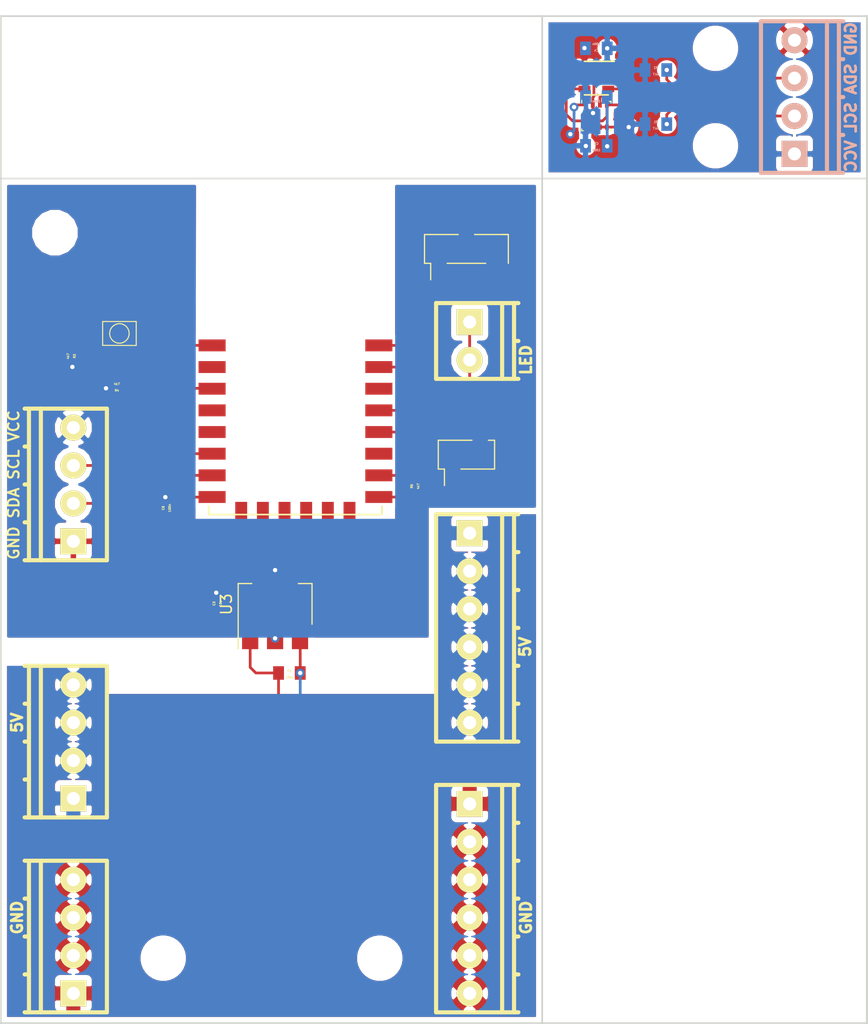
<source format=kicad_pcb>
(kicad_pcb (version 20171130) (host pcbnew "(5.0.0)")

  (general
    (thickness 1.6)
    (drawings 12)
    (tracks 136)
    (zones 0)
    (modules 30)
    (nets 25)
  )

  (page A4)
  (layers
    (0 F.Cu signal)
    (31 B.Cu signal)
    (32 B.Adhes user)
    (33 F.Adhes user)
    (34 B.Paste user)
    (35 F.Paste user)
    (36 B.SilkS user)
    (37 F.SilkS user)
    (38 B.Mask user)
    (39 F.Mask user)
    (40 Dwgs.User user)
    (41 Cmts.User user)
    (42 Eco1.User user)
    (43 Eco2.User user hide)
    (44 Edge.Cuts user)
    (45 Margin user)
    (46 B.CrtYd user)
    (47 F.CrtYd user)
    (48 B.Fab user)
    (49 F.Fab user)
  )

  (setup
    (last_trace_width 0.25)
    (trace_clearance 0.2)
    (zone_clearance 0.5)
    (zone_45_only no)
    (trace_min 0.2)
    (segment_width 0.15)
    (edge_width 0.15)
    (via_size 0.8)
    (via_drill 0.4)
    (via_min_size 0.4)
    (via_min_drill 0.3)
    (uvia_size 0.3)
    (uvia_drill 0.1)
    (uvias_allowed no)
    (uvia_min_size 0.2)
    (uvia_min_drill 0.1)
    (pcb_text_width 0.3)
    (pcb_text_size 1.5 1.5)
    (mod_edge_width 0.15)
    (mod_text_size 1 1)
    (mod_text_width 0.15)
    (pad_size 0.7 1.1)
    (pad_drill 0)
    (pad_to_mask_clearance 0.2)
    (aux_axis_origin 0 0)
    (visible_elements 7FFFFFFF)
    (pcbplotparams
      (layerselection 0x024f0_ffffffff)
      (usegerberextensions false)
      (usegerberattributes false)
      (usegerberadvancedattributes false)
      (creategerberjobfile false)
      (excludeedgelayer true)
      (linewidth 0.100000)
      (plotframeref false)
      (viasonmask false)
      (mode 1)
      (useauxorigin false)
      (hpglpennumber 1)
      (hpglpenspeed 20)
      (hpglpendiameter 15.000000)
      (psnegative false)
      (psa4output false)
      (plotreference true)
      (plotvalue true)
      (plotinvisibletext false)
      (padsonsilk false)
      (subtractmaskfromsilk false)
      (outputformat 1)
      (mirror false)
      (drillshape 0)
      (scaleselection 1)
      (outputdirectory "C:/Users/Proro/Desktop/Nowy folder/"))
  )

  (net 0 "")
  (net 1 GNDD)
  (net 2 +5V)
  (net 3 +3V3)
  (net 4 "Net-(J7-Pad1)")
  (net 5 "Net-(JP1-Pad2)")
  (net 6 "Net-(R3-Pad2)")
  (net 7 "Net-(R4-Pad2)")
  (net 8 "Net-(R5-Pad1)")
  (net 9 "Net-(U4-Pad2)")
  (net 10 "Net-(U4-Pad4)")
  (net 11 "Net-(U4-Pad5)")
  (net 12 "Net-(U4-Pad11)")
  (net 13 "Net-(U4-Pad14)")
  (net 14 "Net-(U4-Pad17)")
  (net 15 "Net-(U4-Pad18)")
  (net 16 "Net-(U4-Pad19)")
  (net 17 "Net-(U4-Pad20)")
  (net 18 "Net-(U4-Pad21)")
  (net 19 "Net-(U4-Pad22)")
  (net 20 "Net-(U2-Pad6)")
  (net 21 /SDA)
  (net 22 /SCL)
  (net 23 "Net-(J8-Pad1)")
  (net 24 "Net-(J8-Pad2)")

  (net_class Default "To jest domyślna klasa połączeń."
    (clearance 0.2)
    (trace_width 0.25)
    (via_dia 0.8)
    (via_drill 0.4)
    (uvia_dia 0.3)
    (uvia_drill 0.1)
    (add_net +3V3)
    (add_net +5V)
    (add_net /SCL)
    (add_net /SDA)
    (add_net GNDD)
    (add_net "Net-(J7-Pad1)")
    (add_net "Net-(J8-Pad1)")
    (add_net "Net-(J8-Pad2)")
    (add_net "Net-(JP1-Pad2)")
    (add_net "Net-(R3-Pad2)")
    (add_net "Net-(R4-Pad2)")
    (add_net "Net-(R5-Pad1)")
    (add_net "Net-(U2-Pad6)")
    (add_net "Net-(U4-Pad11)")
    (add_net "Net-(U4-Pad14)")
    (add_net "Net-(U4-Pad17)")
    (add_net "Net-(U4-Pad18)")
    (add_net "Net-(U4-Pad19)")
    (add_net "Net-(U4-Pad2)")
    (add_net "Net-(U4-Pad20)")
    (add_net "Net-(U4-Pad21)")
    (add_net "Net-(U4-Pad22)")
    (add_net "Net-(U4-Pad4)")
    (add_net "Net-(U4-Pad5)")
  )

  (module kicad-libraries-master:0805 (layer B.Cu) (tedit 53F70A21) (tstamp 5DDE1E82)
    (at 80 36.975)
    (path /5DD12D0C)
    (attr smd)
    (fp_text reference C5 (at 0 -0.2) (layer B.SilkS)
      (effects (font (size 0.2 0.2) (thickness 0.05)) (justify mirror))
    )
    (fp_text value 100n (at 0 0.4) (layer B.SilkS)
      (effects (font (size 0.2 0.2) (thickness 0.05)) (justify mirror))
    )
    (fp_line (start 1.651 0.8001) (end -1.651 0.8001) (layer B.SilkS) (width 0.001))
    (fp_line (start 1.651 -0.8001) (end 1.651 0.8001) (layer B.SilkS) (width 0.001))
    (fp_line (start -1.651 -0.8001) (end 1.651 -0.8001) (layer B.SilkS) (width 0.001))
    (fp_line (start -1.651 0.8001) (end -1.651 -0.8001) (layer B.SilkS) (width 0.001))
    (pad 2 smd rect (at 1.00076 0) (size 1.00076 1.24968) (layers B.Cu B.Paste B.Mask)
      (net 1 GNDD) (clearance 0.14986))
    (pad 1 smd rect (at -1.00076 0) (size 1.00076 1.24968) (layers B.Cu B.Paste B.Mask)
      (net 3 +3V3) (clearance 0.14986))
    (model ${KISYS3DMOD}/Capacitor_SMD.3dshapes/C_0805_2012Metric.wrl
      (at (xyz 0 0 0))
      (scale (xyz 1 1 1))
      (rotate (xyz 0 0 0))
    )
  )

  (module MountingHole:MountingHole_3.2mm_M3 (layer F.Cu) (tedit 5DDC219D) (tstamp 5DDE1E6B)
    (at 91 27.975)
    (descr "Mounting Hole 3.2mm, no annular, M3")
    (tags "mounting hole 3.2mm no annular m3")
    (attr virtual)
    (fp_text reference "" (at 0 -4.2) (layer F.SilkS)
      (effects (font (size 1 1) (thickness 0.15)))
    )
    (fp_text value "" (at 0 4.2) (layer F.Fab)
      (effects (font (size 1 1) (thickness 0.15)))
    )
    (fp_circle (center 0 0) (end 3.45 0) (layer F.CrtYd) (width 0.05))
    (fp_circle (center 0 0) (end 3.2 0) (layer Cmts.User) (width 0.15))
    (fp_text user %R (at 0.3 0) (layer F.Fab)
      (effects (font (size 1 1) (thickness 0.15)))
    )
    (pad 1 np_thru_hole circle (at 0 0) (size 3.2 3.2) (drill 3.2) (layers *.Cu *.Mask))
  )

  (module Package_LGA:Bosch_LGA-8_2.5x2.5mm_P0.65mm_ClockwisePinNumbering (layer F.Cu) (tedit 5DDC3159) (tstamp 5DDE1DED)
    (at 80 34.225)
    (descr LGA-8)
    (tags "lga land grid array")
    (path /5DCC7E9D)
    (attr smd)
    (fp_text reference U1 (at 2.2072 -0.0743 90) (layer F.SilkS) hide
      (effects (font (size 1 1) (thickness 0.15)))
    )
    (fp_text value BME280 (at 0.1625 2.326) (layer F.Fab)
      (effects (font (size 1 1) (thickness 0.15)))
    )
    (fp_text user %R (at -2.5426 -0.0235 270) (layer F.Fab)
      (effects (font (size 0.5 0.5) (thickness 0.075)))
    )
    (fp_line (start -1.35 1.36) (end -1.2 1.36) (layer F.SilkS) (width 0.1))
    (fp_line (start -1.25 -0.5) (end -0.5 -1.25) (layer F.Fab) (width 0.1))
    (fp_line (start -1.35 1.35) (end -1.35 1.2) (layer F.SilkS) (width 0.1))
    (fp_line (start 1.35 1.35) (end 1.35 1.2) (layer F.SilkS) (width 0.1))
    (fp_line (start 1.35 1.35) (end 1.2 1.35) (layer F.SilkS) (width 0.1))
    (fp_line (start 1.2 -1.35) (end 1.35 -1.35) (layer F.SilkS) (width 0.1))
    (fp_line (start 1.35 -1.35) (end 1.35 -1.2) (layer F.SilkS) (width 0.1))
    (fp_line (start -1.35 -1.2) (end -1.35 -1.45) (layer F.SilkS) (width 0.1))
    (fp_line (start -1.25 1.25) (end -1.25 -0.5) (layer F.Fab) (width 0.1))
    (fp_line (start -0.5 -1.25) (end 1.25 -1.25) (layer F.Fab) (width 0.1))
    (fp_line (start 1.25 -1.25) (end 1.25 1.25) (layer F.Fab) (width 0.1))
    (fp_line (start 1.25 1.25) (end -1.25 1.25) (layer F.Fab) (width 0.1))
    (fp_line (start -1.41 1.54) (end -1.41 -1.54) (layer F.CrtYd) (width 0.05))
    (fp_line (start -1.41 -1.54) (end 1.41 -1.54) (layer F.CrtYd) (width 0.05))
    (fp_line (start 1.41 -1.54) (end 1.41 1.54) (layer F.CrtYd) (width 0.05))
    (fp_line (start 1.41 1.54) (end -1.41 1.54) (layer F.CrtYd) (width 0.05))
    (pad 4 smd rect (at 0.975 -1.025 90) (size 0.5 0.35) (layers F.Cu F.Paste F.Mask)
      (net 22 /SCL))
    (pad 3 smd rect (at 0.325 -1.025 90) (size 0.5 0.35) (layers F.Cu F.Paste F.Mask)
      (net 21 /SDA))
    (pad 2 smd rect (at -0.325 -1.025 90) (size 0.5 0.35) (layers F.Cu F.Paste F.Mask)
      (net 3 +3V3))
    (pad 1 smd rect (at -0.975 -1.025 90) (size 0.5 0.35) (layers F.Cu F.Paste F.Mask)
      (net 1 GNDD))
    (pad 8 smd rect (at -0.975 1.025 90) (size 0.5 0.35) (layers F.Cu F.Paste F.Mask)
      (net 3 +3V3))
    (pad 7 smd rect (at -0.325 1.025 90) (size 0.5 0.35) (layers F.Cu F.Paste F.Mask)
      (net 1 GNDD))
    (pad 6 smd rect (at 0.325 1.025 90) (size 0.5 0.35) (layers F.Cu F.Paste F.Mask)
      (net 3 +3V3))
    (pad 5 smd rect (at 0.975 1.025 90) (size 0.5 0.35) (layers F.Cu F.Paste F.Mask)
      (net 3 +3V3))
    (model ${KISYS3DMOD}/Package_LGA.3dshapes/Bosch_LGA-8_2.5x2.5mm_P0.65mm_ClockwisePinNumbering.wrl
      (offset (xyz 0.01500000025472259 -0.03500000059435272 0))
      (scale (xyz 1 1 1))
      (rotate (xyz 0 0 0))
    )
    (model "D:/Programy/Biblioteki KiCad/BME280--3DModel-STEP-56544.STEP"
      (at (xyz 0 0 0))
      (scale (xyz 1 1 1))
      (rotate (xyz -90 0 0))
    )
  )

  (module OptoDevice:Broadcom_APDS-9301 (layer F.Cu) (tedit 5DDC315C) (tstamp 5DDE1DA7)
    (at 80 30.725 270)
    (descr "ambient light sensor, i2c interface, 6-pin chipled package, https://docs.broadcom.com/docs/AV02-2315EN")
    (tags "ambient light sensor chipled")
    (path /5DCC7DC8)
    (attr smd)
    (fp_text reference U2 (at 0 -2.65 270) (layer F.SilkS) hide
      (effects (font (size 1 1) (thickness 0.15)))
    )
    (fp_text value APDS-9301 (at -2.3274 -0.0101) (layer F.Fab)
      (effects (font (size 1 1) (thickness 0.15)))
    )
    (fp_text user %R (at -0.2446 2.2759 270) (layer F.Fab)
      (effects (font (size 0.5 0.5) (thickness 0.08)))
    )
    (fp_line (start 1.1 1.3) (end 1.1 -1.3) (layer F.Fab) (width 0.15))
    (fp_line (start 1.1 -1.3) (end -0.1 -1.3) (layer F.Fab) (width 0.15))
    (fp_line (start -0.1 -1.3) (end -1.1 -0.3) (layer F.Fab) (width 0.15))
    (fp_line (start -1.1 -0.3) (end -1.1 1.3) (layer F.Fab) (width 0.15))
    (fp_line (start -1.1 1.3) (end 1.1 1.3) (layer F.Fab) (width 0.15))
    (fp_line (start 1.55 -1.9) (end 1.55 1.9) (layer F.CrtYd) (width 0.05))
    (fp_line (start 1.55 1.9) (end -1.55 1.9) (layer F.CrtYd) (width 0.05))
    (fp_line (start -1.55 1.9) (end -1.55 -1.9) (layer F.CrtYd) (width 0.05))
    (fp_line (start -1.55 -1.9) (end 1.55 -1.9) (layer F.CrtYd) (width 0.05))
    (fp_line (start -1.55 -1.65) (end -1.55 1.1) (layer F.SilkS) (width 0.15))
    (fp_line (start 1.55 -1.1) (end 1.55 1.1) (layer F.SilkS) (width 0.15))
    (pad 5 smd rect (at 1 -1.1 270) (size 0.6 1.1) (layers F.Cu F.Paste F.Mask)
      (net 21 /SDA))
    (pad 6 smd rect (at 0 -1.1 270) (size 0.7 1.1) (layers F.Cu F.Paste F.Mask)
      (net 20 "Net-(U2-Pad6)"))
    (pad 1 smd rect (at -1 -1.1 270) (size 0.6 1.1) (layers F.Cu F.Paste F.Mask)
      (net 3 +3V3))
    (pad 2 smd rect (at -1 1.1 270) (size 0.6 1.1) (layers F.Cu F.Paste F.Mask)
      (net 1 GNDD))
    (pad 3 smd rect (at 0 1.1 270) (size 0.7 1.1) (layers F.Cu F.Paste F.Mask)
      (net 1 GNDD))
    (pad 4 smd rect (at 1 1.1 270) (size 0.6 1.1) (layers F.Cu F.Paste F.Mask)
      (net 22 /SCL))
    (model "D:/Programy/Biblioteki KiCad/User Library-APDS-9301.wrl"
      (at (xyz 0 0 0))
      (scale (xyz 400 400 400))
      (rotate (xyz 0 0 90))
    )
  )

  (module MountingHole:MountingHole_3.2mm_M3 (layer F.Cu) (tedit 5DDC2195) (tstamp 5DFAB05D)
    (at 91 36.975)
    (descr "Mounting Hole 3.2mm, no annular, M3")
    (tags "mounting hole 3.2mm no annular m3")
    (attr virtual)
    (fp_text reference "" (at 0 -4.2) (layer F.SilkS)
      (effects (font (size 1 1) (thickness 0.15)))
    )
    (fp_text value "" (at 0 4.2) (layer F.Fab)
      (effects (font (size 1 1) (thickness 0.15)))
    )
    (fp_circle (center 0 0) (end 3.45 0) (layer F.CrtYd) (width 0.05))
    (fp_circle (center 0 0) (end 3.2 0) (layer Cmts.User) (width 0.15))
    (fp_text user %R (at 0.3 0) (layer F.Fab)
      (effects (font (size 1 1) (thickness 0.15)))
    )
    (pad 1 np_thru_hole circle (at 0 0) (size 3.2 3.2) (drill 3.2) (layers *.Cu *.Mask))
  )

  (module kicad-libraries-master:0805 (layer B.Cu) (tedit 53F70A21) (tstamp 5DDE1CF9)
    (at 85.5 34.975)
    (path /5DCEF7E9)
    (attr smd)
    (fp_text reference R1 (at 0 -0.2) (layer B.SilkS)
      (effects (font (size 0.2 0.2) (thickness 0.05)) (justify mirror))
    )
    (fp_text value 4k7 (at 0 0.4) (layer B.SilkS)
      (effects (font (size 0.2 0.2) (thickness 0.05)) (justify mirror))
    )
    (fp_line (start -1.651 0.8001) (end -1.651 -0.8001) (layer B.SilkS) (width 0.001))
    (fp_line (start -1.651 -0.8001) (end 1.651 -0.8001) (layer B.SilkS) (width 0.001))
    (fp_line (start 1.651 -0.8001) (end 1.651 0.8001) (layer B.SilkS) (width 0.001))
    (fp_line (start 1.651 0.8001) (end -1.651 0.8001) (layer B.SilkS) (width 0.001))
    (pad 1 smd rect (at -1.00076 0) (size 1.00076 1.24968) (layers B.Cu B.Paste B.Mask)
      (net 3 +3V3) (clearance 0.14986))
    (pad 2 smd rect (at 1.00076 0) (size 1.00076 1.24968) (layers B.Cu B.Paste B.Mask)
      (net 22 /SCL) (clearance 0.14986))
    (model ${KISYS3DMOD}/Resistor_SMD.3dshapes/R_0805_2012Metric.step
      (at (xyz 0 0 0))
      (scale (xyz 1 1 1))
      (rotate (xyz 0 0 0))
    )
  )

  (module kicad-libraries-master:0805 (layer B.Cu) (tedit 53F70A21) (tstamp 5DDE1CDE)
    (at 80 27.975 180)
    (path /5DD12D5E)
    (attr smd)
    (fp_text reference C4 (at 0 -0.2 180) (layer B.SilkS)
      (effects (font (size 0.2 0.2) (thickness 0.05)) (justify mirror))
    )
    (fp_text value 100n (at 0 0.4 180) (layer B.SilkS)
      (effects (font (size 0.2 0.2) (thickness 0.05)) (justify mirror))
    )
    (fp_line (start -1.651 0.8001) (end -1.651 -0.8001) (layer B.SilkS) (width 0.001))
    (fp_line (start -1.651 -0.8001) (end 1.651 -0.8001) (layer B.SilkS) (width 0.001))
    (fp_line (start 1.651 -0.8001) (end 1.651 0.8001) (layer B.SilkS) (width 0.001))
    (fp_line (start 1.651 0.8001) (end -1.651 0.8001) (layer B.SilkS) (width 0.001))
    (pad 1 smd rect (at -1.00076 0 180) (size 1.00076 1.24968) (layers B.Cu B.Paste B.Mask)
      (net 3 +3V3) (clearance 0.14986))
    (pad 2 smd rect (at 1.00076 0 180) (size 1.00076 1.24968) (layers B.Cu B.Paste B.Mask)
      (net 1 GNDD) (clearance 0.14986))
    (model ${KISYS3DMOD}/Capacitor_SMD.3dshapes/C_0805_2012Metric.wrl
      (at (xyz 0 0 0))
      (scale (xyz 1 1 1))
      (rotate (xyz 0 0 0))
    )
  )

  (module kicad-libraries-master:0805 (layer B.Cu) (tedit 53F70A21) (tstamp 5DDE1CC3)
    (at 85.5 29.975)
    (path /5DCEF8B5)
    (attr smd)
    (fp_text reference R2 (at 0 -0.2) (layer B.SilkS)
      (effects (font (size 0.2 0.2) (thickness 0.05)) (justify mirror))
    )
    (fp_text value 4k7 (at 0 0.4) (layer B.SilkS)
      (effects (font (size 0.2 0.2) (thickness 0.05)) (justify mirror))
    )
    (fp_line (start 1.651 0.8001) (end -1.651 0.8001) (layer B.SilkS) (width 0.001))
    (fp_line (start 1.651 -0.8001) (end 1.651 0.8001) (layer B.SilkS) (width 0.001))
    (fp_line (start -1.651 -0.8001) (end 1.651 -0.8001) (layer B.SilkS) (width 0.001))
    (fp_line (start -1.651 0.8001) (end -1.651 -0.8001) (layer B.SilkS) (width 0.001))
    (pad 2 smd rect (at 1.00076 0) (size 1.00076 1.24968) (layers B.Cu B.Paste B.Mask)
      (net 21 /SDA) (clearance 0.14986))
    (pad 1 smd rect (at -1.00076 0) (size 1.00076 1.24968) (layers B.Cu B.Paste B.Mask)
      (net 3 +3V3) (clearance 0.14986))
    (model ${KISYS3DMOD}/Resistor_SMD.3dshapes/R_0805_2012Metric.step
      (at (xyz 0 0 0))
      (scale (xyz 1 1 1))
      (rotate (xyz 0 0 0))
    )
  )

  (module kicad-libraries-master:0805 (layer B.Cu) (tedit 53F70A21) (tstamp 5DDE1CA8)
    (at 80 32.475)
    (path /5DD12AFC)
    (attr smd)
    (fp_text reference C2 (at 0 -0.2) (layer B.SilkS)
      (effects (font (size 0.2 0.2) (thickness 0.05)) (justify mirror))
    )
    (fp_text value 100n (at 0 0.4) (layer B.SilkS)
      (effects (font (size 0.2 0.2) (thickness 0.05)) (justify mirror))
    )
    (fp_line (start -1.651 0.8001) (end -1.651 -0.8001) (layer B.SilkS) (width 0.001))
    (fp_line (start -1.651 -0.8001) (end 1.651 -0.8001) (layer B.SilkS) (width 0.001))
    (fp_line (start 1.651 -0.8001) (end 1.651 0.8001) (layer B.SilkS) (width 0.001))
    (fp_line (start 1.651 0.8001) (end -1.651 0.8001) (layer B.SilkS) (width 0.001))
    (pad 1 smd rect (at -1.00076 0) (size 1.00076 1.24968) (layers B.Cu B.Paste B.Mask)
      (net 3 +3V3) (clearance 0.14986))
    (pad 2 smd rect (at 1.00076 0) (size 1.00076 1.24968) (layers B.Cu B.Paste B.Mask)
      (net 1 GNDD) (clearance 0.14986))
    (model ${KISYS3DMOD}/Capacitor_SMD.3dshapes/C_0805_2012Metric.wrl
      (at (xyz 0 0 0))
      (scale (xyz 1 1 1))
      (rotate (xyz 0 0 0))
    )
  )

  (module w_conn_pt-1,5:pt_1,5-4-3,5-h (layer B.Cu) (tedit 5DDD6254) (tstamp 5DFACFC4)
    (at 99 32.475 270)
    (descr "4-way 3.5mm pitch terminal block, Phoenix PT series")
    (path /5DDB0098)
    (fp_text reference J5 (at -4.826 5.0927 270) (layer B.SilkS) hide
      (effects (font (size 1.5 1.5) (thickness 0.3)) (justify mirror))
    )
    (fp_text value "GND SDA SCL VCC" (at 0 -4.5 90) (layer B.SilkS)
      (effects (font (size 1 1) (thickness 0.25)) (justify mirror))
    )
    (fp_line (start 7 3.8) (end -7 3.8) (layer B.SilkS) (width 0.381))
    (fp_line (start 7 -3.8) (end 7 3.8) (layer B.SilkS) (width 0.381))
    (fp_line (start -7 3.8) (end -7 -3.8) (layer B.SilkS) (width 0.381))
    (fp_line (start -7 -3.4) (end 7 -3.4) (layer B.SilkS) (width 0.381))
    (fp_line (start -7 -2.3) (end 7 -2.3) (layer B.SilkS) (width 0.381))
    (fp_line (start 3.5 -3.4) (end 3.5 -3.8) (layer B.SilkS) (width 0.381))
    (fp_line (start 0 -3.4) (end 0 -3.8) (layer B.SilkS) (width 0.381))
    (fp_line (start -3.5 -3.4) (end -3.5 -3.8) (layer B.SilkS) (width 0.381))
    (pad 4 thru_hole circle (at -5.25 0.7 270) (size 2.4 2.4) (drill 1.2) (layers *.Cu *.Mask B.SilkS)
      (net 1 GNDD))
    (pad 3 thru_hole circle (at -1.75 0.7 270) (size 2.4 2.4) (drill 1.2) (layers *.Cu *.Mask B.SilkS)
      (net 21 /SDA))
    (pad 1 thru_hole rect (at 5.25 0.7 270) (size 2.4 2.4) (drill 1.2) (layers *.Cu *.Mask B.SilkS)
      (net 3 +3V3))
    (pad 2 thru_hole circle (at 1.75 0.7 270) (size 2.4 2.4) (drill 1.2) (layers *.Cu *.Mask B.SilkS)
      (net 22 /SCL))
    (model walter/conn_pt-1_5/pt_1,5-4-3,5-h.wrl
      (at (xyz 0 0 0))
      (scale (xyz 1 1 1))
      (rotate (xyz 0 0 0))
    )
    (model "D:/Programy/Biblioteki KiCad/walter/conn_pt-1_5/pt_1,5-4-3,5-h.wrl"
      (at (xyz 0 0 0))
      (scale (xyz 1 1 1))
      (rotate (xyz 0 0 0))
    )
  )

  (module w_conn_pt-1,5:pt_1,5-4-3,5-h (layer F.Cu) (tedit 5DDC3360) (tstamp 5DFADF1C)
    (at 31 68.2498 270)
    (descr "4-way 3.5mm pitch terminal block, Phoenix PT series")
    (path /5DDD0D00)
    (fp_text reference J6 (at 0 -5.461 270) (layer F.SilkS) hide
      (effects (font (size 1.5 1.5) (thickness 0.3)))
    )
    (fp_text value "GND SDA SCL VCC" (at 0.0508 4.8133 90) (layer F.SilkS)
      (effects (font (size 1 1) (thickness 0.1905)))
    )
    (fp_line (start -3.5 3.4) (end -3.5 3.8) (layer F.SilkS) (width 0.381))
    (fp_line (start 0 3.4) (end 0 3.8) (layer F.SilkS) (width 0.381))
    (fp_line (start 3.5 3.4) (end 3.5 3.8) (layer F.SilkS) (width 0.381))
    (fp_line (start -7 2.3) (end 7 2.3) (layer F.SilkS) (width 0.381))
    (fp_line (start -7 3.4) (end 7 3.4) (layer F.SilkS) (width 0.381))
    (fp_line (start -7 -3.8) (end -7 3.8) (layer F.SilkS) (width 0.381))
    (fp_line (start 7 3.8) (end 7 -3.8) (layer F.SilkS) (width 0.381))
    (fp_line (start 7 -3.8) (end -7 -3.8) (layer F.SilkS) (width 0.381))
    (pad 2 thru_hole circle (at 1.75 -0.7 270) (size 2.4 2.4) (drill 1.2) (layers *.Cu *.Mask F.SilkS)
      (net 21 /SDA))
    (pad 1 thru_hole rect (at 5.25 -0.7 270) (size 2.4 2.4) (drill 1.2) (layers *.Cu *.Mask F.SilkS)
      (net 1 GNDD))
    (pad 3 thru_hole circle (at -1.75 -0.7 270) (size 2.4 2.4) (drill 1.2) (layers *.Cu *.Mask F.SilkS)
      (net 22 /SCL))
    (pad 4 thru_hole circle (at -5.25 -0.7 270) (size 2.4 2.4) (drill 1.2) (layers *.Cu *.Mask F.SilkS)
      (net 3 +3V3))
    (model "D:/Programy/Biblioteki KiCad/walter/conn_pt-1_5/pt_1,5-4-3,5-h.wrl"
      (at (xyz 0 0 0))
      (scale (xyz 1 1 1))
      (rotate (xyz 0 0 0))
    )
  )

  (module kicad-libraries-master:0805 (layer F.Cu) (tedit 53F70A21) (tstamp 5DE4570B)
    (at 51.6509 85.6615 180)
    (path /5DC30B44)
    (attr smd)
    (fp_text reference C1 (at 0 0.2 180) (layer F.SilkS)
      (effects (font (size 0.2 0.2) (thickness 0.05)))
    )
    (fp_text value 100n (at 0 -0.4 180) (layer F.SilkS)
      (effects (font (size 0.2 0.2) (thickness 0.05)))
    )
    (fp_line (start 1.651 -0.8001) (end -1.651 -0.8001) (layer F.SilkS) (width 0.001))
    (fp_line (start 1.651 0.8001) (end 1.651 -0.8001) (layer F.SilkS) (width 0.001))
    (fp_line (start -1.651 0.8001) (end 1.651 0.8001) (layer F.SilkS) (width 0.001))
    (fp_line (start -1.651 -0.8001) (end -1.651 0.8001) (layer F.SilkS) (width 0.001))
    (pad 2 smd rect (at 1.00076 0 180) (size 1.00076 1.24968) (layers F.Cu F.Paste F.Mask)
      (net 1 GNDD) (clearance 0.14986))
    (pad 1 smd rect (at -1.00076 0 180) (size 1.00076 1.24968) (layers F.Cu F.Paste F.Mask)
      (net 2 +5V) (clearance 0.14986))
    (model ${KISYS3DMOD}/Capacitor_SMD.3dshapes/C_0805_2012Metric.step
      (at (xyz 0 0 0))
      (scale (xyz 1 1 1))
      (rotate (xyz 0 0 0))
    )
  )

  (module kicad-libraries-master:0805 (layer F.Cu) (tedit 53F70A21) (tstamp 5DE4571F)
    (at 44.8945 79.25054 270)
    (path /5DC30BB0)
    (attr smd)
    (fp_text reference C3 (at 0 0.2 270) (layer F.SilkS)
      (effects (font (size 0.2 0.2) (thickness 0.05)))
    )
    (fp_text value 10u (at 0 -0.4 270) (layer F.SilkS)
      (effects (font (size 0.2 0.2) (thickness 0.05)))
    )
    (fp_line (start -1.651 -0.8001) (end -1.651 0.8001) (layer F.SilkS) (width 0.001))
    (fp_line (start -1.651 0.8001) (end 1.651 0.8001) (layer F.SilkS) (width 0.001))
    (fp_line (start 1.651 0.8001) (end 1.651 -0.8001) (layer F.SilkS) (width 0.001))
    (fp_line (start 1.651 -0.8001) (end -1.651 -0.8001) (layer F.SilkS) (width 0.001))
    (pad 1 smd rect (at -1.00076 0 270) (size 1.00076 1.24968) (layers F.Cu F.Paste F.Mask)
      (net 3 +3V3) (clearance 0.14986))
    (pad 2 smd rect (at 1.00076 0 270) (size 1.00076 1.24968) (layers F.Cu F.Paste F.Mask)
      (net 1 GNDD) (clearance 0.14986))
    (model ${KISYS3DMOD}/Capacitor_SMD.3dshapes/C_0805_2012Metric.step
      (at (xyz 0 0 0))
      (scale (xyz 1 1 1))
      (rotate (xyz 0 0 0))
    )
  )

  (module kicad-libraries-master:0805 (layer F.Cu) (tedit 53F70A21) (tstamp 5DE4573D)
    (at 40.1955 70.42404 270)
    (path /5DC30E54)
    (attr smd)
    (fp_text reference C6 (at 0 0.2 270) (layer F.SilkS)
      (effects (font (size 0.2 0.2) (thickness 0.05)))
    )
    (fp_text value 100n (at 0 -0.4 270) (layer F.SilkS)
      (effects (font (size 0.2 0.2) (thickness 0.05)))
    )
    (fp_line (start 1.651 -0.8001) (end -1.651 -0.8001) (layer F.SilkS) (width 0.001))
    (fp_line (start 1.651 0.8001) (end 1.651 -0.8001) (layer F.SilkS) (width 0.001))
    (fp_line (start -1.651 0.8001) (end 1.651 0.8001) (layer F.SilkS) (width 0.001))
    (fp_line (start -1.651 -0.8001) (end -1.651 0.8001) (layer F.SilkS) (width 0.001))
    (pad 2 smd rect (at 1.00076 0 270) (size 1.00076 1.24968) (layers F.Cu F.Paste F.Mask)
      (net 1 GNDD) (clearance 0.14986))
    (pad 1 smd rect (at -1.00076 0 270) (size 1.00076 1.24968) (layers F.Cu F.Paste F.Mask)
      (net 3 +3V3) (clearance 0.14986))
    (model ${KISYS3DMOD}/Capacitor_SMD.3dshapes/C_0805_2012Metric.step
      (at (xyz 0 0 0))
      (scale (xyz 1 1 1))
      (rotate (xyz 0 0 0))
    )
  )

  (module w_conn_pt-1,5:pt_1,5-4-3,5-h (layer F.Cu) (tedit 5DDD62AE) (tstamp 5DFACF0E)
    (at 31 92 270)
    (descr "4-way 3.5mm pitch terminal block, Phoenix PT series")
    (path /5DD03B5D)
    (fp_text reference J1 (at -1.8796 -9.3352 270) (layer F.SilkS) hide
      (effects (font (size 1.5 1.5) (thickness 0.3)))
    )
    (fp_text value 5V (at -1.75 4.5 270) (layer F.SilkS)
      (effects (font (size 1 1) (thickness 0.25)))
    )
    (fp_line (start 7 -3.8) (end -7 -3.8) (layer F.SilkS) (width 0.381))
    (fp_line (start 7 3.8) (end 7 -3.8) (layer F.SilkS) (width 0.381))
    (fp_line (start -7 -3.8) (end -7 3.8) (layer F.SilkS) (width 0.381))
    (fp_line (start -7 3.4) (end 7 3.4) (layer F.SilkS) (width 0.381))
    (fp_line (start -7 2.3) (end 7 2.3) (layer F.SilkS) (width 0.381))
    (fp_line (start 3.5 3.4) (end 3.5 3.8) (layer F.SilkS) (width 0.381))
    (fp_line (start 0 3.4) (end 0 3.8) (layer F.SilkS) (width 0.381))
    (fp_line (start -3.5 3.4) (end -3.5 3.8) (layer F.SilkS) (width 0.381))
    (pad 4 thru_hole circle (at -5.25 -0.7 270) (size 2.4 2.4) (drill 1.2) (layers *.Cu *.Mask F.SilkS)
      (net 2 +5V))
    (pad 3 thru_hole circle (at -1.75 -0.7 270) (size 2.4 2.4) (drill 1.2) (layers *.Cu *.Mask F.SilkS)
      (net 2 +5V))
    (pad 1 thru_hole rect (at 5.25 -0.7 270) (size 2.4 2.4) (drill 1.2) (layers *.Cu *.Mask F.SilkS)
      (net 2 +5V))
    (pad 2 thru_hole circle (at 1.75 -0.7 270) (size 2.4 2.4) (drill 1.2) (layers *.Cu *.Mask F.SilkS)
      (net 2 +5V))
    (model walter/conn_pt-1_5/pt_1,5-4-3,5-h.wrl
      (at (xyz 0 0 0))
      (scale (xyz 1 1 1))
      (rotate (xyz 0 0 0))
    )
    (model "D:/Programy/Biblioteki KiCad/walter/conn_pt-1_5/pt_1,5-4-3,5-h.wrl"
      (at (xyz 0 0 0))
      (scale (xyz 1 1 1))
      (rotate (xyz 0 0 0))
    )
  )

  (module w_conn_pt-1,5:pt_1,5-4-3,5-h (layer F.Cu) (tedit 5DDD62A7) (tstamp 5DE4575D)
    (at 31 110 270)
    (descr "4-way 3.5mm pitch terminal block, Phoenix PT series")
    (path /5DD07BEA)
    (fp_text reference J2 (at -3.7491 -10.5798 270) (layer F.SilkS) hide
      (effects (font (size 1.5 1.5) (thickness 0.3)))
    )
    (fp_text value GND (at -1.75 4.5 270) (layer F.SilkS)
      (effects (font (size 1 1) (thickness 0.25)))
    )
    (fp_line (start -3.5 3.4) (end -3.5 3.8) (layer F.SilkS) (width 0.381))
    (fp_line (start 0 3.4) (end 0 3.8) (layer F.SilkS) (width 0.381))
    (fp_line (start 3.5 3.4) (end 3.5 3.8) (layer F.SilkS) (width 0.381))
    (fp_line (start -7 2.3) (end 7 2.3) (layer F.SilkS) (width 0.381))
    (fp_line (start -7 3.4) (end 7 3.4) (layer F.SilkS) (width 0.381))
    (fp_line (start -7 -3.8) (end -7 3.8) (layer F.SilkS) (width 0.381))
    (fp_line (start 7 3.8) (end 7 -3.8) (layer F.SilkS) (width 0.381))
    (fp_line (start 7 -3.8) (end -7 -3.8) (layer F.SilkS) (width 0.381))
    (pad 2 thru_hole circle (at 1.75 -0.7 270) (size 2.4 2.4) (drill 1.2) (layers *.Cu *.Mask F.SilkS)
      (net 1 GNDD))
    (pad 1 thru_hole rect (at 5.25 -0.7 270) (size 2.4 2.4) (drill 1.2) (layers *.Cu *.Mask F.SilkS)
      (net 1 GNDD))
    (pad 3 thru_hole circle (at -1.75 -0.7 270) (size 2.4 2.4) (drill 1.2) (layers *.Cu *.Mask F.SilkS)
      (net 1 GNDD))
    (pad 4 thru_hole circle (at -5.25 -0.7 270) (size 2.4 2.4) (drill 1.2) (layers *.Cu *.Mask F.SilkS)
      (net 1 GNDD))
    (model walter/conn_pt-1_5/pt_1,5-4-3,5-h.wrl
      (at (xyz 0 0 0))
      (scale (xyz 1 1 1))
      (rotate (xyz 0 0 0))
    )
    (model "D:/Programy/Biblioteki KiCad/walter/conn_pt-1_5/pt_1,5-4-3,5-h.wrl"
      (at (xyz 0 0 0))
      (scale (xyz 1 1 1))
      (rotate (xyz 0 0 0))
    )
  )

  (module w_conn_pt-1,5:pt_1,5-6-3,5-h (layer F.Cu) (tedit 5DDD6284) (tstamp 5DDD6C50)
    (at 69 81.5 90)
    (descr "6-way 3.5mm pitch terminal block, Phoenix PT series")
    (path /5DD14160)
    (fp_text reference J3 (at 0.2843 -8.066 90) (layer F.SilkS) hide
      (effects (font (size 1.5 1.5) (thickness 0.3)))
    )
    (fp_text value 5V (at -1.75 4.425 90) (layer F.SilkS)
      (effects (font (size 1 1) (thickness 0.25)))
    )
    (fp_line (start 10.5 -3.8) (end -10.5 -3.8) (layer F.SilkS) (width 0.381))
    (fp_line (start 10.5 3.8) (end 10.5 -3.8) (layer F.SilkS) (width 0.381))
    (fp_line (start -10.5 -3.8) (end -10.5 3.8) (layer F.SilkS) (width 0.381))
    (fp_line (start -10.5 3.4) (end 10.5 3.4) (layer F.SilkS) (width 0.381))
    (fp_line (start -10.5 2.3) (end 10.5 2.3) (layer F.SilkS) (width 0.381))
    (fp_line (start 0 3.4) (end 0 3.8) (layer F.SilkS) (width 0.381))
    (fp_line (start -3.5 3.4) (end -3.5 3.8) (layer F.SilkS) (width 0.381))
    (fp_line (start -7 3.4) (end -7 3.8) (layer F.SilkS) (width 0.381))
    (fp_line (start 3.5 3.4) (end 3.5 3.8) (layer F.SilkS) (width 0.381))
    (fp_line (start 7 3.4) (end 7 3.8) (layer F.SilkS) (width 0.381))
    (pad 6 thru_hole circle (at -8.75 -0.7 90) (size 2.4 2.4) (drill 1.2) (layers *.Cu *.Mask F.SilkS)
      (net 2 +5V))
    (pad 5 thru_hole circle (at -5.25 -0.7 90) (size 2.4 2.4) (drill 1.2) (layers *.Cu *.Mask F.SilkS)
      (net 2 +5V))
    (pad 4 thru_hole circle (at -1.75 -0.7 90) (size 2.4 2.4) (drill 1.2) (layers *.Cu *.Mask F.SilkS)
      (net 2 +5V))
    (pad 3 thru_hole circle (at 1.75 -0.7 90) (size 2.4 2.4) (drill 1.2) (layers *.Cu *.Mask F.SilkS)
      (net 2 +5V))
    (pad 1 thru_hole rect (at 8.75 -0.7 90) (size 2.4 2.4) (drill 1.2) (layers *.Cu *.Mask F.SilkS)
      (net 2 +5V))
    (pad 2 thru_hole circle (at 5.25 -0.7 90) (size 2.4 2.4) (drill 1.2) (layers *.Cu *.Mask F.SilkS)
      (net 2 +5V))
    (model walter/conn_pt-1_5/pt_1,5-6-3,5-h.wrl
      (at (xyz 0 0 0))
      (scale (xyz 1 1 1))
      (rotate (xyz 0 0 0))
    )
    (model "D:/Programy/Biblioteki KiCad/walter/conn_pt-1_5/pt_1,5-6-3,5-h.wrl"
      (at (xyz 0 0 0))
      (scale (xyz 1 1 1))
      (rotate (xyz 0 0 0))
    )
  )

  (module w_conn_pt-1,5:pt_1,5-6-3,5-h (layer F.Cu) (tedit 5DDD629F) (tstamp 5DE45785)
    (at 69 106.5 90)
    (descr "6-way 3.5mm pitch terminal block, Phoenix PT series")
    (path /5DD1436E)
    (fp_text reference J4 (at 0.1319 -7.939 90) (layer F.SilkS) hide
      (effects (font (size 1.5 1.5) (thickness 0.3)))
    )
    (fp_text value GND (at -1.75 4.5 90) (layer F.SilkS)
      (effects (font (size 1 1) (thickness 0.25)))
    )
    (fp_line (start 7 3.4) (end 7 3.8) (layer F.SilkS) (width 0.381))
    (fp_line (start 3.5 3.4) (end 3.5 3.8) (layer F.SilkS) (width 0.381))
    (fp_line (start -7 3.4) (end -7 3.8) (layer F.SilkS) (width 0.381))
    (fp_line (start -3.5 3.4) (end -3.5 3.8) (layer F.SilkS) (width 0.381))
    (fp_line (start 0 3.4) (end 0 3.8) (layer F.SilkS) (width 0.381))
    (fp_line (start -10.5 2.3) (end 10.5 2.3) (layer F.SilkS) (width 0.381))
    (fp_line (start -10.5 3.4) (end 10.5 3.4) (layer F.SilkS) (width 0.381))
    (fp_line (start -10.5 -3.8) (end -10.5 3.8) (layer F.SilkS) (width 0.381))
    (fp_line (start 10.5 3.8) (end 10.5 -3.8) (layer F.SilkS) (width 0.381))
    (fp_line (start 10.5 -3.8) (end -10.5 -3.8) (layer F.SilkS) (width 0.381))
    (pad 2 thru_hole circle (at 5.25 -0.7 90) (size 2.4 2.4) (drill 1.2) (layers *.Cu *.Mask F.SilkS)
      (net 1 GNDD))
    (pad 1 thru_hole rect (at 8.75 -0.7 90) (size 2.4 2.4) (drill 1.2) (layers *.Cu *.Mask F.SilkS)
      (net 1 GNDD))
    (pad 3 thru_hole circle (at 1.75 -0.7 90) (size 2.4 2.4) (drill 1.2) (layers *.Cu *.Mask F.SilkS)
      (net 1 GNDD))
    (pad 4 thru_hole circle (at -1.75 -0.7 90) (size 2.4 2.4) (drill 1.2) (layers *.Cu *.Mask F.SilkS)
      (net 1 GNDD))
    (pad 5 thru_hole circle (at -5.25 -0.7 90) (size 2.4 2.4) (drill 1.2) (layers *.Cu *.Mask F.SilkS)
      (net 1 GNDD))
    (pad 6 thru_hole circle (at -8.75 -0.7 90) (size 2.4 2.4) (drill 1.2) (layers *.Cu *.Mask F.SilkS)
      (net 1 GNDD))
    (model walter/conn_pt-1_5/pt_1,5-6-3,5-h.wrl
      (at (xyz 0 0 0))
      (scale (xyz 1 1 1))
      (rotate (xyz 0 0 0))
    )
    (model "D:/Programy/Biblioteki KiCad/walter/conn_pt-1_5/pt_1,5-6-3,5-h.wrl"
      (at (xyz 0 0 0))
      (scale (xyz 1 1 1))
      (rotate (xyz 0 0 0))
    )
  )

  (module w_conn_pt-1,5:pt_1,5-2-3,5-h (layer F.Cu) (tedit 5DDD62DB) (tstamp 5DFAD545)
    (at 69 55 90)
    (descr "2-way 3.5mm pitch terminal block, Phoenix PT series")
    (path /5DE0443B)
    (fp_text reference J7 (at 0 -4.9276 90) (layer F.SilkS) hide
      (effects (font (size 1.5 1.5) (thickness 0.3)))
    )
    (fp_text value LED (at -1.75 4.5 90) (layer F.SilkS)
      (effects (font (size 1 1) (thickness 0.25)))
    )
    (fp_line (start 0 3.4) (end 0 3.8) (layer F.SilkS) (width 0.381))
    (fp_line (start -3.5 2.3) (end 3.5 2.3) (layer F.SilkS) (width 0.381))
    (fp_line (start -3.5 3.4) (end 3.5 3.4) (layer F.SilkS) (width 0.381))
    (fp_line (start -3.5 -3.8) (end -3.5 3.8) (layer F.SilkS) (width 0.381))
    (fp_line (start 3.5 3.8) (end 3.5 -3.8) (layer F.SilkS) (width 0.381))
    (fp_line (start 3.5 -3.8) (end -3.5 -3.8) (layer F.SilkS) (width 0.381))
    (pad 2 thru_hole circle (at -1.75 -0.7 90) (size 2.4 2.4) (drill 1.2) (layers *.Cu *.Mask F.SilkS)
      (net 4 "Net-(J7-Pad1)"))
    (pad 1 thru_hole rect (at 1.75 -0.7 90) (size 2.4 2.4) (drill 1.2) (layers *.Cu *.Mask F.SilkS)
      (net 4 "Net-(J7-Pad1)"))
    (model walter/conn_pt-1_5/pt_1,5-2-3,5-h.wrl
      (at (xyz 0 0 0))
      (scale (xyz 1 1 1))
      (rotate (xyz 0 0 0))
    )
    (model "D:/Programy/Biblioteki KiCad/walter/conn_pt-1_5/pt_1,5-2-3,5-h.wrl"
      (at (xyz 0 0 0))
      (scale (xyz 1 1 1))
      (rotate (xyz 0 0 0))
    )
  )

  (module kicad-libraries-master:Pin_Header_Straight_1x02_Pitch2.54mm_SMD_Pin1Left (layer F.Cu) (tedit 5DDC365D) (tstamp 5DFAD763)
    (at 68 65.5 90)
    (descr "surface-mounted straight pin header, 1x02, 2.54mm pitch, single row, style 1 (pin 1 left)")
    (tags "Surface mounted pin header SMD 1x02 2.54mm single row style1 pin1 left")
    (path /5DC3005B)
    (attr smd)
    (fp_text reference JP1 (at 0 -3.6 90) (layer F.SilkS) hide
      (effects (font (size 1 1) (thickness 0.15)))
    )
    (fp_text value Program (at 0 3.6 90) (layer F.Fab)
      (effects (font (size 1 1) (thickness 0.15)))
    )
    (fp_line (start 1.27 2.54) (end -1.27 2.54) (layer F.Fab) (width 0.1))
    (fp_line (start -0.32 -2.54) (end 1.27 -2.54) (layer F.Fab) (width 0.1))
    (fp_line (start -1.27 2.54) (end -1.27 -1.59) (layer F.Fab) (width 0.1))
    (fp_line (start -1.27 -1.59) (end -0.32 -2.54) (layer F.Fab) (width 0.1))
    (fp_line (start 1.27 -2.54) (end 1.27 2.54) (layer F.Fab) (width 0.1))
    (fp_line (start -1.27 -1.59) (end -2.54 -1.59) (layer F.Fab) (width 0.1))
    (fp_line (start -2.54 -1.59) (end -2.54 -0.95) (layer F.Fab) (width 0.1))
    (fp_line (start -2.54 -0.95) (end -1.27 -0.95) (layer F.Fab) (width 0.1))
    (fp_line (start 1.27 0.95) (end 2.54 0.95) (layer F.Fab) (width 0.1))
    (fp_line (start 2.54 0.95) (end 2.54 1.59) (layer F.Fab) (width 0.1))
    (fp_line (start 2.54 1.59) (end 1.27 1.59) (layer F.Fab) (width 0.1))
    (fp_line (start -1.33 -2.6) (end 1.33 -2.6) (layer F.SilkS) (width 0.12))
    (fp_line (start -1.33 2.6) (end 1.33 2.6) (layer F.SilkS) (width 0.12))
    (fp_line (start 1.33 -2.6) (end 1.33 0.51) (layer F.SilkS) (width 0.12))
    (fp_line (start -1.33 -2.03) (end -2.85 -2.03) (layer F.SilkS) (width 0.12))
    (fp_line (start -1.33 -2.6) (end -1.33 -2.03) (layer F.SilkS) (width 0.12))
    (fp_line (start 1.33 2.03) (end 1.33 2.6) (layer F.SilkS) (width 0.12))
    (fp_line (start -1.33 -0.51) (end -1.33 2.6) (layer F.SilkS) (width 0.12))
    (fp_line (start -3.45 -3.05) (end -3.45 3.05) (layer F.CrtYd) (width 0.05))
    (fp_line (start -3.45 3.05) (end 3.45 3.05) (layer F.CrtYd) (width 0.05))
    (fp_line (start 3.45 3.05) (end 3.45 -3.05) (layer F.CrtYd) (width 0.05))
    (fp_line (start 3.45 -3.05) (end -3.45 -3.05) (layer F.CrtYd) (width 0.05))
    (fp_text user %R (at 0 0 180) (layer F.Fab)
      (effects (font (size 1 1) (thickness 0.15)))
    )
    (pad 1 smd rect (at -1.655 -1.27 90) (size 2.51 1) (layers F.Cu F.Paste F.Mask)
      (net 1 GNDD))
    (pad 2 smd rect (at 1.655 1.27 90) (size 2.51 1) (layers F.Cu F.Paste F.Mask)
      (net 5 "Net-(JP1-Pad2)"))
    (model ${KISYS3DMOD}/Pin_Headers.3dshapes/Pin_Header_Straight_1x02_Pitch2.54mm_SMD_Pin1Left.wrl
      (at (xyz 0 0 0))
      (scale (xyz 1 1 1))
      (rotate (xyz 0 0 0))
    )
    (model ${KISYS3DMOD}/Connector_PinHeader_2.54mm.3dshapes/PinHeader_1x02_P2.54mm_Vertical_SMD_Pin1Left.step
      (at (xyz 0 0 0))
      (scale (xyz 1 1 1))
      (rotate (xyz 0 0 0))
    )
  )

  (module kicad-libraries-master:0805 (layer F.Cu) (tedit 53F70A21) (tstamp 5DE457EC)
    (at 31.6103 56.39816 90)
    (path /5DC30982)
    (attr smd)
    (fp_text reference R3 (at 0 0.2 90) (layer F.SilkS)
      (effects (font (size 0.2 0.2) (thickness 0.05)))
    )
    (fp_text value 4k7 (at 0 -0.4 90) (layer F.SilkS)
      (effects (font (size 0.2 0.2) (thickness 0.05)))
    )
    (fp_line (start -1.651 -0.8001) (end -1.651 0.8001) (layer F.SilkS) (width 0.001))
    (fp_line (start -1.651 0.8001) (end 1.651 0.8001) (layer F.SilkS) (width 0.001))
    (fp_line (start 1.651 0.8001) (end 1.651 -0.8001) (layer F.SilkS) (width 0.001))
    (fp_line (start 1.651 -0.8001) (end -1.651 -0.8001) (layer F.SilkS) (width 0.001))
    (pad 1 smd rect (at -1.00076 0 90) (size 1.00076 1.24968) (layers F.Cu F.Paste F.Mask)
      (net 3 +3V3) (clearance 0.14986))
    (pad 2 smd rect (at 1.00076 0 90) (size 1.00076 1.24968) (layers F.Cu F.Paste F.Mask)
      (net 6 "Net-(R3-Pad2)") (clearance 0.14986))
    (model ${KISYS3DMOD}/Resistor_SMD.3dshapes/R_0805_2012Metric.step
      (at (xyz 0 0 0))
      (scale (xyz 1 1 1))
      (rotate (xyz 0 0 0))
    )
  )

  (module kicad-libraries-master:0805 (layer F.Cu) (tedit 53F70A21) (tstamp 5DE457F6)
    (at 35.71494 59.3725)
    (path /5DC4A9B0)
    (attr smd)
    (fp_text reference R4 (at 0 0.2) (layer F.SilkS)
      (effects (font (size 0.2 0.2) (thickness 0.05)))
    )
    (fp_text value 4k7 (at 0 -0.4) (layer F.SilkS)
      (effects (font (size 0.2 0.2) (thickness 0.05)))
    )
    (fp_line (start 1.651 -0.8001) (end -1.651 -0.8001) (layer F.SilkS) (width 0.001))
    (fp_line (start 1.651 0.8001) (end 1.651 -0.8001) (layer F.SilkS) (width 0.001))
    (fp_line (start -1.651 0.8001) (end 1.651 0.8001) (layer F.SilkS) (width 0.001))
    (fp_line (start -1.651 -0.8001) (end -1.651 0.8001) (layer F.SilkS) (width 0.001))
    (pad 2 smd rect (at 1.00076 0) (size 1.00076 1.24968) (layers F.Cu F.Paste F.Mask)
      (net 7 "Net-(R4-Pad2)") (clearance 0.14986))
    (pad 1 smd rect (at -1.00076 0) (size 1.00076 1.24968) (layers F.Cu F.Paste F.Mask)
      (net 3 +3V3) (clearance 0.14986))
    (model ${KISYS3DMOD}/Resistor_SMD.3dshapes/R_0805_2012Metric.step
      (at (xyz 0 0 0))
      (scale (xyz 1 1 1))
      (rotate (xyz 0 0 0))
    )
  )

  (module kicad-libraries-master:0805 (layer F.Cu) (tedit 53F70A21) (tstamp 5DFADA62)
    (at 63.15202 68.41744 270)
    (path /5DC4165E)
    (attr smd)
    (fp_text reference R5 (at 0 0.2 270) (layer F.SilkS)
      (effects (font (size 0.2 0.2) (thickness 0.05)))
    )
    (fp_text value 4k7 (at 0 -0.4 270) (layer F.SilkS)
      (effects (font (size 0.2 0.2) (thickness 0.05)))
    )
    (fp_line (start -1.651 -0.8001) (end -1.651 0.8001) (layer F.SilkS) (width 0.001))
    (fp_line (start -1.651 0.8001) (end 1.651 0.8001) (layer F.SilkS) (width 0.001))
    (fp_line (start 1.651 0.8001) (end 1.651 -0.8001) (layer F.SilkS) (width 0.001))
    (fp_line (start 1.651 -0.8001) (end -1.651 -0.8001) (layer F.SilkS) (width 0.001))
    (pad 1 smd rect (at -1.00076 0 270) (size 1.00076 1.24968) (layers F.Cu F.Paste F.Mask)
      (net 8 "Net-(R5-Pad1)") (clearance 0.14986))
    (pad 2 smd rect (at 1.00076 0 270) (size 1.00076 1.24968) (layers F.Cu F.Paste F.Mask)
      (net 1 GNDD) (clearance 0.14986))
    (model ${KISYS3DMOD}/Resistor_SMD.3dshapes/R_0805_2012Metric.wrl
      (at (xyz 0 0 0))
      (scale (xyz 1 1 1))
      (rotate (xyz 0 0 0))
    )
  )

  (module "kicad-libraries-master:3.3x3.3 push button" (layer F.Cu) (tedit 5DDC3B4C) (tstamp 5DF70842)
    (at 35.9537 54.3052)
    (path /5DC2FF25)
    (fp_text reference SW1 (at 0 -2.5) (layer F.SilkS) hide
      (effects (font (size 1 1) (thickness 0.15)))
    )
    (fp_text value Reset (at 0 2.5) (layer F.Fab)
      (effects (font (size 1 1) (thickness 0.15)))
    )
    (fp_line (start -1.55 -1.1) (end 1.55 -1.1) (layer F.SilkS) (width 0.1))
    (fp_line (start 1.55 -1.1) (end 1.55 1.1) (layer F.SilkS) (width 0.1))
    (fp_line (start 1.55 1.11) (end -1.55 1.1) (layer F.SilkS) (width 0.1))
    (fp_line (start -1.55 1.1) (end -1.55 -1.1) (layer F.SilkS) (width 0.1))
    (fp_circle (center 0 0) (end 0.9 0) (layer F.SilkS) (width 0.1))
    (pad 1 smd rect (at -1.55 -1.1 90) (size 0.7 1.1) (layers F.Cu F.Paste F.Mask)
      (net 1 GNDD))
    (pad 2 smd rect (at -1.55 1.1 90) (size 0.7 1.1) (layers F.Cu F.Paste F.Mask)
      (net 6 "Net-(R3-Pad2)"))
    (pad 3 smd rect (at 1.55 -1.1 90) (size 0.7 1.1) (layers F.Cu F.Paste F.Mask)
      (net 1 GNDD))
    (pad 4 smd rect (at 1.55 1.1 90) (size 0.7 1.1) (layers F.Cu F.Paste F.Mask)
      (net 6 "Net-(R3-Pad2)"))
  )

  (module ESP8266:ESP-12E_SMD (layer F.Cu) (tedit 5DDC3660) (tstamp 5DE4583B)
    (at 45.212 55.4101)
    (descr "Module, ESP-8266, ESP-12, 16 pad, SMD")
    (tags "Module ESP-8266 ESP8266")
    (path /5DC2FDAD)
    (fp_text reference U4 (at 8.89 6.35 90) (layer F.SilkS) hide
      (effects (font (size 1 1) (thickness 0.15)))
    )
    (fp_text value ESP-12E (at 5.08 6.35 90) (layer F.Fab) hide
      (effects (font (size 1 1) (thickness 0.15)))
    )
    (fp_line (start -2.25 -0.5) (end -2.25 -8.75) (layer F.CrtYd) (width 0.05))
    (fp_line (start -2.25 -8.75) (end 15.25 -8.75) (layer F.CrtYd) (width 0.05))
    (fp_line (start 15.25 -8.75) (end 16.25 -8.75) (layer F.CrtYd) (width 0.05))
    (fp_line (start 16.25 -8.75) (end 16.25 16) (layer F.CrtYd) (width 0.05))
    (fp_line (start 16.25 16) (end -2.25 16) (layer F.CrtYd) (width 0.05))
    (fp_line (start -2.25 16) (end -2.25 -0.5) (layer F.CrtYd) (width 0.05))
    (fp_line (start -1.016 -8.382) (end 14.986 -8.382) (layer F.CrtYd) (width 0.1524))
    (fp_line (start 14.986 -8.382) (end 14.986 -0.889) (layer F.CrtYd) (width 0.1524))
    (fp_line (start -1.016 -8.382) (end -1.016 -1.016) (layer F.CrtYd) (width 0.1524))
    (fp_line (start -1.016 14.859) (end -1.016 15.621) (layer F.SilkS) (width 0.1524))
    (fp_line (start -1.016 15.621) (end 14.986 15.621) (layer F.SilkS) (width 0.1524))
    (fp_line (start 14.986 15.621) (end 14.986 14.859) (layer F.SilkS) (width 0.1524))
    (fp_line (start 14.992 -8.4) (end -1.008 -2.6) (layer F.CrtYd) (width 0.1524))
    (fp_line (start -1.008 -8.4) (end 14.992 -2.6) (layer F.CrtYd) (width 0.1524))
    (fp_text user "No Copper" (at 6.892 -5.4) (layer F.CrtYd)
      (effects (font (size 1 1) (thickness 0.15)))
    )
    (fp_line (start -1.008 -2.6) (end 14.992 -2.6) (layer F.CrtYd) (width 0.1524))
    (fp_line (start 15 -8.4) (end 15 15.6) (layer F.Fab) (width 0.05))
    (fp_line (start 14.992 15.6) (end -1.008 15.6) (layer F.Fab) (width 0.05))
    (fp_line (start -1.008 15.6) (end -1.008 -8.4) (layer F.Fab) (width 0.05))
    (fp_line (start -1.008 -8.4) (end 14.992 -8.4) (layer F.Fab) (width 0.05))
    (pad 1 smd rect (at 0 0) (size 2.5 1.1) (drill (offset -0.7 0)) (layers F.Cu F.Paste F.Mask)
      (net 6 "Net-(R3-Pad2)"))
    (pad 2 smd rect (at 0 2) (size 2.5 1.1) (drill (offset -0.7 0)) (layers F.Cu F.Paste F.Mask)
      (net 9 "Net-(U4-Pad2)"))
    (pad 3 smd rect (at 0 4) (size 2.5 1.1) (drill (offset -0.7 0)) (layers F.Cu F.Paste F.Mask)
      (net 7 "Net-(R4-Pad2)"))
    (pad 4 smd rect (at 0 6) (size 2.5 1.1) (drill (offset -0.7 0)) (layers F.Cu F.Paste F.Mask)
      (net 10 "Net-(U4-Pad4)"))
    (pad 5 smd rect (at 0 8) (size 2.5 1.1) (drill (offset -0.7 0)) (layers F.Cu F.Paste F.Mask)
      (net 11 "Net-(U4-Pad5)"))
    (pad 6 smd rect (at 0 10) (size 2.5 1.1) (drill (offset -0.7 0)) (layers F.Cu F.Paste F.Mask)
      (net 22 /SCL))
    (pad 7 smd rect (at 0 12) (size 2.5 1.1) (drill (offset -0.7 0)) (layers F.Cu F.Paste F.Mask)
      (net 21 /SDA))
    (pad 8 smd rect (at 0 14) (size 2.5 1.1) (drill (offset -0.7 0)) (layers F.Cu F.Paste F.Mask)
      (net 3 +3V3))
    (pad 9 smd rect (at 14 14) (size 2.5 1.1) (drill (offset 0.7 0)) (layers F.Cu F.Paste F.Mask)
      (net 1 GNDD))
    (pad 10 smd rect (at 14 12) (size 2.5 1.1) (drill (offset 0.7 0)) (layers F.Cu F.Paste F.Mask)
      (net 8 "Net-(R5-Pad1)"))
    (pad 11 smd rect (at 14 10) (size 2.5 1.1) (drill (offset 0.7 0)) (layers F.Cu F.Paste F.Mask)
      (net 12 "Net-(U4-Pad11)"))
    (pad 12 smd rect (at 14 8) (size 2.5 1.1) (drill (offset 0.7 0)) (layers F.Cu F.Paste F.Mask)
      (net 5 "Net-(JP1-Pad2)"))
    (pad 13 smd rect (at 14 6) (size 2.5 1.1) (drill (offset 0.7 0)) (layers F.Cu F.Paste F.Mask)
      (net 4 "Net-(J7-Pad1)"))
    (pad 14 smd rect (at 14 4) (size 2.5 1.1) (drill (offset 0.7 0)) (layers F.Cu F.Paste F.Mask)
      (net 13 "Net-(U4-Pad14)"))
    (pad 15 smd rect (at 14 2) (size 2.5 1.1) (drill (offset 0.7 0)) (layers F.Cu F.Paste F.Mask)
      (net 24 "Net-(J8-Pad2)"))
    (pad 16 smd rect (at 14 0) (size 2.5 1.1) (drill (offset 0.7 0)) (layers F.Cu F.Paste F.Mask)
      (net 23 "Net-(J8-Pad1)"))
    (pad 17 smd rect (at 1.99 15 90) (size 2.5 1.1) (drill (offset -0.7 0)) (layers F.Cu F.Paste F.Mask)
      (net 14 "Net-(U4-Pad17)"))
    (pad 18 smd rect (at 3.99 15 90) (size 2.5 1.1) (drill (offset -0.7 0)) (layers F.Cu F.Paste F.Mask)
      (net 15 "Net-(U4-Pad18)"))
    (pad 19 smd rect (at 5.99 15 90) (size 2.5 1.1) (drill (offset -0.7 0)) (layers F.Cu F.Paste F.Mask)
      (net 16 "Net-(U4-Pad19)"))
    (pad 20 smd rect (at 7.99 15 90) (size 2.5 1.1) (drill (offset -0.7 0)) (layers F.Cu F.Paste F.Mask)
      (net 17 "Net-(U4-Pad20)"))
    (pad 21 smd rect (at 9.99 15 90) (size 2.5 1.1) (drill (offset -0.7 0)) (layers F.Cu F.Paste F.Mask)
      (net 18 "Net-(U4-Pad21)"))
    (pad 22 smd rect (at 11.99 15 90) (size 2.5 1.1) (drill (offset -0.7 0)) (layers F.Cu F.Paste F.Mask)
      (net 19 "Net-(U4-Pad22)"))
    (model ${ESPLIB}/ESP8266.3dshapes/ESP-12.wrl
      (at (xyz 0 0 0))
      (scale (xyz 0.3937 0.3937 0.3937))
      (rotate (xyz 0 0 0))
    )
    (model "D:/Programy/Biblioteki KiCad/kicad-ESP8266/ESP8266.3dshapes/ESP-12-E-better.wrl"
      (at (xyz 0 0 0))
      (scale (xyz 1 1 1))
      (rotate (xyz 0 0 0))
    )
  )

  (module Package_TO_SOT_SMD:SOT-223-3_TabPin2 (layer F.Cu) (tedit 5DDACDC7) (tstamp 5DF70410)
    (at 50.3301 79.3115 90)
    (descr "module CMS SOT223 4 pins")
    (tags "CMS SOT")
    (path /5DCC60D0)
    (attr smd)
    (fp_text reference U3 (at 0 -4.5 90) (layer F.SilkS)
      (effects (font (size 1 1) (thickness 0.15)))
    )
    (fp_text value LD1117-3.3 (at 0 4.5 90) (layer F.Fab)
      (effects (font (size 1 1) (thickness 0.15)))
    )
    (fp_text user %R (at 0 0 180) (layer F.Fab)
      (effects (font (size 0.8 0.8) (thickness 0.12)))
    )
    (fp_line (start 1.91 3.41) (end 1.91 2.15) (layer F.SilkS) (width 0.12))
    (fp_line (start 1.91 -3.41) (end 1.91 -2.15) (layer F.SilkS) (width 0.12))
    (fp_line (start 4.4 -3.6) (end -4.4 -3.6) (layer F.CrtYd) (width 0.05))
    (fp_line (start 4.4 3.6) (end 4.4 -3.6) (layer F.CrtYd) (width 0.05))
    (fp_line (start -4.4 3.6) (end 4.4 3.6) (layer F.CrtYd) (width 0.05))
    (fp_line (start -4.4 -3.6) (end -4.4 3.6) (layer F.CrtYd) (width 0.05))
    (fp_line (start -1.85 -2.35) (end -0.85 -3.35) (layer F.Fab) (width 0.1))
    (fp_line (start -1.85 -2.35) (end -1.85 3.35) (layer F.Fab) (width 0.1))
    (fp_line (start -1.85 3.41) (end 1.91 3.41) (layer F.SilkS) (width 0.12))
    (fp_line (start -0.85 -3.35) (end 1.85 -3.35) (layer F.Fab) (width 0.1))
    (fp_line (start -4.1 -3.41) (end 1.91 -3.41) (layer F.SilkS) (width 0.12))
    (fp_line (start -1.85 3.35) (end 1.85 3.35) (layer F.Fab) (width 0.1))
    (fp_line (start 1.85 -3.35) (end 1.85 3.35) (layer F.Fab) (width 0.1))
    (pad 2 smd rect (at 3.15 0 90) (size 2 3.8) (layers F.Cu F.Paste F.Mask)
      (net 3 +3V3))
    (pad 2 smd rect (at -3.15 0 90) (size 2 1.5) (layers F.Cu F.Paste F.Mask)
      (net 3 +3V3))
    (pad 3 smd rect (at -3.15 2.3 90) (size 2 1.5) (layers F.Cu F.Paste F.Mask)
      (net 2 +5V))
    (pad 1 smd rect (at -3.15 -2.3 90) (size 2 1.5) (layers F.Cu F.Paste F.Mask)
      (net 1 GNDD))
    (model ${KISYS3DMOD}/Package_TO_SOT_SMD.3dshapes/SOT-223.wrl
      (at (xyz 0 0 0))
      (scale (xyz 1 1 1))
      (rotate (xyz 0 0 0))
    )
  )

  (module kicad-libraries-master:Pin_Header_Straight_1x03_Pitch2.54mm_SMD_Pin1Left (layer F.Cu) (tedit 5DDC3681) (tstamp 5DEB9329)
    (at 68 46.5 90)
    (descr "surface-mounted straight pin header, 1x03, 2.54mm pitch, single row, style 1 (pin 1 left)")
    (tags "Surface mounted pin header SMD 1x03 2.54mm single row style1 pin1 left")
    (path /5DDD2193)
    (attr smd)
    (fp_text reference J8 (at 0 -4.87 90) (layer F.SilkS) hide
      (effects (font (size 1 1) (thickness 0.15)))
    )
    (fp_text value "Tx Rx GND" (at 4.318 0.5842 180) (layer F.Fab)
      (effects (font (size 1 1) (thickness 0.15)))
    )
    (fp_line (start 1.27 3.81) (end -1.27 3.81) (layer F.Fab) (width 0.1))
    (fp_line (start -0.32 -3.81) (end 1.27 -3.81) (layer F.Fab) (width 0.1))
    (fp_line (start -1.27 3.81) (end -1.27 -2.86) (layer F.Fab) (width 0.1))
    (fp_line (start -1.27 -2.86) (end -0.32 -3.81) (layer F.Fab) (width 0.1))
    (fp_line (start 1.27 -3.81) (end 1.27 3.81) (layer F.Fab) (width 0.1))
    (fp_line (start -1.27 -2.86) (end -2.54 -2.86) (layer F.Fab) (width 0.1))
    (fp_line (start -2.54 -2.86) (end -2.54 -2.22) (layer F.Fab) (width 0.1))
    (fp_line (start -2.54 -2.22) (end -1.27 -2.22) (layer F.Fab) (width 0.1))
    (fp_line (start -1.27 2.22) (end -2.54 2.22) (layer F.Fab) (width 0.1))
    (fp_line (start -2.54 2.22) (end -2.54 2.86) (layer F.Fab) (width 0.1))
    (fp_line (start -2.54 2.86) (end -1.27 2.86) (layer F.Fab) (width 0.1))
    (fp_line (start 1.27 -0.32) (end 2.54 -0.32) (layer F.Fab) (width 0.1))
    (fp_line (start 2.54 -0.32) (end 2.54 0.32) (layer F.Fab) (width 0.1))
    (fp_line (start 2.54 0.32) (end 1.27 0.32) (layer F.Fab) (width 0.1))
    (fp_line (start -1.33 -3.87) (end 1.33 -3.87) (layer F.SilkS) (width 0.12))
    (fp_line (start -1.33 3.87) (end 1.33 3.87) (layer F.SilkS) (width 0.12))
    (fp_line (start 1.33 -3.87) (end 1.33 -0.76) (layer F.SilkS) (width 0.12))
    (fp_line (start -1.33 -3.3) (end -2.85 -3.3) (layer F.SilkS) (width 0.12))
    (fp_line (start -1.33 -3.87) (end -1.33 -3.3) (layer F.SilkS) (width 0.12))
    (fp_line (start 1.33 3.3) (end 1.33 3.87) (layer F.SilkS) (width 0.12))
    (fp_line (start 1.33 0.76) (end 1.33 3.87) (layer F.SilkS) (width 0.12))
    (fp_line (start -1.33 -1.78) (end -1.33 1.78) (layer F.SilkS) (width 0.12))
    (fp_line (start -3.45 -4.35) (end -3.45 4.35) (layer F.CrtYd) (width 0.05))
    (fp_line (start -3.45 4.35) (end 3.45 4.35) (layer F.CrtYd) (width 0.05))
    (fp_line (start 3.45 4.35) (end 3.45 -4.35) (layer F.CrtYd) (width 0.05))
    (fp_line (start 3.45 -4.35) (end -3.45 -4.35) (layer F.CrtYd) (width 0.05))
    (fp_text user %R (at 0 0 180) (layer F.Fab)
      (effects (font (size 1 1) (thickness 0.15)))
    )
    (pad 1 smd rect (at -1.655 -2.54 90) (size 2.51 1) (layers F.Cu F.Paste F.Mask)
      (net 23 "Net-(J8-Pad1)"))
    (pad 3 smd rect (at -1.655 2.54 90) (size 2.51 1) (layers F.Cu F.Paste F.Mask)
      (net 1 GNDD))
    (pad 2 smd rect (at 1.655 0 90) (size 2.51 1) (layers F.Cu F.Paste F.Mask)
      (net 24 "Net-(J8-Pad2)"))
    (model ${KISYS3DMOD}/Pin_Headers.3dshapes/Pin_Header_Straight_1x03_Pitch2.54mm_SMD_Pin1Left.wrl
      (at (xyz 0 0 0))
      (scale (xyz 1 1 1))
      (rotate (xyz 0 0 0))
    )
  )

  (module MountingHole:MountingHole_3.2mm_M3 (layer F.Cu) (tedit 5DDD5F39) (tstamp 5DDD625D)
    (at 30 45)
    (descr "Mounting Hole 3.2mm, no annular, M3")
    (tags "mounting hole 3.2mm no annular m3")
    (attr virtual)
    (fp_text reference "" (at 0 -4.2) (layer F.SilkS)
      (effects (font (size 1 1) (thickness 0.15)))
    )
    (fp_text value "" (at 0 4.2) (layer F.Fab)
      (effects (font (size 1 1) (thickness 0.15)))
    )
    (fp_circle (center 0 0) (end 3.45 0) (layer F.CrtYd) (width 0.05))
    (fp_circle (center 0 0) (end 3.2 0) (layer Cmts.User) (width 0.15))
    (fp_text user %R (at 0.3 0) (layer F.Fab)
      (effects (font (size 1 1) (thickness 0.15)))
    )
    (pad 1 np_thru_hole circle (at 0 0) (size 3.2 3.2) (drill 3.2) (layers *.Cu *.Mask))
  )

  (module MountingHole:MountingHole_3.2mm_M3 (layer F.Cu) (tedit 5DDD5EF1) (tstamp 5DDD626C)
    (at 60 112)
    (descr "Mounting Hole 3.2mm, no annular, M3")
    (tags "mounting hole 3.2mm no annular m3")
    (attr virtual)
    (fp_text reference "" (at 0 -4.2) (layer F.SilkS)
      (effects (font (size 1 1) (thickness 0.15)))
    )
    (fp_text value "" (at 0 4.2) (layer F.Fab)
      (effects (font (size 1 1) (thickness 0.15)))
    )
    (fp_circle (center 0 0) (end 3.45 0) (layer F.CrtYd) (width 0.05))
    (fp_circle (center 0 0) (end 3.2 0) (layer Cmts.User) (width 0.15))
    (fp_text user %R (at 0.3 0) (layer F.Fab)
      (effects (font (size 1 1) (thickness 0.15)))
    )
    (pad 1 np_thru_hole circle (at 0 0) (size 3.2 3.2) (drill 3.2) (layers *.Cu *.Mask))
  )

  (module MountingHole:MountingHole_3.2mm_M3 (layer F.Cu) (tedit 5DDD5EE7) (tstamp 5DDD627B)
    (at 40 112)
    (descr "Mounting Hole 3.2mm, no annular, M3")
    (tags "mounting hole 3.2mm no annular m3")
    (attr virtual)
    (fp_text reference "" (at 0 -4.2) (layer F.SilkS)
      (effects (font (size 1 1) (thickness 0.15)))
    )
    (fp_text value "" (at 0 4.2) (layer F.Fab)
      (effects (font (size 1 1) (thickness 0.15)))
    )
    (fp_circle (center 0 0) (end 3.45 0) (layer F.CrtYd) (width 0.05))
    (fp_circle (center 0 0) (end 3.2 0) (layer Cmts.User) (width 0.15))
    (fp_text user %R (at 0.3 0) (layer F.Fab)
      (effects (font (size 1 1) (thickness 0.15)))
    )
    (pad 1 np_thru_hole circle (at 0 0) (size 3.2 3.2) (drill 3.2) (layers *.Cu *.Mask))
  )

  (gr_line (start 75 25) (end 75 118) (layer Eco1.User) (width 0.15))
  (gr_line (start 25 40) (end 105 40) (layer Eco1.User) (width 0.15))
  (gr_line (start 25 118) (end 105 118) (layer Margin) (width 0.15))
  (gr_line (start 25 25) (end 25 118) (layer Margin) (width 0.15))
  (gr_line (start 105 25) (end 25 25) (layer Margin) (width 0.15))
  (gr_line (start 25 25) (end 105 25) (layer Edge.Cuts) (width 0.15))
  (gr_line (start 25 118) (end 105 118) (layer Edge.Cuts) (width 0.15))
  (gr_line (start 25 40) (end 105 40) (layer Edge.Cuts) (width 0.15))
  (gr_line (start 105 118) (end 105 25) (layer Edge.Cuts) (width 0.2) (tstamp 5DDE2029))
  (gr_line (start 105 118) (end 105 25) (layer Margin) (width 0.15))
  (gr_line (start 75 117.975) (end 75 24.975) (layer Edge.Cuts) (width 0.15))
  (gr_line (start 25 25) (end 25 118) (layer Edge.Cuts) (width 0.15))

  (segment (start 36.7037 53.2052) (end 34.4037 53.2052) (width 0.25) (layer F.Cu) (net 1))
  (segment (start 37.5037 53.2052) (end 36.7037 53.2052) (width 0.25) (layer F.Cu) (net 1))
  (segment (start 30.4468 73.4998) (end 31.9928 73.4998) (width 0.25) (layer F.Cu) (net 1))
  (segment (start 48.0301 85.1395) (end 48.0301 82.4615) (width 0.25) (layer F.Cu) (net 1))
  (segment (start 50.65014 85.6615) (end 48.5521 85.6615) (width 0.25) (layer F.Cu) (net 1))
  (segment (start 48.5521 85.6615) (end 48.0301 85.1395) (width 0.25) (layer F.Cu) (net 1))
  (segment (start 50.65014 85.6615) (end 50.65014 89.13368) (width 0.25) (layer F.Cu) (net 1))
  (segment (start 50.65014 89.13368) (end 50.86604 89.34958) (width 0.25) (layer F.Cu) (net 1))
  (segment (start 59.2201 69.4182) (end 63.15202 69.4182) (width 0.25) (layer F.Cu) (net 1))
  (segment (start 59.212 69.4101) (end 59.2201 69.4182) (width 0.25) (layer F.Cu) (net 1))
  (via (at 78.9 27.95074) (size 0.8) (drill 0.4) (layers F.Cu B.Cu) (net 1) (tstamp 5DDE1D0C))
  (via (at 77.5971 35.9033) (size 0.8) (drill 0.4) (layers F.Cu B.Cu) (net 1) (tstamp 5DDE1D12))
  (via (at 81.00076 37.0209) (size 0.8) (drill 0.4) (layers F.Cu B.Cu) (net 1) (tstamp 5DDE1D18))
  (via (at 77.9411 33.4014) (size 0.8) (drill 0.4) (layers F.Cu B.Cu) (net 1) (tstamp 5DDE1D24))
  (segment (start 80.600761 36.620901) (end 81.00076 37.0209) (width 0.25) (layer F.Cu) (net 1) (tstamp 5DDE1E2C))
  (segment (start 79.6672 35.7578) (end 79.6672 36.1827) (width 0.25) (layer F.Cu) (net 1) (tstamp 5DDE1E2F))
  (segment (start 81.00076 33.34984) (end 81.00076 36.975) (width 0.25) (layer B.Cu) (net 1) (tstamp 5DDE1E32))
  (segment (start 77.9411 33.967085) (end 77.94 33.968185) (width 0.25) (layer B.Cu) (net 1) (tstamp 5DDE1E35))
  (segment (start 77.94 35.5604) (end 77.5971 35.9033) (width 0.25) (layer B.Cu) (net 1) (tstamp 5DDE1E38))
  (segment (start 79.6672 36.1827) (end 80.1117 36.6272) (width 0.25) (layer F.Cu) (net 1) (tstamp 5DDE1E3B))
  (segment (start 77.94 35.374599) (end 77.94 35.5604) (width 0.25) (layer B.Cu) (net 1) (tstamp 5DDE1E3E))
  (segment (start 79.675 35.25) (end 79.675 35.75) (width 0.25) (layer F.Cu) (net 1) (tstamp 5DDE1E41))
  (segment (start 77.9411 33.4014) (end 77.9411 33.967085) (width 0.25) (layer B.Cu) (net 1) (tstamp 5DDE1E44))
  (segment (start 78.1425 33.2) (end 77.9411 33.4014) (width 0.25) (layer F.Cu) (net 1) (tstamp 5DDE1E47))
  (segment (start 79.025 33.2) (end 78.1425 33.2) (width 0.25) (layer F.Cu) (net 1) (tstamp 5DDE1E4A))
  (segment (start 80.1117 36.6272) (end 80.117999 36.620901) (width 0.25) (layer F.Cu) (net 1) (tstamp 5DDE1E4D))
  (segment (start 78.9 27.95074) (end 78.99924 27.8515) (width 0.25) (layer F.Cu) (net 1) (tstamp 5DDE1E50))
  (segment (start 80.117999 36.620901) (end 80.600761 36.620901) (width 0.25) (layer F.Cu) (net 1) (tstamp 5DDE1E53))
  (segment (start 78.9 29.725) (end 78.9 27.95074) (width 0.25) (layer F.Cu) (net 1) (tstamp 5DDE1E56))
  (segment (start 77.94 33.968185) (end 77.94 35.374599) (width 0.25) (layer B.Cu) (net 1) (tstamp 5DDE1E59))
  (segment (start 81.00076 32.475) (end 81.00076 33.34984) (width 0.25) (layer B.Cu) (net 1) (tstamp 5DDE1E5C))
  (segment (start 79.675 35.75) (end 79.6672 35.7578) (width 0.25) (layer F.Cu) (net 1) (tstamp 5DDE1E5F))
  (segment (start 67.892 77.0942) (end 67.8845 77.1017) (width 0.25) (layer B.Cu) (net 2))
  (segment (start 69.342 77.0942) (end 67.892 77.0942) (width 0.25) (layer B.Cu) (net 2))
  (segment (start 52.66436 85.6742) (end 52.65166 85.6615) (width 0.25) (layer F.Cu) (net 2))
  (via (at 52.65166 85.6615) (size 0.8) (drill 0.4) (layers F.Cu B.Cu) (net 2))
  (segment (start 52.65166 89.3064) (end 52.832 89.48674) (width 0.25) (layer B.Cu) (net 2))
  (segment (start 52.65166 86.53634) (end 52.65166 89.2048) (width 0.25) (layer B.Cu) (net 2))
  (segment (start 52.65166 85.6615) (end 52.65166 86.53634) (width 0.25) (layer B.Cu) (net 2))
  (segment (start 52.65166 88.5952) (end 52.65166 89.2048) (width 0.25) (layer B.Cu) (net 2))
  (segment (start 52.65166 89.2048) (end 52.65166 89.3064) (width 0.25) (layer B.Cu) (net 2))
  (segment (start 52.65166 82.48306) (end 52.6301 82.4615) (width 0.25) (layer F.Cu) (net 2))
  (segment (start 52.65166 85.6615) (end 52.65166 82.48306) (width 0.25) (layer F.Cu) (net 2))
  (segment (start 45.19882 69.42328) (end 40.1955 69.42328) (width 0.25) (layer F.Cu) (net 3))
  (segment (start 45.212 69.4101) (end 45.19882 69.42328) (width 0.25) (layer F.Cu) (net 3))
  (via (at 50.3301 76.1615) (size 0.8) (drill 0.4) (layers F.Cu B.Cu) (net 3))
  (via (at 50.3301 82.4615) (size 0.8) (drill 0.4) (layers F.Cu B.Cu) (net 3))
  (segment (start 50.3301 82.4615) (end 50.3301 81.0133) (width 0.25) (layer B.Cu) (net 3))
  (segment (start 50.3301 81.0133) (end 50.1904 80.8736) (width 0.25) (layer B.Cu) (net 3))
  (via (at 44.8945 78.24978) (size 0.8) (drill 0.4) (layers F.Cu B.Cu) (net 3))
  (via (at 40.1955 69.42328) (size 0.8) (drill 0.4) (layers F.Cu B.Cu) (net 3))
  (via (at 34.71418 59.3725) (size 0.8) (drill 0.4) (layers F.Cu B.Cu) (net 3))
  (via (at 31.6103 57.39892) (size 0.8) (drill 0.4) (layers F.Cu B.Cu) (net 3))
  (via (at 79.6926 33.949999) (size 0.8) (drill 0.4) (layers F.Cu B.Cu) (net 3) (tstamp 5DDE1D15))
  (via (at 81.00076 27.975) (size 0.8) (drill 0.4) (layers F.Cu B.Cu) (net 3) (tstamp 5DDE1D1B))
  (via (at 79.025 36.99514) (size 0.8) (drill 0.4) (layers F.Cu B.Cu) (net 3) (tstamp 5DDE1D1E))
  (via (at 82.989 35.25) (size 0.8) (drill 0.4) (layers F.Cu B.Cu) (net 3) (tstamp 5DDE1D21))
  (segment (start 79.675 33.2) (end 79.675 32.51359) (width 0.25) (layer F.Cu) (net 3) (tstamp 5DDE1D72))
  (segment (start 79.025 36.99514) (end 78.99924 37.0209) (width 0.25) (layer F.Cu) (net 3) (tstamp 5DDE1D75))
  (segment (start 79.675 33.2) (end 79.675 33.932399) (width 0.25) (layer F.Cu) (net 3) (tstamp 5DDE1D78))
  (segment (start 81.1 29.725) (end 81.1 28.07424) (width 0.25) (layer F.Cu) (net 3) (tstamp 5DDE1D7B))
  (segment (start 79.775001 32.413589) (end 79.775001 30.029699) (width 0.25) (layer F.Cu) (net 3) (tstamp 5DDE1D7E))
  (segment (start 79.675 33.932399) (end 79.6926 33.949999) (width 0.25) (layer F.Cu) (net 3) (tstamp 5DDE1D81))
  (segment (start 79.775001 30.029699) (end 80.0797 29.725) (width 0.25) (layer F.Cu) (net 3) (tstamp 5DDE1D84))
  (segment (start 80.975 35.25) (end 82.989 35.25) (width 0.25) (layer F.Cu) (net 3) (tstamp 5DDE1D87))
  (segment (start 79.675 32.51359) (end 79.775001 32.413589) (width 0.25) (layer F.Cu) (net 3) (tstamp 5DDE1D8A))
  (segment (start 81.1 28.07424) (end 81.00076 27.975) (width 0.25) (layer F.Cu) (net 3) (tstamp 5DDE1D8D))
  (segment (start 79.025 35.25) (end 79.025 36.99514) (width 0.25) (layer F.Cu) (net 3) (tstamp 5DDE1D90))
  (segment (start 80.0797 29.725) (end 81.1 29.725) (width 0.25) (layer F.Cu) (net 3) (tstamp 5DDE1E26))
  (segment (start 80.325 35.25) (end 80.975 35.25) (width 0.25) (layer F.Cu) (net 3) (tstamp 5DDE1E29))
  (segment (start 68.3 60.07668) (end 68.3 56.75) (width 0.25) (layer F.Cu) (net 4))
  (segment (start 59.212 61.4101) (end 66.96658 61.4101) (width 0.25) (layer F.Cu) (net 4))
  (segment (start 66.96658 61.4101) (end 68.3 60.07668) (width 0.25) (layer F.Cu) (net 4))
  (segment (start 68.3 55.052944) (end 68.3 53.25) (width 0.25) (layer F.Cu) (net 4))
  (segment (start 68.3 56.75) (end 68.3 55.052944) (width 0.25) (layer F.Cu) (net 4))
  (segment (start 59.212 63.4101) (end 64.13908 63.4101) (width 0.25) (layer F.Cu) (net 5))
  (segment (start 64.57398 63.845) (end 69.27 63.845) (width 0.25) (layer F.Cu) (net 5))
  (segment (start 64.13908 63.4101) (end 64.57398 63.845) (width 0.25) (layer F.Cu) (net 5))
  (segment (start 36.7037 55.4052) (end 34.4037 55.4052) (width 0.25) (layer F.Cu) (net 6))
  (segment (start 37.5037 55.4052) (end 36.7037 55.4052) (width 0.25) (layer F.Cu) (net 6))
  (segment (start 31.6181 55.4052) (end 31.6103 55.3974) (width 0.25) (layer F.Cu) (net 6))
  (segment (start 34.4037 55.4052) (end 31.6181 55.4052) (width 0.25) (layer F.Cu) (net 6))
  (segment (start 45.2071 55.4052) (end 37.5037 55.4052) (width 0.25) (layer F.Cu) (net 6))
  (segment (start 45.212 55.4101) (end 45.2071 55.4052) (width 0.25) (layer F.Cu) (net 6))
  (segment (start 45.1744 59.3725) (end 36.7157 59.3725) (width 0.25) (layer F.Cu) (net 7))
  (segment (start 45.212 59.4101) (end 45.1744 59.3725) (width 0.25) (layer F.Cu) (net 7))
  (segment (start 59.212 67.4101) (end 59.2262 67.4243) (width 0.25) (layer F.Cu) (net 8))
  (segment (start 59.21858 67.41668) (end 63.15202 67.41668) (width 0.25) (layer F.Cu) (net 8))
  (segment (start 59.212 67.4101) (end 59.21858 67.41668) (width 0.25) (layer F.Cu) (net 8))
  (segment (start 36.279556 67.4101) (end 45.212 67.4101) (width 0.25) (layer F.Cu) (net 21))
  (segment (start 33.689856 69.9998) (end 36.279556 67.4101) (width 0.25) (layer F.Cu) (net 21))
  (segment (start 31.9928 69.9998) (end 33.689856 69.9998) (width 0.25) (layer F.Cu) (net 21))
  (via (at 86.50076 29.975) (size 0.8) (drill 0.4) (layers F.Cu B.Cu) (net 21) (tstamp 5DDE1D0F))
  (segment (start 96.602944 30.725) (end 95.602944 31.725) (width 0.25) (layer F.Cu) (net 21) (tstamp 5DDE1D30))
  (segment (start 87.9603 31.725) (end 81.9 31.725) (width 0.25) (layer F.Cu) (net 21) (tstamp 5DDE1D39))
  (segment (start 86.50076 29.975) (end 86.50076 30.84984) (width 0.25) (layer F.Cu) (net 21) (tstamp 5DDE1D3C))
  (segment (start 95.602944 31.725) (end 87.9603 31.725) (width 0.25) (layer F.Cu) (net 21) (tstamp 5DDE1D4B))
  (segment (start 87.37592 31.725) (end 87.9603 31.725) (width 0.25) (layer F.Cu) (net 21) (tstamp 5DDE1D54))
  (segment (start 80.325 32.5) (end 81.1 31.725) (width 0.25) (layer F.Cu) (net 21) (tstamp 5DDE1D5D))
  (segment (start 86.50076 30.84984) (end 87.37592 31.725) (width 0.25) (layer F.Cu) (net 21) (tstamp 5DDE1D60))
  (segment (start 81.9 31.725) (end 81.1 31.725) (width 0.25) (layer F.Cu) (net 21) (tstamp 5DDE1D63))
  (segment (start 80.325 33.2) (end 80.325 32.5) (width 0.25) (layer F.Cu) (net 21) (tstamp 5DDE1D66))
  (segment (start 98.3 30.725) (end 96.602944 30.725) (width 0.25) (layer F.Cu) (net 21) (tstamp 5DDE1D69))
  (segment (start 45.212 65.4101) (end 39.083 65.4101) (width 0.25) (layer F.Cu) (net 22))
  (segment (start 39.083 65.4101) (end 39.0754 65.4177) (width 0.25) (layer F.Cu) (net 22))
  (segment (start 39.0754 65.4177) (end 35.6235 65.4177) (width 0.25) (layer F.Cu) (net 22))
  (segment (start 34.5414 66.4998) (end 31.9928 66.4998) (width 0.25) (layer F.Cu) (net 22))
  (segment (start 35.6235 65.4177) (end 34.5414 66.4998) (width 0.25) (layer F.Cu) (net 22))
  (via (at 86.50076 34.975) (size 0.8) (drill 0.4) (layers F.Cu B.Cu) (net 22) (tstamp 5DDE1D27))
  (segment (start 80.577401 34.674999) (end 77.803899 34.674999) (width 0.25) (layer F.Cu) (net 22) (tstamp 5DDE1D2A))
  (segment (start 95.577944 33.2) (end 96.602944 34.225) (width 0.25) (layer F.Cu) (net 22) (tstamp 5DDE1D2D))
  (segment (start 80.975 33.2) (end 80.975 34.2774) (width 0.25) (layer F.Cu) (net 22) (tstamp 5DDE1D33))
  (segment (start 80.975 33.2) (end 87.973 33.2) (width 0.25) (layer F.Cu) (net 22) (tstamp 5DDE1D36))
  (segment (start 77.2161 34.0872) (end 77.2161 32.1568) (width 0.25) (layer F.Cu) (net 22) (tstamp 5DDE1D3F))
  (segment (start 77.803899 34.674999) (end 77.2161 34.0872) (width 0.25) (layer F.Cu) (net 22) (tstamp 5DDE1D42))
  (segment (start 78.1 31.725) (end 78.9 31.725) (width 0.25) (layer F.Cu) (net 22) (tstamp 5DDE1D45))
  (segment (start 87.973 33.2) (end 95.577944 33.2) (width 0.25) (layer F.Cu) (net 22) (tstamp 5DDE1D48))
  (segment (start 86.50076 34.975) (end 86.50076 34.10016) (width 0.25) (layer F.Cu) (net 22) (tstamp 5DDE1D4E))
  (segment (start 96.602944 34.225) (end 98.3 34.225) (width 0.25) (layer F.Cu) (net 22) (tstamp 5DDE1D51))
  (segment (start 86.50076 34.10016) (end 87.40092 33.2) (width 0.25) (layer F.Cu) (net 22) (tstamp 5DDE1D57))
  (segment (start 87.40092 33.2) (end 87.973 33.2) (width 0.25) (layer F.Cu) (net 22) (tstamp 5DDE1D5A))
  (segment (start 80.975 34.2774) (end 80.577401 34.674999) (width 0.25) (layer F.Cu) (net 22) (tstamp 5DDE1D6C))
  (segment (start 77.6479 31.725) (end 78.1 31.725) (width 0.25) (layer F.Cu) (net 22) (tstamp 5DDE1D6F))
  (segment (start 77.2161 32.1568) (end 77.6479 31.725) (width 0.25) (layer F.Cu) (net 22) (tstamp 5DDE1E95))
  (segment (start 59.212 55.4101) (end 61.96838 55.4101) (width 0.25) (layer F.Cu) (net 23))
  (segment (start 61.96838 55.4101) (end 63.14694 54.23154) (width 0.25) (layer F.Cu) (net 23))
  (segment (start 63.14694 54.23154) (end 63.14694 49.0093) (width 0.25) (layer F.Cu) (net 23))
  (segment (start 64.00124 48.155) (end 65.46 48.155) (width 0.25) (layer F.Cu) (net 23))
  (segment (start 63.14694 49.0093) (end 64.00124 48.155) (width 0.25) (layer F.Cu) (net 23))
  (segment (start 62.74968 57.4101) (end 63.596949 56.562831) (width 0.25) (layer F.Cu) (net 24))
  (segment (start 59.212 57.4101) (end 62.74968 57.4101) (width 0.25) (layer F.Cu) (net 24))
  (segment (start 63.596949 56.562831) (end 63.59695 51.29487) (width 0.25) (layer F.Cu) (net 24))
  (segment (start 68 49.36324) (end 68 44.845) (width 0.25) (layer F.Cu) (net 24))
  (segment (start 63.59695 51.29487) (end 64.5668 50.32502) (width 0.25) (layer F.Cu) (net 24))
  (segment (start 64.5668 50.32502) (end 67.03822 50.32502) (width 0.25) (layer F.Cu) (net 24))
  (segment (start 67.03822 50.32502) (end 68 49.36324) (width 0.25) (layer F.Cu) (net 24))

  (zone (net 0) (net_name "") (layers F&B.Cu) (tstamp 0) (hatch edge 0.508)
    (connect_pads (clearance 0.508))
    (min_thickness 0.254)
    (keepout (tracks allowed) (vias allowed) (copperpour not_allowed))
    (fill (arc_segments 16) (thermal_gap 0.508) (thermal_bridge_width 0.508))
    (polygon
      (pts
        (xy 43.0149 46.6979) (xy 42.9768 71.4248) (xy 61.4172 71.4248) (xy 61.4172 40.0304) (xy 43.0276 40.0304)
      )
    )
  )
  (zone (net 1) (net_name GNDD) (layer F.Cu) (tstamp 5DFAE69F) (hatch edge 0.508)
    (connect_pads (clearance 0.5))
    (min_thickness 0.1)
    (fill yes (arc_segments 32) (thermal_gap 0.508) (thermal_bridge_width 2))
    (polygon
      (pts
        (xy 75 71) (xy 65.2 71) (xy 65.2 87.6) (xy 34.8 87.6) (xy 34.8 85)
        (xy 25 85) (xy 25 118) (xy 75 118)
      )
    )
    (filled_polygon
      (pts
        (xy 66.792958 71.090479) (xy 66.70921 71.15921) (xy 66.640479 71.242958) (xy 66.589408 71.338506) (xy 66.557958 71.442181)
        (xy 66.547339 71.55) (xy 66.547339 73.95) (xy 66.557958 74.057819) (xy 66.589408 74.161494) (xy 66.640479 74.257042)
        (xy 66.70921 74.34079) (xy 66.792958 74.409521) (xy 66.888506 74.460592) (xy 66.992181 74.492042) (xy 67.1 74.502661)
        (xy 68.114262 74.502661) (xy 67.789544 74.567251) (xy 67.471064 74.69917) (xy 67.18444 74.890686) (xy 66.940686 75.13444)
        (xy 66.74917 75.421064) (xy 66.617251 75.739544) (xy 66.55 76.07764) (xy 66.55 76.42236) (xy 66.617251 76.760456)
        (xy 66.74917 77.078936) (xy 66.940686 77.36556) (xy 67.18444 77.609314) (xy 67.471064 77.80083) (xy 67.789544 77.932749)
        (xy 68.12764 78) (xy 67.789544 78.067251) (xy 67.471064 78.19917) (xy 67.18444 78.390686) (xy 66.940686 78.63444)
        (xy 66.74917 78.921064) (xy 66.617251 79.239544) (xy 66.55 79.57764) (xy 66.55 79.92236) (xy 66.617251 80.260456)
        (xy 66.74917 80.578936) (xy 66.940686 80.86556) (xy 67.18444 81.109314) (xy 67.471064 81.30083) (xy 67.789544 81.432749)
        (xy 68.12764 81.5) (xy 67.789544 81.567251) (xy 67.471064 81.69917) (xy 67.18444 81.890686) (xy 66.940686 82.13444)
        (xy 66.74917 82.421064) (xy 66.617251 82.739544) (xy 66.55 83.07764) (xy 66.55 83.42236) (xy 66.617251 83.760456)
        (xy 66.74917 84.078936) (xy 66.940686 84.36556) (xy 67.18444 84.609314) (xy 67.471064 84.80083) (xy 67.789544 84.932749)
        (xy 68.12764 85) (xy 67.789544 85.067251) (xy 67.471064 85.19917) (xy 67.18444 85.390686) (xy 66.940686 85.63444)
        (xy 66.74917 85.921064) (xy 66.617251 86.239544) (xy 66.55 86.57764) (xy 66.55 86.92236) (xy 66.617251 87.260456)
        (xy 66.74917 87.578936) (xy 66.940686 87.86556) (xy 67.18444 88.109314) (xy 67.471064 88.30083) (xy 67.789544 88.432749)
        (xy 68.12764 88.5) (xy 67.789544 88.567251) (xy 67.471064 88.69917) (xy 67.18444 88.890686) (xy 66.940686 89.13444)
        (xy 66.74917 89.421064) (xy 66.617251 89.739544) (xy 66.55 90.07764) (xy 66.55 90.42236) (xy 66.617251 90.760456)
        (xy 66.74917 91.078936) (xy 66.940686 91.36556) (xy 67.18444 91.609314) (xy 67.471064 91.80083) (xy 67.789544 91.932749)
        (xy 68.12764 92) (xy 68.47236 92) (xy 68.810456 91.932749) (xy 69.128936 91.80083) (xy 69.41556 91.609314)
        (xy 69.659314 91.36556) (xy 69.85083 91.078936) (xy 69.982749 90.760456) (xy 70.05 90.42236) (xy 70.05 90.07764)
        (xy 69.982749 89.739544) (xy 69.85083 89.421064) (xy 69.659314 89.13444) (xy 69.41556 88.890686) (xy 69.128936 88.69917)
        (xy 68.810456 88.567251) (xy 68.47236 88.5) (xy 68.810456 88.432749) (xy 69.128936 88.30083) (xy 69.41556 88.109314)
        (xy 69.659314 87.86556) (xy 69.85083 87.578936) (xy 69.982749 87.260456) (xy 70.05 86.92236) (xy 70.05 86.57764)
        (xy 69.982749 86.239544) (xy 69.85083 85.921064) (xy 69.659314 85.63444) (xy 69.41556 85.390686) (xy 69.128936 85.19917)
        (xy 68.810456 85.067251) (xy 68.47236 85) (xy 68.810456 84.932749) (xy 69.128936 84.80083) (xy 69.41556 84.609314)
        (xy 69.659314 84.36556) (xy 69.85083 84.078936) (xy 69.982749 83.760456) (xy 70.05 83.42236) (xy 70.05 83.07764)
        (xy 69.982749 82.739544) (xy 69.85083 82.421064) (xy 69.659314 82.13444) (xy 69.41556 81.890686) (xy 69.128936 81.69917)
        (xy 68.810456 81.567251) (xy 68.47236 81.5) (xy 68.810456 81.432749) (xy 69.128936 81.30083) (xy 69.41556 81.109314)
        (xy 69.659314 80.86556) (xy 69.85083 80.578936) (xy 69.982749 80.260456) (xy 70.05 79.92236) (xy 70.05 79.57764)
        (xy 69.982749 79.239544) (xy 69.85083 78.921064) (xy 69.659314 78.63444) (xy 69.41556 78.390686) (xy 69.128936 78.19917)
        (xy 68.810456 78.067251) (xy 68.47236 78) (xy 68.810456 77.932749) (xy 69.128936 77.80083) (xy 69.41556 77.609314)
        (xy 69.659314 77.36556) (xy 69.85083 77.078936) (xy 69.982749 76.760456) (xy 70.05 76.42236) (xy 70.05 76.07764)
        (xy 69.982749 75.739544) (xy 69.85083 75.421064) (xy 69.659314 75.13444) (xy 69.41556 74.890686) (xy 69.128936 74.69917)
        (xy 68.810456 74.567251) (xy 68.485738 74.502661) (xy 69.5 74.502661) (xy 69.607819 74.492042) (xy 69.711494 74.460592)
        (xy 69.807042 74.409521) (xy 69.89079 74.34079) (xy 69.959521 74.257042) (xy 70.010592 74.161494) (xy 70.042042 74.057819)
        (xy 70.052661 73.95) (xy 70.052661 71.55) (xy 70.042042 71.442181) (xy 70.010592 71.338506) (xy 69.959521 71.242958)
        (xy 69.89079 71.15921) (xy 69.807042 71.090479) (xy 69.73131 71.05) (xy 74.375001 71.05) (xy 74.375 117.375)
        (xy 25.625 117.375) (xy 25.625 115.9895) (xy 29.942 115.9895) (xy 29.942 116.504958) (xy 29.963444 116.612762)
        (xy 30.005507 116.714312) (xy 30.066573 116.805704) (xy 30.144296 116.883427) (xy 30.235688 116.944493) (xy 30.337237 116.986556)
        (xy 30.445042 117.008) (xy 30.9605 117.008) (xy 31.1 116.8685) (xy 31.1 115.85) (xy 32.3 115.85)
        (xy 32.3 116.8685) (xy 32.4395 117.008) (xy 32.954958 117.008) (xy 33.062763 116.986556) (xy 33.164312 116.944493)
        (xy 33.255704 116.883427) (xy 33.333427 116.805704) (xy 33.374894 116.743644) (xy 67.654884 116.743644) (xy 67.808812 116.946843)
        (xy 68.149287 117.010065) (xy 68.495555 117.005649) (xy 68.791188 116.946843) (xy 68.945116 116.743644) (xy 68.3 116.098528)
        (xy 67.654884 116.743644) (xy 33.374894 116.743644) (xy 33.394493 116.714312) (xy 33.436556 116.612762) (xy 33.458 116.504958)
        (xy 33.458 115.9895) (xy 33.3185 115.85) (xy 32.3 115.85) (xy 31.1 115.85) (xy 30.0815 115.85)
        (xy 29.942 115.9895) (xy 25.625 115.9895) (xy 25.625 115.099287) (xy 66.539935 115.099287) (xy 66.544351 115.445555)
        (xy 66.603157 115.741188) (xy 66.806356 115.895116) (xy 67.451472 115.25) (xy 69.148528 115.25) (xy 69.793644 115.895116)
        (xy 69.996843 115.741188) (xy 70.060065 115.400713) (xy 70.055649 115.054445) (xy 69.996843 114.758812) (xy 69.793644 114.604884)
        (xy 69.148528 115.25) (xy 67.451472 115.25) (xy 66.806356 114.604884) (xy 66.603157 114.758812) (xy 66.539935 115.099287)
        (xy 25.625 115.099287) (xy 25.625 113.995042) (xy 29.942 113.995042) (xy 29.942 114.5105) (xy 30.0815 114.65)
        (xy 31.1 114.65) (xy 31.1 114.28) (xy 32.3 114.28) (xy 32.3 114.65) (xy 33.3185 114.65)
        (xy 33.458 114.5105) (xy 33.458 113.995042) (xy 33.436556 113.887238) (xy 33.394493 113.785688) (xy 33.333427 113.694296)
        (xy 33.255704 113.616573) (xy 33.164312 113.555507) (xy 33.062763 113.513444) (xy 32.954958 113.492) (xy 31.964172 113.492)
        (xy 32.191188 113.446843) (xy 32.345116 113.243644) (xy 31.7 112.598528) (xy 31.054884 113.243644) (xy 31.208812 113.446843)
        (xy 31.452 113.492) (xy 30.445042 113.492) (xy 30.337237 113.513444) (xy 30.235688 113.555507) (xy 30.144296 113.616573)
        (xy 30.066573 113.694296) (xy 30.005507 113.785688) (xy 29.963444 113.887238) (xy 29.942 113.995042) (xy 25.625 113.995042)
        (xy 25.625 111.599287) (xy 29.939935 111.599287) (xy 29.944351 111.945555) (xy 30.003157 112.241188) (xy 30.206356 112.395116)
        (xy 30.851472 111.75) (xy 32.548528 111.75) (xy 33.193644 112.395116) (xy 33.396843 112.241188) (xy 33.460065 111.900713)
        (xy 33.458631 111.788243) (xy 37.85 111.788243) (xy 37.85 112.211757) (xy 37.932623 112.627132) (xy 38.094695 113.018407)
        (xy 38.329986 113.370545) (xy 38.629455 113.670014) (xy 38.981593 113.905305) (xy 39.372868 114.067377) (xy 39.788243 114.15)
        (xy 40.211757 114.15) (xy 40.627132 114.067377) (xy 41.018407 113.905305) (xy 41.370545 113.670014) (xy 41.670014 113.370545)
        (xy 41.905305 113.018407) (xy 42.067377 112.627132) (xy 42.15 112.211757) (xy 42.15 111.788243) (xy 57.85 111.788243)
        (xy 57.85 112.211757) (xy 57.932623 112.627132) (xy 58.094695 113.018407) (xy 58.329986 113.370545) (xy 58.629455 113.670014)
        (xy 58.981593 113.905305) (xy 59.372868 114.067377) (xy 59.788243 114.15) (xy 60.211757 114.15) (xy 60.627132 114.067377)
        (xy 61.018407 113.905305) (xy 61.370545 113.670014) (xy 61.670014 113.370545) (xy 61.754806 113.243644) (xy 67.654884 113.243644)
        (xy 67.808812 113.446843) (xy 68.085237 113.498172) (xy 67.808812 113.553157) (xy 67.654884 113.756356) (xy 68.3 114.401472)
        (xy 68.945116 113.756356) (xy 68.791188 113.553157) (xy 68.514763 113.501828) (xy 68.791188 113.446843) (xy 68.945116 113.243644)
        (xy 68.3 112.598528) (xy 67.654884 113.243644) (xy 61.754806 113.243644) (xy 61.905305 113.018407) (xy 62.067377 112.627132)
        (xy 62.15 112.211757) (xy 62.15 111.788243) (xy 62.112415 111.599287) (xy 66.539935 111.599287) (xy 66.544351 111.945555)
        (xy 66.603157 112.241188) (xy 66.806356 112.395116) (xy 67.451472 111.75) (xy 69.148528 111.75) (xy 69.793644 112.395116)
        (xy 69.996843 112.241188) (xy 70.060065 111.900713) (xy 70.055649 111.554445) (xy 69.996843 111.258812) (xy 69.793644 111.104884)
        (xy 69.148528 111.75) (xy 67.451472 111.75) (xy 66.806356 111.104884) (xy 66.603157 111.258812) (xy 66.539935 111.599287)
        (xy 62.112415 111.599287) (xy 62.067377 111.372868) (xy 61.905305 110.981593) (xy 61.670014 110.629455) (xy 61.370545 110.329986)
        (xy 61.018407 110.094695) (xy 60.627132 109.932623) (xy 60.211757 109.85) (xy 59.788243 109.85) (xy 59.372868 109.932623)
        (xy 58.981593 110.094695) (xy 58.629455 110.329986) (xy 58.329986 110.629455) (xy 58.094695 110.981593) (xy 57.932623 111.372868)
        (xy 57.85 111.788243) (xy 42.15 111.788243) (xy 42.067377 111.372868) (xy 41.905305 110.981593) (xy 41.670014 110.629455)
        (xy 41.370545 110.329986) (xy 41.018407 110.094695) (xy 40.627132 109.932623) (xy 40.211757 109.85) (xy 39.788243 109.85)
        (xy 39.372868 109.932623) (xy 38.981593 110.094695) (xy 38.629455 110.329986) (xy 38.329986 110.629455) (xy 38.094695 110.981593)
        (xy 37.932623 111.372868) (xy 37.85 111.788243) (xy 33.458631 111.788243) (xy 33.455649 111.554445) (xy 33.396843 111.258812)
        (xy 33.193644 111.104884) (xy 32.548528 111.75) (xy 30.851472 111.75) (xy 30.206356 111.104884) (xy 30.003157 111.258812)
        (xy 29.939935 111.599287) (xy 25.625 111.599287) (xy 25.625 109.743644) (xy 31.054884 109.743644) (xy 31.208812 109.946843)
        (xy 31.485237 109.998172) (xy 31.208812 110.053157) (xy 31.054884 110.256356) (xy 31.7 110.901472) (xy 32.345116 110.256356)
        (xy 32.191188 110.053157) (xy 31.914763 110.001828) (xy 32.191188 109.946843) (xy 32.345116 109.743644) (xy 67.654884 109.743644)
        (xy 67.808812 109.946843) (xy 68.085237 109.998172) (xy 67.808812 110.053157) (xy 67.654884 110.256356) (xy 68.3 110.901472)
        (xy 68.945116 110.256356) (xy 68.791188 110.053157) (xy 68.514763 110.001828) (xy 68.791188 109.946843) (xy 68.945116 109.743644)
        (xy 68.3 109.098528) (xy 67.654884 109.743644) (xy 32.345116 109.743644) (xy 31.7 109.098528) (xy 31.054884 109.743644)
        (xy 25.625 109.743644) (xy 25.625 108.099287) (xy 29.939935 108.099287) (xy 29.944351 108.445555) (xy 30.003157 108.741188)
        (xy 30.206356 108.895116) (xy 30.851472 108.25) (xy 32.548528 108.25) (xy 33.193644 108.895116) (xy 33.396843 108.741188)
        (xy 33.460065 108.400713) (xy 33.456221 108.099287) (xy 66.539935 108.099287) (xy 66.544351 108.445555) (xy 66.603157 108.741188)
        (xy 66.806356 108.895116) (xy 67.451472 108.25) (xy 69.148528 108.25) (xy 69.793644 108.895116) (xy 69.996843 108.741188)
        (xy 70.060065 108.400713) (xy 70.055649 108.054445) (xy 69.996843 107.758812) (xy 69.793644 107.604884) (xy 69.148528 108.25)
        (xy 67.451472 108.25) (xy 66.806356 107.604884) (xy 66.603157 107.758812) (xy 66.539935 108.099287) (xy 33.456221 108.099287)
        (xy 33.455649 108.054445) (xy 33.396843 107.758812) (xy 33.193644 107.604884) (xy 32.548528 108.25) (xy 30.851472 108.25)
        (xy 30.206356 107.604884) (xy 30.003157 107.758812) (xy 29.939935 108.099287) (xy 25.625 108.099287) (xy 25.625 106.243644)
        (xy 31.054884 106.243644) (xy 31.208812 106.446843) (xy 31.485237 106.498172) (xy 31.208812 106.553157) (xy 31.054884 106.756356)
        (xy 31.7 107.401472) (xy 32.345116 106.756356) (xy 32.191188 106.553157) (xy 31.914763 106.501828) (xy 32.191188 106.446843)
        (xy 32.345116 106.243644) (xy 67.654884 106.243644) (xy 67.808812 106.446843) (xy 68.085237 106.498172) (xy 67.808812 106.553157)
        (xy 67.654884 106.756356) (xy 68.3 107.401472) (xy 68.945116 106.756356) (xy 68.791188 106.553157) (xy 68.514763 106.501828)
        (xy 68.791188 106.446843) (xy 68.945116 106.243644) (xy 68.3 105.598528) (xy 67.654884 106.243644) (xy 32.345116 106.243644)
        (xy 31.7 105.598528) (xy 31.054884 106.243644) (xy 25.625 106.243644) (xy 25.625 104.599287) (xy 29.939935 104.599287)
        (xy 29.944351 104.945555) (xy 30.003157 105.241188) (xy 30.206356 105.395116) (xy 30.851472 104.75) (xy 32.548528 104.75)
        (xy 33.193644 105.395116) (xy 33.396843 105.241188) (xy 33.460065 104.900713) (xy 33.456221 104.599287) (xy 66.539935 104.599287)
        (xy 66.544351 104.945555) (xy 66.603157 105.241188) (xy 66.806356 105.395116) (xy 67.451472 104.75) (xy 69.148528 104.75)
        (xy 69.793644 105.395116) (xy 69.996843 105.241188) (xy 70.060065 104.900713) (xy 70.055649 104.554445) (xy 69.996843 104.258812)
        (xy 69.793644 104.104884) (xy 69.148528 104.75) (xy 67.451472 104.75) (xy 66.806356 104.104884) (xy 66.603157 104.258812)
        (xy 66.539935 104.599287) (xy 33.456221 104.599287) (xy 33.455649 104.554445) (xy 33.396843 104.258812) (xy 33.193644 104.104884)
        (xy 32.548528 104.75) (xy 30.851472 104.75) (xy 30.206356 104.104884) (xy 30.003157 104.258812) (xy 29.939935 104.599287)
        (xy 25.625 104.599287) (xy 25.625 103.256356) (xy 31.054884 103.256356) (xy 31.7 103.901472) (xy 32.345116 103.256356)
        (xy 32.191188 103.053157) (xy 31.850713 102.989935) (xy 31.504445 102.994351) (xy 31.208812 103.053157) (xy 31.054884 103.256356)
        (xy 25.625 103.256356) (xy 25.625 102.743644) (xy 67.654884 102.743644) (xy 67.808812 102.946843) (xy 68.085237 102.998172)
        (xy 67.808812 103.053157) (xy 67.654884 103.256356) (xy 68.3 103.901472) (xy 68.945116 103.256356) (xy 68.791188 103.053157)
        (xy 68.514763 103.001828) (xy 68.791188 102.946843) (xy 68.945116 102.743644) (xy 68.3 102.098528) (xy 67.654884 102.743644)
        (xy 25.625 102.743644) (xy 25.625 101.099287) (xy 66.539935 101.099287) (xy 66.544351 101.445555) (xy 66.603157 101.741188)
        (xy 66.806356 101.895116) (xy 67.451472 101.25) (xy 69.148528 101.25) (xy 69.793644 101.895116) (xy 69.996843 101.741188)
        (xy 70.060065 101.400713) (xy 70.055649 101.054445) (xy 69.996843 100.758812) (xy 69.793644 100.604884) (xy 69.148528 101.25)
        (xy 67.451472 101.25) (xy 66.806356 100.604884) (xy 66.603157 100.758812) (xy 66.539935 101.099287) (xy 25.625 101.099287)
        (xy 25.625 85.05) (xy 31.276271 85.05) (xy 31.189544 85.067251) (xy 30.871064 85.19917) (xy 30.58444 85.390686)
        (xy 30.340686 85.63444) (xy 30.14917 85.921064) (xy 30.017251 86.239544) (xy 29.95 86.57764) (xy 29.95 86.92236)
        (xy 30.017251 87.260456) (xy 30.14917 87.578936) (xy 30.340686 87.86556) (xy 30.58444 88.109314) (xy 30.871064 88.30083)
        (xy 31.189544 88.432749) (xy 31.52764 88.5) (xy 31.189544 88.567251) (xy 30.871064 88.69917) (xy 30.58444 88.890686)
        (xy 30.340686 89.13444) (xy 30.14917 89.421064) (xy 30.017251 89.739544) (xy 29.95 90.07764) (xy 29.95 90.42236)
        (xy 30.017251 90.760456) (xy 30.14917 91.078936) (xy 30.340686 91.36556) (xy 30.58444 91.609314) (xy 30.871064 91.80083)
        (xy 31.189544 91.932749) (xy 31.52764 92) (xy 31.189544 92.067251) (xy 30.871064 92.19917) (xy 30.58444 92.390686)
        (xy 30.340686 92.63444) (xy 30.14917 92.921064) (xy 30.017251 93.239544) (xy 29.95 93.57764) (xy 29.95 93.92236)
        (xy 30.017251 94.260456) (xy 30.14917 94.578936) (xy 30.340686 94.86556) (xy 30.58444 95.109314) (xy 30.871064 95.30083)
        (xy 31.189544 95.432749) (xy 31.514262 95.497339) (xy 30.5 95.497339) (xy 30.392181 95.507958) (xy 30.288506 95.539408)
        (xy 30.192958 95.590479) (xy 30.10921 95.65921) (xy 30.040479 95.742958) (xy 29.989408 95.838506) (xy 29.957958 95.942181)
        (xy 29.947339 96.05) (xy 29.947339 98.45) (xy 29.957958 98.557819) (xy 29.989408 98.661494) (xy 30.040479 98.757042)
        (xy 30.10921 98.84079) (xy 30.192958 98.909521) (xy 30.288506 98.960592) (xy 30.392181 98.992042) (xy 30.5 99.002661)
        (xy 32.9 99.002661) (xy 33.007819 98.992042) (xy 33.111494 98.960592) (xy 33.207042 98.909521) (xy 33.29079 98.84079)
        (xy 33.359521 98.757042) (xy 33.410592 98.661494) (xy 33.442042 98.557819) (xy 33.44877 98.4895) (xy 66.542 98.4895)
        (xy 66.542 99.004958) (xy 66.563444 99.112762) (xy 66.605507 99.214312) (xy 66.666573 99.305704) (xy 66.744296 99.383427)
        (xy 66.835688 99.444493) (xy 66.937237 99.486556) (xy 67.045042 99.508) (xy 68.035828 99.508) (xy 67.808812 99.553157)
        (xy 67.654884 99.756356) (xy 68.3 100.401472) (xy 68.945116 99.756356) (xy 68.791188 99.553157) (xy 68.548 99.508)
        (xy 69.554958 99.508) (xy 69.662763 99.486556) (xy 69.764312 99.444493) (xy 69.855704 99.383427) (xy 69.933427 99.305704)
        (xy 69.994493 99.214312) (xy 70.036556 99.112762) (xy 70.058 99.004958) (xy 70.058 98.4895) (xy 69.9185 98.35)
        (xy 68.9 98.35) (xy 68.9 98.72) (xy 67.7 98.72) (xy 67.7 98.35) (xy 66.6815 98.35)
        (xy 66.542 98.4895) (xy 33.44877 98.4895) (xy 33.452661 98.45) (xy 33.452661 96.495042) (xy 66.542 96.495042)
        (xy 66.542 97.0105) (xy 66.6815 97.15) (xy 67.7 97.15) (xy 67.7 96.1315) (xy 68.9 96.1315)
        (xy 68.9 97.15) (xy 69.9185 97.15) (xy 70.058 97.0105) (xy 70.058 96.495042) (xy 70.036556 96.387238)
        (xy 69.994493 96.285688) (xy 69.933427 96.194296) (xy 69.855704 96.116573) (xy 69.764312 96.055507) (xy 69.662763 96.013444)
        (xy 69.554958 95.992) (xy 69.0395 95.992) (xy 68.9 96.1315) (xy 67.7 96.1315) (xy 67.5605 95.992)
        (xy 67.045042 95.992) (xy 66.937237 96.013444) (xy 66.835688 96.055507) (xy 66.744296 96.116573) (xy 66.666573 96.194296)
        (xy 66.605507 96.285688) (xy 66.563444 96.387238) (xy 66.542 96.495042) (xy 33.452661 96.495042) (xy 33.452661 96.05)
        (xy 33.442042 95.942181) (xy 33.410592 95.838506) (xy 33.359521 95.742958) (xy 33.29079 95.65921) (xy 33.207042 95.590479)
        (xy 33.111494 95.539408) (xy 33.007819 95.507958) (xy 32.9 95.497339) (xy 31.885738 95.497339) (xy 32.210456 95.432749)
        (xy 32.528936 95.30083) (xy 32.81556 95.109314) (xy 33.059314 94.86556) (xy 33.25083 94.578936) (xy 33.382749 94.260456)
        (xy 33.45 93.92236) (xy 33.45 93.57764) (xy 33.382749 93.239544) (xy 33.25083 92.921064) (xy 33.059314 92.63444)
        (xy 32.81556 92.390686) (xy 32.528936 92.19917) (xy 32.210456 92.067251) (xy 31.87236 92) (xy 32.210456 91.932749)
        (xy 32.528936 91.80083) (xy 32.81556 91.609314) (xy 33.059314 91.36556) (xy 33.25083 91.078936) (xy 33.382749 90.760456)
        (xy 33.45 90.42236) (xy 33.45 90.07764) (xy 33.382749 89.739544) (xy 33.25083 89.421064) (xy 33.059314 89.13444)
        (xy 32.81556 88.890686) (xy 32.528936 88.69917) (xy 32.210456 88.567251) (xy 31.87236 88.5) (xy 32.210456 88.432749)
        (xy 32.528936 88.30083) (xy 32.81556 88.109314) (xy 33.059314 87.86556) (xy 33.25083 87.578936) (xy 33.382749 87.260456)
        (xy 33.45 86.92236) (xy 33.45 86.57764) (xy 33.382749 86.239544) (xy 33.25083 85.921064) (xy 33.059314 85.63444)
        (xy 32.81556 85.390686) (xy 32.528936 85.19917) (xy 32.210456 85.067251) (xy 32.123729 85.05) (xy 34.75 85.05)
        (xy 34.75 87.6) (xy 34.750961 87.609755) (xy 34.753806 87.619134) (xy 34.758427 87.627779) (xy 34.764645 87.635355)
        (xy 34.772221 87.641573) (xy 34.780866 87.646194) (xy 34.790245 87.649039) (xy 34.8 87.65) (xy 65.2 87.65)
        (xy 65.209755 87.649039) (xy 65.219134 87.646194) (xy 65.227779 87.641573) (xy 65.235355 87.635355) (xy 65.241573 87.627779)
        (xy 65.246194 87.619134) (xy 65.249039 87.609755) (xy 65.25 87.6) (xy 65.25 71.05) (xy 66.86869 71.05)
      )
    )
  )
  (zone (net 2) (net_name +5V) (layer B.Cu) (tstamp 5DFAE69C) (hatch edge 0.508)
    (connect_pads (clearance 0.5))
    (min_thickness 0.1)
    (fill yes (arc_segments 32) (thermal_gap 0.508) (thermal_bridge_width 2))
    (polygon
      (pts
        (xy 25 85) (xy 34.8 85) (xy 34.8 87.6) (xy 65.2 87.6) (xy 65.2 71)
        (xy 75 71) (xy 75 118) (xy 25 118)
      )
    )
    (filled_polygon
      (pts
        (xy 66.835688 71.055507) (xy 66.744296 71.116573) (xy 66.666573 71.194296) (xy 66.605507 71.285688) (xy 66.563444 71.387238)
        (xy 66.542 71.495042) (xy 66.542 72.0105) (xy 66.6815 72.15) (xy 67.7 72.15) (xy 67.7 71.78)
        (xy 68.9 71.78) (xy 68.9 72.15) (xy 69.9185 72.15) (xy 70.058 72.0105) (xy 70.058 71.495042)
        (xy 70.036556 71.387238) (xy 69.994493 71.285688) (xy 69.933427 71.194296) (xy 69.855704 71.116573) (xy 69.764312 71.055507)
        (xy 69.751017 71.05) (xy 74.375001 71.05) (xy 74.375 117.375) (xy 25.625 117.375) (xy 25.625 114.05)
        (xy 29.947339 114.05) (xy 29.947339 116.45) (xy 29.957958 116.557819) (xy 29.989408 116.661494) (xy 30.040479 116.757042)
        (xy 30.10921 116.84079) (xy 30.192958 116.909521) (xy 30.288506 116.960592) (xy 30.392181 116.992042) (xy 30.5 117.002661)
        (xy 32.9 117.002661) (xy 33.007819 116.992042) (xy 33.111494 116.960592) (xy 33.207042 116.909521) (xy 33.29079 116.84079)
        (xy 33.359521 116.757042) (xy 33.410592 116.661494) (xy 33.442042 116.557819) (xy 33.452661 116.45) (xy 33.452661 114.05)
        (xy 33.442042 113.942181) (xy 33.410592 113.838506) (xy 33.359521 113.742958) (xy 33.29079 113.65921) (xy 33.207042 113.590479)
        (xy 33.111494 113.539408) (xy 33.007819 113.507958) (xy 32.9 113.497339) (xy 31.885738 113.497339) (xy 32.210456 113.432749)
        (xy 32.528936 113.30083) (xy 32.81556 113.109314) (xy 33.059314 112.86556) (xy 33.25083 112.578936) (xy 33.382749 112.260456)
        (xy 33.45 111.92236) (xy 33.45 111.788243) (xy 37.85 111.788243) (xy 37.85 112.211757) (xy 37.932623 112.627132)
        (xy 38.094695 113.018407) (xy 38.329986 113.370545) (xy 38.629455 113.670014) (xy 38.981593 113.905305) (xy 39.372868 114.067377)
        (xy 39.788243 114.15) (xy 40.211757 114.15) (xy 40.627132 114.067377) (xy 41.018407 113.905305) (xy 41.370545 113.670014)
        (xy 41.670014 113.370545) (xy 41.905305 113.018407) (xy 42.067377 112.627132) (xy 42.15 112.211757) (xy 42.15 111.788243)
        (xy 57.85 111.788243) (xy 57.85 112.211757) (xy 57.932623 112.627132) (xy 58.094695 113.018407) (xy 58.329986 113.370545)
        (xy 58.629455 113.670014) (xy 58.981593 113.905305) (xy 59.372868 114.067377) (xy 59.788243 114.15) (xy 60.211757 114.15)
        (xy 60.627132 114.067377) (xy 61.018407 113.905305) (xy 61.370545 113.670014) (xy 61.670014 113.370545) (xy 61.905305 113.018407)
        (xy 62.067377 112.627132) (xy 62.15 112.211757) (xy 62.15 111.788243) (xy 62.067377 111.372868) (xy 61.905305 110.981593)
        (xy 61.670014 110.629455) (xy 61.370545 110.329986) (xy 61.018407 110.094695) (xy 60.627132 109.932623) (xy 60.211757 109.85)
        (xy 59.788243 109.85) (xy 59.372868 109.932623) (xy 58.981593 110.094695) (xy 58.629455 110.329986) (xy 58.329986 110.629455)
        (xy 58.094695 110.981593) (xy 57.932623 111.372868) (xy 57.85 111.788243) (xy 42.15 111.788243) (xy 42.067377 111.372868)
        (xy 41.905305 110.981593) (xy 41.670014 110.629455) (xy 41.370545 110.329986) (xy 41.018407 110.094695) (xy 40.627132 109.932623)
        (xy 40.211757 109.85) (xy 39.788243 109.85) (xy 39.372868 109.932623) (xy 38.981593 110.094695) (xy 38.629455 110.329986)
        (xy 38.329986 110.629455) (xy 38.094695 110.981593) (xy 37.932623 111.372868) (xy 37.85 111.788243) (xy 33.45 111.788243)
        (xy 33.45 111.57764) (xy 33.382749 111.239544) (xy 33.25083 110.921064) (xy 33.059314 110.63444) (xy 32.81556 110.390686)
        (xy 32.528936 110.19917) (xy 32.210456 110.067251) (xy 31.87236 110) (xy 32.210456 109.932749) (xy 32.528936 109.80083)
        (xy 32.81556 109.609314) (xy 33.059314 109.36556) (xy 33.25083 109.078936) (xy 33.382749 108.760456) (xy 33.45 108.42236)
        (xy 33.45 108.07764) (xy 33.382749 107.739544) (xy 33.25083 107.421064) (xy 33.059314 107.13444) (xy 32.81556 106.890686)
        (xy 32.528936 106.69917) (xy 32.210456 106.567251) (xy 31.87236 106.5) (xy 32.210456 106.432749) (xy 32.528936 106.30083)
        (xy 32.81556 106.109314) (xy 33.059314 105.86556) (xy 33.25083 105.578936) (xy 33.382749 105.260456) (xy 33.45 104.92236)
        (xy 33.45 104.57764) (xy 33.382749 104.239544) (xy 33.25083 103.921064) (xy 33.059314 103.63444) (xy 32.81556 103.390686)
        (xy 32.528936 103.19917) (xy 32.210456 103.067251) (xy 31.87236 103) (xy 31.52764 103) (xy 31.189544 103.067251)
        (xy 30.871064 103.19917) (xy 30.58444 103.390686) (xy 30.340686 103.63444) (xy 30.14917 103.921064) (xy 30.017251 104.239544)
        (xy 29.95 104.57764) (xy 29.95 104.92236) (xy 30.017251 105.260456) (xy 30.14917 105.578936) (xy 30.340686 105.86556)
        (xy 30.58444 106.109314) (xy 30.871064 106.30083) (xy 31.189544 106.432749) (xy 31.52764 106.5) (xy 31.189544 106.567251)
        (xy 30.871064 106.69917) (xy 30.58444 106.890686) (xy 30.340686 107.13444) (xy 30.14917 107.421064) (xy 30.017251 107.739544)
        (xy 29.95 108.07764) (xy 29.95 108.42236) (xy 30.017251 108.760456) (xy 30.14917 109.078936) (xy 30.340686 109.36556)
        (xy 30.58444 109.609314) (xy 30.871064 109.80083) (xy 31.189544 109.932749) (xy 31.52764 110) (xy 31.189544 110.067251)
        (xy 30.871064 110.19917) (xy 30.58444 110.390686) (xy 30.340686 110.63444) (xy 30.14917 110.921064) (xy 30.017251 111.239544)
        (xy 29.95 111.57764) (xy 29.95 111.92236) (xy 30.017251 112.260456) (xy 30.14917 112.578936) (xy 30.340686 112.86556)
        (xy 30.58444 113.109314) (xy 30.871064 113.30083) (xy 31.189544 113.432749) (xy 31.514262 113.497339) (xy 30.5 113.497339)
        (xy 30.392181 113.507958) (xy 30.288506 113.539408) (xy 30.192958 113.590479) (xy 30.10921 113.65921) (xy 30.040479 113.742958)
        (xy 29.989408 113.838506) (xy 29.957958 113.942181) (xy 29.947339 114.05) (xy 25.625 114.05) (xy 25.625 97.9895)
        (xy 29.942 97.9895) (xy 29.942 98.504958) (xy 29.963444 98.612762) (xy 30.005507 98.714312) (xy 30.066573 98.805704)
        (xy 30.144296 98.883427) (xy 30.235688 98.944493) (xy 30.337237 98.986556) (xy 30.445042 99.008) (xy 30.9605 99.008)
        (xy 31.1 98.8685) (xy 31.1 97.85) (xy 32.3 97.85) (xy 32.3 98.8685) (xy 32.4395 99.008)
        (xy 32.954958 99.008) (xy 33.062763 98.986556) (xy 33.164312 98.944493) (xy 33.255704 98.883427) (xy 33.333427 98.805704)
        (xy 33.394493 98.714312) (xy 33.436556 98.612762) (xy 33.458 98.504958) (xy 33.458 97.9895) (xy 33.3185 97.85)
        (xy 32.3 97.85) (xy 31.1 97.85) (xy 30.0815 97.85) (xy 29.942 97.9895) (xy 25.625 97.9895)
        (xy 25.625 95.995042) (xy 29.942 95.995042) (xy 29.942 96.5105) (xy 30.0815 96.65) (xy 31.1 96.65)
        (xy 31.1 96.28) (xy 32.3 96.28) (xy 32.3 96.65) (xy 33.3185 96.65) (xy 33.4185 96.55)
        (xy 66.547339 96.55) (xy 66.547339 98.95) (xy 66.557958 99.057819) (xy 66.589408 99.161494) (xy 66.640479 99.257042)
        (xy 66.70921 99.34079) (xy 66.792958 99.409521) (xy 66.888506 99.460592) (xy 66.992181 99.492042) (xy 67.1 99.502661)
        (xy 68.114262 99.502661) (xy 67.789544 99.567251) (xy 67.471064 99.69917) (xy 67.18444 99.890686) (xy 66.940686 100.13444)
        (xy 66.74917 100.421064) (xy 66.617251 100.739544) (xy 66.55 101.07764) (xy 66.55 101.42236) (xy 66.617251 101.760456)
        (xy 66.74917 102.078936) (xy 66.940686 102.36556) (xy 67.18444 102.609314) (xy 67.471064 102.80083) (xy 67.789544 102.932749)
        (xy 68.12764 103) (xy 67.789544 103.067251) (xy 67.471064 103.19917) (xy 67.18444 103.390686) (xy 66.940686 103.63444)
        (xy 66.74917 103.921064) (xy 66.617251 104.239544) (xy 66.55 104.57764) (xy 66.55 104.92236) (xy 66.617251 105.260456)
        (xy 66.74917 105.578936) (xy 66.940686 105.86556) (xy 67.18444 106.109314) (xy 67.471064 106.30083) (xy 67.789544 106.432749)
        (xy 68.12764 106.5) (xy 67.789544 106.567251) (xy 67.471064 106.69917) (xy 67.18444 106.890686) (xy 66.940686 107.13444)
        (xy 66.74917 107.421064) (xy 66.617251 107.739544) (xy 66.55 108.07764) (xy 66.55 108.42236) (xy 66.617251 108.760456)
        (xy 66.74917 109.078936) (xy 66.940686 109.36556) (xy 67.18444 109.609314) (xy 67.471064 109.80083) (xy 67.789544 109.932749)
        (xy 68.12764 110) (xy 67.789544 110.067251) (xy 67.471064 110.19917) (xy 67.18444 110.390686) (xy 66.940686 110.63444)
        (xy 66.74917 110.921064) (xy 66.617251 111.239544) (xy 66.55 111.57764) (xy 66.55 111.92236) (xy 66.617251 112.260456)
        (xy 66.74917 112.578936) (xy 66.940686 112.86556) (xy 67.18444 113.109314) (xy 67.471064 113.30083) (xy 67.789544 113.432749)
        (xy 68.12764 113.5) (xy 67.789544 113.567251) (xy 67.471064 113.69917) (xy 67.18444 113.890686) (xy 66.940686 114.13444)
        (xy 66.74917 114.421064) (xy 66.617251 114.739544) (xy 66.55 115.07764) (xy 66.55 115.42236) (xy 66.617251 115.760456)
        (xy 66.74917 116.078936) (xy 66.940686 116.36556) (xy 67.18444 116.609314) (xy 67.471064 116.80083) (xy 67.789544 116.932749)
        (xy 68.12764 117) (xy 68.47236 117) (xy 68.810456 116.932749) (xy 69.128936 116.80083) (xy 69.41556 116.609314)
        (xy 69.659314 116.36556) (xy 69.85083 116.078936) (xy 69.982749 115.760456) (xy 70.05 115.42236) (xy 70.05 115.07764)
        (xy 69.982749 114.739544) (xy 69.85083 114.421064) (xy 69.659314 114.13444) (xy 69.41556 113.890686) (xy 69.128936 113.69917)
        (xy 68.810456 113.567251) (xy 68.47236 113.5) (xy 68.810456 113.432749) (xy 69.128936 113.30083) (xy 69.41556 113.109314)
        (xy 69.659314 112.86556) (xy 69.85083 112.578936) (xy 69.982749 112.260456) (xy 70.05 111.92236) (xy 70.05 111.57764)
        (xy 69.982749 111.239544) (xy 69.85083 110.921064) (xy 69.659314 110.63444) (xy 69.41556 110.390686) (xy 69.128936 110.19917)
        (xy 68.810456 110.067251) (xy 68.47236 110) (xy 68.810456 109.932749) (xy 69.128936 109.80083) (xy 69.41556 109.609314)
        (xy 69.659314 109.36556) (xy 69.85083 109.078936) (xy 69.982749 108.760456) (xy 70.05 108.42236) (xy 70.05 108.07764)
        (xy 69.982749 107.739544) (xy 69.85083 107.421064) (xy 69.659314 107.13444) (xy 69.41556 106.890686) (xy 69.128936 106.69917)
        (xy 68.810456 106.567251) (xy 68.47236 106.5) (xy 68.810456 106.432749) (xy 69.128936 106.30083) (xy 69.41556 106.109314)
        (xy 69.659314 105.86556) (xy 69.85083 105.578936) (xy 69.982749 105.260456) (xy 70.05 104.92236) (xy 70.05 104.57764)
        (xy 69.982749 104.239544) (xy 69.85083 103.921064) (xy 69.659314 103.63444) (xy 69.41556 103.390686) (xy 69.128936 103.19917)
        (xy 68.810456 103.067251) (xy 68.47236 103) (xy 68.810456 102.932749) (xy 69.128936 102.80083) (xy 69.41556 102.609314)
        (xy 69.659314 102.36556) (xy 69.85083 102.078936) (xy 69.982749 101.760456) (xy 70.05 101.42236) (xy 70.05 101.07764)
        (xy 69.982749 100.739544) (xy 69.85083 100.421064) (xy 69.659314 100.13444) (xy 69.41556 99.890686) (xy 69.128936 99.69917)
        (xy 68.810456 99.567251) (xy 68.485738 99.502661) (xy 69.5 99.502661) (xy 69.607819 99.492042) (xy 69.711494 99.460592)
        (xy 69.807042 99.409521) (xy 69.89079 99.34079) (xy 69.959521 99.257042) (xy 70.010592 99.161494) (xy 70.042042 99.057819)
        (xy 70.052661 98.95) (xy 70.052661 96.55) (xy 70.042042 96.442181) (xy 70.010592 96.338506) (xy 69.959521 96.242958)
        (xy 69.89079 96.15921) (xy 69.807042 96.090479) (xy 69.711494 96.039408) (xy 69.607819 96.007958) (xy 69.5 95.997339)
        (xy 67.1 95.997339) (xy 66.992181 96.007958) (xy 66.888506 96.039408) (xy 66.792958 96.090479) (xy 66.70921 96.15921)
        (xy 66.640479 96.242958) (xy 66.589408 96.338506) (xy 66.557958 96.442181) (xy 66.547339 96.55) (xy 33.4185 96.55)
        (xy 33.458 96.5105) (xy 33.458 95.995042) (xy 33.436556 95.887238) (xy 33.394493 95.785688) (xy 33.333427 95.694296)
        (xy 33.255704 95.616573) (xy 33.164312 95.555507) (xy 33.062763 95.513444) (xy 32.954958 95.492) (xy 31.964172 95.492)
        (xy 32.191188 95.446843) (xy 32.345116 95.243644) (xy 31.7 94.598528) (xy 31.054884 95.243644) (xy 31.208812 95.446843)
        (xy 31.452 95.492) (xy 30.445042 95.492) (xy 30.337237 95.513444) (xy 30.235688 95.555507) (xy 30.144296 95.616573)
        (xy 30.066573 95.694296) (xy 30.005507 95.785688) (xy 29.963444 95.887238) (xy 29.942 95.995042) (xy 25.625 95.995042)
        (xy 25.625 93.599287) (xy 29.939935 93.599287) (xy 29.944351 93.945555) (xy 30.003157 94.241188) (xy 30.206356 94.395116)
        (xy 30.851472 93.75) (xy 32.548528 93.75) (xy 33.193644 94.395116) (xy 33.396843 94.241188) (xy 33.460065 93.900713)
        (xy 33.455649 93.554445) (xy 33.396843 93.258812) (xy 33.193644 93.104884) (xy 32.548528 93.75) (xy 30.851472 93.75)
        (xy 30.206356 93.104884) (xy 30.003157 93.258812) (xy 29.939935 93.599287) (xy 25.625 93.599287) (xy 25.625 91.743644)
        (xy 31.054884 91.743644) (xy 31.208812 91.946843) (xy 31.485237 91.998172) (xy 31.208812 92.053157) (xy 31.054884 92.256356)
        (xy 31.7 92.901472) (xy 32.345116 92.256356) (xy 32.191188 92.053157) (xy 31.914763 92.001828) (xy 32.191188 91.946843)
        (xy 32.345116 91.743644) (xy 67.654884 91.743644) (xy 67.808812 91.946843) (xy 68.149287 92.010065) (xy 68.495555 92.005649)
        (xy 68.791188 91.946843) (xy 68.945116 91.743644) (xy 68.3 91.098528) (xy 67.654884 91.743644) (xy 32.345116 91.743644)
        (xy 31.7 91.098528) (xy 31.054884 91.743644) (xy 25.625 91.743644) (xy 25.625 90.099287) (xy 29.939935 90.099287)
        (xy 29.944351 90.445555) (xy 30.003157 90.741188) (xy 30.206356 90.895116) (xy 30.851472 90.25) (xy 32.548528 90.25)
        (xy 33.193644 90.895116) (xy 33.396843 90.741188) (xy 33.460065 90.400713) (xy 33.456221 90.099287) (xy 66.539935 90.099287)
        (xy 66.544351 90.445555) (xy 66.603157 90.741188) (xy 66.806356 90.895116) (xy 67.451472 90.25) (xy 69.148528 90.25)
        (xy 69.793644 90.895116) (xy 69.996843 90.741188) (xy 70.060065 90.400713) (xy 70.055649 90.054445) (xy 69.996843 89.758812)
        (xy 69.793644 89.604884) (xy 69.148528 90.25) (xy 67.451472 90.25) (xy 66.806356 89.604884) (xy 66.603157 89.758812)
        (xy 66.539935 90.099287) (xy 33.456221 90.099287) (xy 33.455649 90.054445) (xy 33.396843 89.758812) (xy 33.193644 89.604884)
        (xy 32.548528 90.25) (xy 30.851472 90.25) (xy 30.206356 89.604884) (xy 30.003157 89.758812) (xy 29.939935 90.099287)
        (xy 25.625 90.099287) (xy 25.625 88.243644) (xy 31.054884 88.243644) (xy 31.208812 88.446843) (xy 31.485237 88.498172)
        (xy 31.208812 88.553157) (xy 31.054884 88.756356) (xy 31.7 89.401472) (xy 32.345116 88.756356) (xy 32.191188 88.553157)
        (xy 31.914763 88.501828) (xy 32.191188 88.446843) (xy 32.345116 88.243644) (xy 67.654884 88.243644) (xy 67.808812 88.446843)
        (xy 68.085237 88.498172) (xy 67.808812 88.553157) (xy 67.654884 88.756356) (xy 68.3 89.401472) (xy 68.945116 88.756356)
        (xy 68.791188 88.553157) (xy 68.514763 88.501828) (xy 68.791188 88.446843) (xy 68.945116 88.243644) (xy 68.3 87.598528)
        (xy 67.654884 88.243644) (xy 32.345116 88.243644) (xy 31.7 87.598528) (xy 31.054884 88.243644) (xy 25.625 88.243644)
        (xy 25.625 86.599287) (xy 29.939935 86.599287) (xy 29.944351 86.945555) (xy 30.003157 87.241188) (xy 30.206356 87.395116)
        (xy 30.851472 86.75) (xy 32.548528 86.75) (xy 33.193644 87.395116) (xy 33.396843 87.241188) (xy 33.460065 86.900713)
        (xy 33.455649 86.554445) (xy 33.396843 86.258812) (xy 33.193644 86.104884) (xy 32.548528 86.75) (xy 30.851472 86.75)
        (xy 30.206356 86.104884) (xy 30.003157 86.258812) (xy 29.939935 86.599287) (xy 25.625 86.599287) (xy 25.625 85.05)
        (xy 31.224683 85.05) (xy 31.208812 85.053157) (xy 31.054884 85.256356) (xy 31.7 85.901472) (xy 32.345116 85.256356)
        (xy 32.191188 85.053157) (xy 32.174186 85.05) (xy 34.75 85.05) (xy 34.75 87.6) (xy 34.750961 87.609755)
        (xy 34.753806 87.619134) (xy 34.758427 87.627779) (xy 34.764645 87.635355) (xy 34.772221 87.641573) (xy 34.780866 87.646194)
        (xy 34.790245 87.649039) (xy 34.8 87.65) (xy 65.2 87.65) (xy 65.209755 87.649039) (xy 65.219134 87.646194)
        (xy 65.227779 87.641573) (xy 65.235355 87.635355) (xy 65.241573 87.627779) (xy 65.246194 87.619134) (xy 65.249039 87.609755)
        (xy 65.25 87.6) (xy 65.25 86.599287) (xy 66.539935 86.599287) (xy 66.544351 86.945555) (xy 66.603157 87.241188)
        (xy 66.806356 87.395116) (xy 67.451472 86.75) (xy 69.148528 86.75) (xy 69.793644 87.395116) (xy 69.996843 87.241188)
        (xy 70.060065 86.900713) (xy 70.055649 86.554445) (xy 69.996843 86.258812) (xy 69.793644 86.104884) (xy 69.148528 86.75)
        (xy 67.451472 86.75) (xy 66.806356 86.104884) (xy 66.603157 86.258812) (xy 66.539935 86.599287) (xy 65.25 86.599287)
        (xy 65.25 84.743644) (xy 67.654884 84.743644) (xy 67.808812 84.946843) (xy 68.085237 84.998172) (xy 67.808812 85.053157)
        (xy 67.654884 85.256356) (xy 68.3 85.901472) (xy 68.945116 85.256356) (xy 68.791188 85.053157) (xy 68.514763 85.001828)
        (xy 68.791188 84.946843) (xy 68.945116 84.743644) (xy 68.3 84.098528) (xy 67.654884 84.743644) (xy 65.25 84.743644)
        (xy 65.25 83.099287) (xy 66.539935 83.099287) (xy 66.544351 83.445555) (xy 66.603157 83.741188) (xy 66.806356 83.895116)
        (xy 67.451472 83.25) (xy 69.148528 83.25) (xy 69.793644 83.895116) (xy 69.996843 83.741188) (xy 70.060065 83.400713)
        (xy 70.055649 83.054445) (xy 69.996843 82.758812) (xy 69.793644 82.604884) (xy 69.148528 83.25) (xy 67.451472 83.25)
        (xy 66.806356 82.604884) (xy 66.603157 82.758812) (xy 66.539935 83.099287) (xy 65.25 83.099287) (xy 65.25 81.243644)
        (xy 67.654884 81.243644) (xy 67.808812 81.446843) (xy 68.085237 81.498172) (xy 67.808812 81.553157) (xy 67.654884 81.756356)
        (xy 68.3 82.401472) (xy 68.945116 81.756356) (xy 68.791188 81.553157) (xy 68.514763 81.501828) (xy 68.791188 81.446843)
        (xy 68.945116 81.243644) (xy 68.3 80.598528) (xy 67.654884 81.243644) (xy 65.25 81.243644) (xy 65.25 79.599287)
        (xy 66.539935 79.599287) (xy 66.544351 79.945555) (xy 66.603157 80.241188) (xy 66.806356 80.395116) (xy 67.451472 79.75)
        (xy 69.148528 79.75) (xy 69.793644 80.395116) (xy 69.996843 80.241188) (xy 70.060065 79.900713) (xy 70.055649 79.554445)
        (xy 69.996843 79.258812) (xy 69.793644 79.104884) (xy 69.148528 79.75) (xy 67.451472 79.75) (xy 66.806356 79.104884)
        (xy 66.603157 79.258812) (xy 66.539935 79.599287) (xy 65.25 79.599287) (xy 65.25 77.743644) (xy 67.654884 77.743644)
        (xy 67.808812 77.946843) (xy 68.085237 77.998172) (xy 67.808812 78.053157) (xy 67.654884 78.256356) (xy 68.3 78.901472)
        (xy 68.945116 78.256356) (xy 68.791188 78.053157) (xy 68.514763 78.001828) (xy 68.791188 77.946843) (xy 68.945116 77.743644)
        (xy 68.3 77.098528) (xy 67.654884 77.743644) (xy 65.25 77.743644) (xy 65.25 76.099287) (xy 66.539935 76.099287)
        (xy 66.544351 76.445555) (xy 66.603157 76.741188) (xy 66.806356 76.895116) (xy 67.451472 76.25) (xy 69.148528 76.25)
        (xy 69.793644 76.895116) (xy 69.996843 76.741188) (xy 70.060065 76.400713) (xy 70.055649 76.054445) (xy 69.996843 75.758812)
        (xy 69.793644 75.604884) (xy 69.148528 76.25) (xy 67.451472 76.25) (xy 66.806356 75.604884) (xy 66.603157 75.758812)
        (xy 66.539935 76.099287) (xy 65.25 76.099287) (xy 65.25 73.4895) (xy 66.542 73.4895) (xy 66.542 74.004958)
        (xy 66.563444 74.112762) (xy 66.605507 74.214312) (xy 66.666573 74.305704) (xy 66.744296 74.383427) (xy 66.835688 74.444493)
        (xy 66.937237 74.486556) (xy 67.045042 74.508) (xy 68.035828 74.508) (xy 67.808812 74.553157) (xy 67.654884 74.756356)
        (xy 68.3 75.401472) (xy 68.945116 74.756356) (xy 68.791188 74.553157) (xy 68.548 74.508) (xy 69.554958 74.508)
        (xy 69.662763 74.486556) (xy 69.764312 74.444493) (xy 69.855704 74.383427) (xy 69.933427 74.305704) (xy 69.994493 74.214312)
        (xy 70.036556 74.112762) (xy 70.058 74.004958) (xy 70.058 73.4895) (xy 69.9185 73.35) (xy 68.9 73.35)
        (xy 68.9 73.72) (xy 67.7 73.72) (xy 67.7 73.35) (xy 66.6815 73.35) (xy 66.542 73.4895)
        (xy 65.25 73.4895) (xy 65.25 71.05) (xy 66.848983 71.05)
      )
    )
  )
  (zone (net 1) (net_name GNDD) (layer F.Cu) (tstamp 5DFAE699) (hatch edge 0.508)
    (connect_pads (clearance 0.508))
    (min_thickness 0.254)
    (fill yes (arc_segments 16) (thermal_gap 0.508) (thermal_bridge_width 0.508))
    (polygon
      (pts
        (xy 24.9936 40.0812) (xy 24.9936 82.3976) (xy 64.516 82.3976) (xy 64.516 70.4088) (xy 74.9808 70.4088)
        (xy 74.9808 39.9796) (xy 24.9936 40.0304)
      )
    )
    (filled_polygon
      (pts
        (xy 42.8879 46.697658) (xy 42.8879 46.697704) (xy 42.876103 54.354241) (xy 42.804191 54.402291) (xy 42.663843 54.612335)
        (xy 42.657306 54.6452) (xy 38.543454 54.6452) (xy 38.511509 54.597391) (xy 38.301465 54.457043) (xy 38.0537 54.40776)
        (xy 36.9537 54.40776) (xy 36.705935 54.457043) (xy 36.495891 54.597391) (xy 36.463946 54.6452) (xy 35.443454 54.6452)
        (xy 35.411509 54.597391) (xy 35.201465 54.457043) (xy 34.9537 54.40776) (xy 33.8537 54.40776) (xy 33.605935 54.457043)
        (xy 33.395891 54.597391) (xy 33.363946 54.6452) (xy 32.830588 54.6452) (xy 32.692949 54.439211) (xy 32.482905 54.298863)
        (xy 32.23514 54.24958) (xy 30.98546 54.24958) (xy 30.737695 54.298863) (xy 30.527651 54.439211) (xy 30.387303 54.649255)
        (xy 30.33802 54.89702) (xy 30.33802 55.89778) (xy 30.387303 56.145545) (xy 30.527651 56.355589) (xy 30.591363 56.39816)
        (xy 30.527651 56.440731) (xy 30.387303 56.650775) (xy 30.33802 56.89854) (xy 30.33802 57.8993) (xy 30.387303 58.147065)
        (xy 30.527651 58.357109) (xy 30.737695 58.497457) (xy 30.98546 58.54674) (xy 32.23514 58.54674) (xy 32.482905 58.497457)
        (xy 32.692949 58.357109) (xy 32.833297 58.147065) (xy 32.88258 57.8993) (xy 32.88258 56.89854) (xy 32.833297 56.650775)
        (xy 32.692949 56.440731) (xy 32.629237 56.39816) (xy 32.692949 56.355589) (xy 32.820164 56.1652) (xy 33.363946 56.1652)
        (xy 33.395891 56.213009) (xy 33.605935 56.353357) (xy 33.8537 56.40264) (xy 34.9537 56.40264) (xy 35.201465 56.353357)
        (xy 35.411509 56.213009) (xy 35.443454 56.1652) (xy 36.463946 56.1652) (xy 36.495891 56.213009) (xy 36.705935 56.353357)
        (xy 36.9537 56.40264) (xy 38.0537 56.40264) (xy 38.301465 56.353357) (xy 38.511509 56.213009) (xy 38.543454 56.1652)
        (xy 42.655356 56.1652) (xy 42.663843 56.207865) (xy 42.798973 56.4101) (xy 42.663843 56.612335) (xy 42.61456 56.8601)
        (xy 42.61456 57.9601) (xy 42.663843 58.207865) (xy 42.798973 58.4101) (xy 42.663843 58.612335) (xy 42.66381 58.6125)
        (xy 37.836635 58.6125) (xy 37.814237 58.499895) (xy 37.673889 58.289851) (xy 37.463845 58.149503) (xy 37.21608 58.10022)
        (xy 36.21532 58.10022) (xy 35.967555 58.149503) (xy 35.757511 58.289851) (xy 35.71494 58.353563) (xy 35.672369 58.289851)
        (xy 35.462325 58.149503) (xy 35.21456 58.10022) (xy 34.2138 58.10022) (xy 33.966035 58.149503) (xy 33.755991 58.289851)
        (xy 33.615643 58.499895) (xy 33.56636 58.74766) (xy 33.56636 59.99734) (xy 33.615643 60.245105) (xy 33.755991 60.455149)
        (xy 33.966035 60.595497) (xy 34.2138 60.64478) (xy 35.21456 60.64478) (xy 35.462325 60.595497) (xy 35.672369 60.455149)
        (xy 35.71494 60.391437) (xy 35.757511 60.455149) (xy 35.967555 60.595497) (xy 36.21532 60.64478) (xy 37.21608 60.64478)
        (xy 37.463845 60.595497) (xy 37.673889 60.455149) (xy 37.814237 60.245105) (xy 37.836635 60.1325) (xy 42.648852 60.1325)
        (xy 42.663843 60.207865) (xy 42.798973 60.4101) (xy 42.663843 60.612335) (xy 42.61456 60.8601) (xy 42.61456 61.9601)
        (xy 42.663843 62.207865) (xy 42.798973 62.4101) (xy 42.663843 62.612335) (xy 42.61456 62.8601) (xy 42.61456 63.9601)
        (xy 42.663843 64.207865) (xy 42.798973 64.4101) (xy 42.663843 64.612335) (xy 42.656331 64.6501) (xy 39.157846 64.6501)
        (xy 39.082999 64.635212) (xy 39.008152 64.6501) (xy 39.008148 64.6501) (xy 38.96994 64.6577) (xy 35.698346 64.6577)
        (xy 35.623499 64.642812) (xy 35.548652 64.6577) (xy 35.548648 64.6577) (xy 35.326963 64.701796) (xy 35.326961 64.701797)
        (xy 35.326962 64.701797) (xy 35.139026 64.827371) (xy 35.139024 64.827373) (xy 35.075571 64.869771) (xy 35.033173 64.933225)
        (xy 34.226599 65.7398) (xy 33.371387 65.7398) (xy 33.255638 65.460356) (xy 32.739444 64.944162) (xy 32.270212 64.7498)
        (xy 32.739444 64.555438) (xy 33.255638 64.039244) (xy 33.535 63.364804) (xy 33.535 62.634796) (xy 33.255638 61.960356)
        (xy 32.739444 61.444162) (xy 32.065004 61.1648) (xy 31.334996 61.1648) (xy 30.660556 61.444162) (xy 30.144362 61.960356)
        (xy 29.865 62.634796) (xy 29.865 63.364804) (xy 30.144362 64.039244) (xy 30.660556 64.555438) (xy 31.129788 64.7498)
        (xy 30.660556 64.944162) (xy 30.144362 65.460356) (xy 29.865 66.134796) (xy 29.865 66.864804) (xy 30.144362 67.539244)
        (xy 30.660556 68.055438) (xy 31.129788 68.2498) (xy 30.660556 68.444162) (xy 30.144362 68.960356) (xy 29.865 69.634796)
        (xy 29.865 70.364804) (xy 30.144362 71.039244) (xy 30.660556 71.555438) (xy 30.924579 71.6648) (xy 30.37369 71.6648)
        (xy 30.140301 71.761473) (xy 29.961673 71.940102) (xy 29.865 72.173491) (xy 29.865 73.21405) (xy 30.02375 73.3728)
        (xy 31.573 73.3728) (xy 31.573 73.3528) (xy 31.827 73.3528) (xy 31.827 73.3728) (xy 33.37625 73.3728)
        (xy 33.535 73.21405) (xy 33.535 72.173491) (xy 33.438327 71.940102) (xy 33.259699 71.761473) (xy 33.136761 71.71055)
        (xy 38.93566 71.71055) (xy 38.93566 72.051489) (xy 39.032333 72.284878) (xy 39.210961 72.463507) (xy 39.44435 72.56018)
        (xy 39.90975 72.56018) (xy 40.0685 72.40143) (xy 40.0685 71.5518) (xy 40.3225 71.5518) (xy 40.3225 72.40143)
        (xy 40.48125 72.56018) (xy 40.94665 72.56018) (xy 41.180039 72.463507) (xy 41.358667 72.284878) (xy 41.45534 72.051489)
        (xy 41.45534 71.71055) (xy 41.29659 71.5518) (xy 40.3225 71.5518) (xy 40.0685 71.5518) (xy 39.09441 71.5518)
        (xy 38.93566 71.71055) (xy 33.136761 71.71055) (xy 33.02631 71.6648) (xy 32.475421 71.6648) (xy 32.739444 71.555438)
        (xy 33.255638 71.039244) (xy 33.371387 70.7598) (xy 33.615009 70.7598) (xy 33.689856 70.774688) (xy 33.764703 70.7598)
        (xy 33.764708 70.7598) (xy 33.986393 70.715704) (xy 34.237785 70.547729) (xy 34.280187 70.48427) (xy 36.594358 68.1701)
        (xy 42.656331 68.1701) (xy 42.663843 68.207865) (xy 42.798973 68.4101) (xy 42.663843 68.612335) (xy 42.65371 68.66328)
        (xy 41.410576 68.66328) (xy 41.278149 68.465091) (xy 41.068105 68.324743) (xy 40.82034 68.27546) (xy 39.57066 68.27546)
        (xy 39.322895 68.324743) (xy 39.112851 68.465091) (xy 38.972503 68.675135) (xy 38.92322 68.9229) (xy 38.92322 69.92366)
        (xy 38.972503 70.171425) (xy 39.112851 70.381469) (xy 39.174435 70.422619) (xy 39.032333 70.564722) (xy 38.93566 70.798111)
        (xy 38.93566 71.13905) (xy 39.09441 71.2978) (xy 40.0685 71.2978) (xy 40.0685 71.2778) (xy 40.3225 71.2778)
        (xy 40.3225 71.2978) (xy 41.29659 71.2978) (xy 41.45534 71.13905) (xy 41.45534 70.798111) (xy 41.358667 70.564722)
        (xy 41.216565 70.422619) (xy 41.278149 70.381469) (xy 41.410576 70.18328) (xy 42.658953 70.18328) (xy 42.663843 70.207865)
        (xy 42.804191 70.417909) (xy 42.851303 70.449388) (xy 42.8498 71.424604) (xy 42.859467 71.473401) (xy 42.886997 71.514603)
        (xy 42.928199 71.542133) (xy 42.9768 71.5518) (xy 46.00456 71.5518) (xy 46.00456 72.3601) (xy 46.053843 72.607865)
        (xy 46.194191 72.817909) (xy 46.404235 72.958257) (xy 46.652 73.00754) (xy 47.752 73.00754) (xy 47.999765 72.958257)
        (xy 48.202 72.823127) (xy 48.404235 72.958257) (xy 48.652 73.00754) (xy 49.752 73.00754) (xy 49.999765 72.958257)
        (xy 50.202 72.823127) (xy 50.404235 72.958257) (xy 50.652 73.00754) (xy 51.752 73.00754) (xy 51.999765 72.958257)
        (xy 52.202 72.823127) (xy 52.404235 72.958257) (xy 52.652 73.00754) (xy 53.752 73.00754) (xy 53.999765 72.958257)
        (xy 54.202 72.823127) (xy 54.404235 72.958257) (xy 54.652 73.00754) (xy 55.752 73.00754) (xy 55.999765 72.958257)
        (xy 56.202 72.823127) (xy 56.404235 72.958257) (xy 56.652 73.00754) (xy 57.752 73.00754) (xy 57.999765 72.958257)
        (xy 58.209809 72.817909) (xy 58.350157 72.607865) (xy 58.39944 72.3601) (xy 58.39944 71.5518) (xy 61.4172 71.5518)
        (xy 61.465801 71.542133) (xy 61.507003 71.514603) (xy 61.534533 71.473401) (xy 61.5442 71.4248) (xy 61.5442 70.475925)
        (xy 61.700327 70.319799) (xy 61.797 70.08641) (xy 61.797 69.70395) (xy 61.89218 69.70395) (xy 61.89218 70.044889)
        (xy 61.988853 70.278278) (xy 62.167481 70.456907) (xy 62.40087 70.55358) (xy 62.86627 70.55358) (xy 63.02502 70.39483)
        (xy 63.02502 69.5452) (xy 63.27902 69.5452) (xy 63.27902 70.39483) (xy 63.43777 70.55358) (xy 63.90317 70.55358)
        (xy 64.136559 70.456907) (xy 64.315187 70.278278) (xy 64.41186 70.044889) (xy 64.41186 69.70395) (xy 64.25311 69.5452)
        (xy 63.27902 69.5452) (xy 63.02502 69.5452) (xy 62.05093 69.5452) (xy 61.89218 69.70395) (xy 61.797 69.70395)
        (xy 61.797 69.69585) (xy 61.63825 69.5371) (xy 61.5442 69.5371) (xy 61.5442 69.2831) (xy 61.63825 69.2831)
        (xy 61.797 69.12435) (xy 61.797 68.73379) (xy 61.700327 68.500401) (xy 61.618625 68.4187) (xy 61.619809 68.417909)
        (xy 61.760157 68.207865) (xy 61.76636 68.17668) (xy 61.936944 68.17668) (xy 62.069371 68.374869) (xy 62.130955 68.416019)
        (xy 61.988853 68.558122) (xy 61.89218 68.791511) (xy 61.89218 69.13245) (xy 62.05093 69.2912) (xy 63.02502 69.2912)
        (xy 63.02502 69.2712) (xy 63.27902 69.2712) (xy 63.27902 69.2912) (xy 64.25311 69.2912) (xy 64.41186 69.13245)
        (xy 64.41186 68.791511) (xy 64.315187 68.558122) (xy 64.173085 68.416019) (xy 64.234669 68.374869) (xy 64.375017 68.164825)
        (xy 64.4243 67.91706) (xy 64.4243 67.44075) (xy 65.595 67.44075) (xy 65.595 68.536309) (xy 65.691673 68.769698)
        (xy 65.870301 68.948327) (xy 66.10369 69.045) (xy 66.44425 69.045) (xy 66.603 68.88625) (xy 66.603 67.282)
        (xy 66.857 67.282) (xy 66.857 68.88625) (xy 67.01575 69.045) (xy 67.35631 69.045) (xy 67.589699 68.948327)
        (xy 67.768327 68.769698) (xy 67.865 68.536309) (xy 67.865 67.44075) (xy 67.70625 67.282) (xy 66.857 67.282)
        (xy 66.603 67.282) (xy 65.75375 67.282) (xy 65.595 67.44075) (xy 64.4243 67.44075) (xy 64.4243 66.9163)
        (xy 64.375017 66.668535) (xy 64.234669 66.458491) (xy 64.024625 66.318143) (xy 63.77686 66.26886) (xy 62.52718 66.26886)
        (xy 62.279415 66.318143) (xy 62.069371 66.458491) (xy 61.936944 66.65668) (xy 61.768978 66.65668) (xy 61.760157 66.612335)
        (xy 61.625027 66.4101) (xy 61.760157 66.207865) (xy 61.80944 65.9601) (xy 61.80944 65.773691) (xy 65.595 65.773691)
        (xy 65.595 66.86925) (xy 65.75375 67.028) (xy 66.603 67.028) (xy 66.603 65.42375) (xy 66.857 65.42375)
        (xy 66.857 67.028) (xy 67.70625 67.028) (xy 67.865 66.86925) (xy 67.865 65.773691) (xy 67.768327 65.540302)
        (xy 67.589699 65.361673) (xy 67.35631 65.265) (xy 67.01575 65.265) (xy 66.857 65.42375) (xy 66.603 65.42375)
        (xy 66.44425 65.265) (xy 66.10369 65.265) (xy 65.870301 65.361673) (xy 65.691673 65.540302) (xy 65.595 65.773691)
        (xy 61.80944 65.773691) (xy 61.80944 64.8601) (xy 61.760157 64.612335) (xy 61.625027 64.4101) (xy 61.760157 64.207865)
        (xy 61.767669 64.1701) (xy 63.824278 64.1701) (xy 63.983651 64.329472) (xy 64.026051 64.392929) (xy 64.277443 64.560904)
        (xy 64.499128 64.605) (xy 64.499132 64.605) (xy 64.573979 64.619888) (xy 64.648826 64.605) (xy 68.12256 64.605)
        (xy 68.12256 65.1) (xy 68.171843 65.347765) (xy 68.312191 65.557809) (xy 68.522235 65.698157) (xy 68.77 65.74744)
        (xy 69.77 65.74744) (xy 70.017765 65.698157) (xy 70.227809 65.557809) (xy 70.368157 65.347765) (xy 70.41744 65.1)
        (xy 70.41744 62.59) (xy 70.368157 62.342235) (xy 70.227809 62.132191) (xy 70.017765 61.991843) (xy 69.77 61.94256)
        (xy 68.77 61.94256) (xy 68.522235 61.991843) (xy 68.312191 62.132191) (xy 68.171843 62.342235) (xy 68.12256 62.59)
        (xy 68.12256 63.085) (xy 64.888781 63.085) (xy 64.729411 62.925629) (xy 64.687009 62.862171) (xy 64.435617 62.694196)
        (xy 64.213932 62.6501) (xy 64.213927 62.6501) (xy 64.13908 62.635212) (xy 64.064233 62.6501) (xy 61.767669 62.6501)
        (xy 61.760157 62.612335) (xy 61.625027 62.4101) (xy 61.760157 62.207865) (xy 61.767669 62.1701) (xy 66.891733 62.1701)
        (xy 66.96658 62.184988) (xy 67.041427 62.1701) (xy 67.041432 62.1701) (xy 67.263117 62.126004) (xy 67.514509 61.958029)
        (xy 67.556911 61.89457) (xy 68.784473 60.667009) (xy 68.847929 60.624609) (xy 68.992997 60.4075) (xy 69.015904 60.373218)
        (xy 69.041387 60.245105) (xy 69.06 60.151532) (xy 69.06 60.151528) (xy 69.074888 60.07668) (xy 69.06 60.001832)
        (xy 69.06 58.421387) (xy 69.339444 58.305638) (xy 69.855638 57.789444) (xy 70.135 57.115004) (xy 70.135 56.384996)
        (xy 69.855638 55.710556) (xy 69.339444 55.194362) (xy 69.105453 55.09744) (xy 69.5 55.09744) (xy 69.747765 55.048157)
        (xy 69.957809 54.907809) (xy 70.098157 54.697765) (xy 70.14744 54.45) (xy 70.14744 52.05) (xy 70.098157 51.802235)
        (xy 69.957809 51.592191) (xy 69.747765 51.451843) (xy 69.5 51.40256) (xy 67.1 51.40256) (xy 66.852235 51.451843)
        (xy 66.642191 51.592191) (xy 66.501843 51.802235) (xy 66.45256 52.05) (xy 66.45256 54.45) (xy 66.501843 54.697765)
        (xy 66.642191 54.907809) (xy 66.852235 55.048157) (xy 67.1 55.09744) (xy 67.494547 55.09744) (xy 67.260556 55.194362)
        (xy 66.744362 55.710556) (xy 66.465 56.384996) (xy 66.465 57.115004) (xy 66.744362 57.789444) (xy 67.260556 58.305638)
        (xy 67.54 58.421388) (xy 67.54 59.761878) (xy 66.651779 60.6501) (xy 61.767669 60.6501) (xy 61.760157 60.612335)
        (xy 61.625027 60.4101) (xy 61.760157 60.207865) (xy 61.80944 59.9601) (xy 61.80944 58.8601) (xy 61.760157 58.612335)
        (xy 61.625027 58.4101) (xy 61.760157 58.207865) (xy 61.767669 58.1701) (xy 62.674833 58.1701) (xy 62.74968 58.184988)
        (xy 62.824527 58.1701) (xy 62.824532 58.1701) (xy 63.046217 58.126004) (xy 63.297609 57.958029) (xy 63.340011 57.894571)
        (xy 64.081426 57.153156) (xy 64.144877 57.11076) (xy 64.187273 57.04731) (xy 64.187278 57.047305) (xy 64.312852 56.859369)
        (xy 64.371837 56.562832) (xy 64.356948 56.48798) (xy 64.35695 51.609671) (xy 64.881602 51.08502) (xy 66.963373 51.08502)
        (xy 67.03822 51.099908) (xy 67.113067 51.08502) (xy 67.113072 51.08502) (xy 67.334757 51.040924) (xy 67.586149 50.872949)
        (xy 67.628551 50.809491) (xy 68.484476 49.953567) (xy 68.547929 49.911169) (xy 68.590327 49.847716) (xy 68.590329 49.847714)
        (xy 68.715903 49.659778) (xy 68.715904 49.659777) (xy 68.76 49.438092) (xy 68.76 49.438088) (xy 68.774888 49.363241)
        (xy 68.76 49.288394) (xy 68.76 48.44075) (xy 69.405 48.44075) (xy 69.405 49.536309) (xy 69.501673 49.769698)
        (xy 69.680301 49.948327) (xy 69.91369 50.045) (xy 70.25425 50.045) (xy 70.413 49.88625) (xy 70.413 48.282)
        (xy 70.667 48.282) (xy 70.667 49.88625) (xy 70.82575 50.045) (xy 71.16631 50.045) (xy 71.399699 49.948327)
        (xy 71.578327 49.769698) (xy 71.675 49.536309) (xy 71.675 48.44075) (xy 71.51625 48.282) (xy 70.667 48.282)
        (xy 70.413 48.282) (xy 69.56375 48.282) (xy 69.405 48.44075) (xy 68.76 48.44075) (xy 68.76 46.773691)
        (xy 69.405 46.773691) (xy 69.405 47.86925) (xy 69.56375 48.028) (xy 70.413 48.028) (xy 70.413 46.42375)
        (xy 70.667 46.42375) (xy 70.667 48.028) (xy 71.51625 48.028) (xy 71.675 47.86925) (xy 71.675 46.773691)
        (xy 71.578327 46.540302) (xy 71.399699 46.361673) (xy 71.16631 46.265) (xy 70.82575 46.265) (xy 70.667 46.42375)
        (xy 70.413 46.42375) (xy 70.25425 46.265) (xy 69.91369 46.265) (xy 69.680301 46.361673) (xy 69.501673 46.540302)
        (xy 69.405 46.773691) (xy 68.76 46.773691) (xy 68.76 46.689982) (xy 68.957809 46.557809) (xy 69.098157 46.347765)
        (xy 69.14744 46.1) (xy 69.14744 43.59) (xy 69.098157 43.342235) (xy 68.957809 43.132191) (xy 68.747765 42.991843)
        (xy 68.5 42.94256) (xy 67.5 42.94256) (xy 67.252235 42.991843) (xy 67.042191 43.132191) (xy 66.901843 43.342235)
        (xy 66.85256 43.59) (xy 66.85256 46.1) (xy 66.901843 46.347765) (xy 67.042191 46.557809) (xy 67.240001 46.689982)
        (xy 67.24 49.048437) (xy 66.723418 49.56502) (xy 66.576605 49.56502) (xy 66.60744 49.41) (xy 66.60744 46.9)
        (xy 66.558157 46.652235) (xy 66.417809 46.442191) (xy 66.207765 46.301843) (xy 65.96 46.25256) (xy 64.96 46.25256)
        (xy 64.712235 46.301843) (xy 64.502191 46.442191) (xy 64.361843 46.652235) (xy 64.31256 46.9) (xy 64.31256 47.395)
        (xy 64.076088 47.395) (xy 64.00124 47.380112) (xy 63.926392 47.395) (xy 63.926388 47.395) (xy 63.704703 47.439096)
        (xy 63.453311 47.607071) (xy 63.410911 47.670527) (xy 62.662468 48.418971) (xy 62.599012 48.461371) (xy 62.556612 48.524827)
        (xy 62.556611 48.524828) (xy 62.431037 48.712763) (xy 62.372052 49.0093) (xy 62.386941 49.084152) (xy 62.38694 53.916738)
        (xy 61.732594 54.571085) (xy 61.619809 54.402291) (xy 61.5442 54.35177) (xy 61.5442 40.71) (xy 74.290001 40.71)
        (xy 74.290001 70.2818) (xy 64.516 70.2818) (xy 64.467399 70.291467) (xy 64.426197 70.318997) (xy 64.398667 70.360199)
        (xy 64.389 70.4088) (xy 64.389 82.2706) (xy 54.02754 82.2706) (xy 54.02754 81.4615) (xy 53.978257 81.213735)
        (xy 53.837909 81.003691) (xy 53.627865 80.863343) (xy 53.3801 80.81406) (xy 51.8801 80.81406) (xy 51.632335 80.863343)
        (xy 51.4801 80.965064) (xy 51.327865 80.863343) (xy 51.0801 80.81406) (xy 49.5801 80.81406) (xy 49.332335 80.863343)
        (xy 49.181053 80.964427) (xy 49.139799 80.923173) (xy 48.90641 80.8265) (xy 48.31585 80.8265) (xy 48.1571 80.98525)
        (xy 48.1571 82.2706) (xy 47.9031 82.2706) (xy 47.9031 80.98525) (xy 47.74435 80.8265) (xy 47.15379 80.8265)
        (xy 46.920401 80.923173) (xy 46.741773 81.101802) (xy 46.6451 81.335191) (xy 46.6451 82.17575) (xy 46.73995 82.2706)
        (xy 25.71 82.2706) (xy 25.71 80.53705) (xy 43.63466 80.53705) (xy 43.63466 80.877989) (xy 43.731333 81.111378)
        (xy 43.909961 81.290007) (xy 44.14335 81.38668) (xy 44.60875 81.38668) (xy 44.7675 81.22793) (xy 44.7675 80.3783)
        (xy 45.0215 80.3783) (xy 45.0215 81.22793) (xy 45.18025 81.38668) (xy 45.64565 81.38668) (xy 45.879039 81.290007)
        (xy 46.057667 81.111378) (xy 46.15434 80.877989) (xy 46.15434 80.53705) (xy 45.99559 80.3783) (xy 45.0215 80.3783)
        (xy 44.7675 80.3783) (xy 43.79341 80.3783) (xy 43.63466 80.53705) (xy 25.71 80.53705) (xy 25.71 77.7494)
        (xy 43.62222 77.7494) (xy 43.62222 78.75016) (xy 43.671503 78.997925) (xy 43.811851 79.207969) (xy 43.873435 79.249119)
        (xy 43.731333 79.391222) (xy 43.63466 79.624611) (xy 43.63466 79.96555) (xy 43.79341 80.1243) (xy 44.7675 80.1243)
        (xy 44.7675 80.1043) (xy 45.0215 80.1043) (xy 45.0215 80.1243) (xy 45.99559 80.1243) (xy 46.15434 79.96555)
        (xy 46.15434 79.624611) (xy 46.057667 79.391222) (xy 45.915565 79.249119) (xy 45.977149 79.207969) (xy 46.117497 78.997925)
        (xy 46.16678 78.75016) (xy 46.16678 77.7494) (xy 46.117497 77.501635) (xy 45.977149 77.291591) (xy 45.767105 77.151243)
        (xy 45.51934 77.10196) (xy 44.26966 77.10196) (xy 44.021895 77.151243) (xy 43.811851 77.291591) (xy 43.671503 77.501635)
        (xy 43.62222 77.7494) (xy 25.71 77.7494) (xy 25.71 73.78555) (xy 29.865 73.78555) (xy 29.865 74.826109)
        (xy 29.961673 75.059498) (xy 30.140301 75.238127) (xy 30.37369 75.3348) (xy 31.41425 75.3348) (xy 31.573 75.17605)
        (xy 31.573 73.6268) (xy 31.827 73.6268) (xy 31.827 75.17605) (xy 31.98575 75.3348) (xy 33.02631 75.3348)
        (xy 33.259699 75.238127) (xy 33.336325 75.1615) (xy 47.78266 75.1615) (xy 47.78266 77.1615) (xy 47.831943 77.409265)
        (xy 47.972291 77.619309) (xy 48.182335 77.759657) (xy 48.4301 77.80894) (xy 52.2301 77.80894) (xy 52.477865 77.759657)
        (xy 52.687909 77.619309) (xy 52.828257 77.409265) (xy 52.87754 77.1615) (xy 52.87754 75.1615) (xy 52.828257 74.913735)
        (xy 52.687909 74.703691) (xy 52.477865 74.563343) (xy 52.2301 74.51406) (xy 48.4301 74.51406) (xy 48.182335 74.563343)
        (xy 47.972291 74.703691) (xy 47.831943 74.913735) (xy 47.78266 75.1615) (xy 33.336325 75.1615) (xy 33.438327 75.059498)
        (xy 33.535 74.826109) (xy 33.535 73.78555) (xy 33.37625 73.6268) (xy 31.827 73.6268) (xy 31.573 73.6268)
        (xy 30.02375 73.6268) (xy 29.865 73.78555) (xy 25.71 73.78555) (xy 25.71 53.49095) (xy 33.2187 53.49095)
        (xy 33.2187 53.681509) (xy 33.315373 53.914898) (xy 33.494001 54.093527) (xy 33.72739 54.1902) (xy 34.11795 54.1902)
        (xy 34.2767 54.03145) (xy 34.2767 53.3322) (xy 34.5307 53.3322) (xy 34.5307 54.03145) (xy 34.68945 54.1902)
        (xy 35.08001 54.1902) (xy 35.313399 54.093527) (xy 35.492027 53.914898) (xy 35.5887 53.681509) (xy 35.5887 53.49095)
        (xy 36.3187 53.49095) (xy 36.3187 53.681509) (xy 36.415373 53.914898) (xy 36.594001 54.093527) (xy 36.82739 54.1902)
        (xy 37.21795 54.1902) (xy 37.3767 54.03145) (xy 37.3767 53.3322) (xy 37.6307 53.3322) (xy 37.6307 54.03145)
        (xy 37.78945 54.1902) (xy 38.18001 54.1902) (xy 38.413399 54.093527) (xy 38.592027 53.914898) (xy 38.6887 53.681509)
        (xy 38.6887 53.49095) (xy 38.52995 53.3322) (xy 37.6307 53.3322) (xy 37.3767 53.3322) (xy 36.47745 53.3322)
        (xy 36.3187 53.49095) (xy 35.5887 53.49095) (xy 35.42995 53.3322) (xy 34.5307 53.3322) (xy 34.2767 53.3322)
        (xy 33.37745 53.3322) (xy 33.2187 53.49095) (xy 25.71 53.49095) (xy 25.71 52.728891) (xy 33.2187 52.728891)
        (xy 33.2187 52.91945) (xy 33.37745 53.0782) (xy 34.2767 53.0782) (xy 34.2767 52.37895) (xy 34.5307 52.37895)
        (xy 34.5307 53.0782) (xy 35.42995 53.0782) (xy 35.5887 52.91945) (xy 35.5887 52.728891) (xy 36.3187 52.728891)
        (xy 36.3187 52.91945) (xy 36.47745 53.0782) (xy 37.3767 53.0782) (xy 37.3767 52.37895) (xy 37.6307 52.37895)
        (xy 37.6307 53.0782) (xy 38.52995 53.0782) (xy 38.6887 52.91945) (xy 38.6887 52.728891) (xy 38.592027 52.495502)
        (xy 38.413399 52.316873) (xy 38.18001 52.2202) (xy 37.78945 52.2202) (xy 37.6307 52.37895) (xy 37.3767 52.37895)
        (xy 37.21795 52.2202) (xy 36.82739 52.2202) (xy 36.594001 52.316873) (xy 36.415373 52.495502) (xy 36.3187 52.728891)
        (xy 35.5887 52.728891) (xy 35.492027 52.495502) (xy 35.313399 52.316873) (xy 35.08001 52.2202) (xy 34.68945 52.2202)
        (xy 34.5307 52.37895) (xy 34.2767 52.37895) (xy 34.11795 52.2202) (xy 33.72739 52.2202) (xy 33.494001 52.316873)
        (xy 33.315373 52.495502) (xy 33.2187 52.728891) (xy 25.71 52.728891) (xy 25.71 44.555431) (xy 27.765 44.555431)
        (xy 27.765 45.444569) (xy 28.105259 46.266026) (xy 28.733974 46.894741) (xy 29.555431 47.235) (xy 30.444569 47.235)
        (xy 31.266026 46.894741) (xy 31.894741 46.266026) (xy 32.235 45.444569) (xy 32.235 44.555431) (xy 31.894741 43.733974)
        (xy 31.266026 43.105259) (xy 30.444569 42.765) (xy 29.555431 42.765) (xy 28.733974 43.105259) (xy 28.105259 43.733974)
        (xy 27.765 44.555431) (xy 25.71 44.555431) (xy 25.71 40.71) (xy 42.899305 40.71)
      )
    )
  )
  (zone (net 3) (net_name +3V3) (layer B.Cu) (tstamp 5DFAE696) (hatch edge 0.508)
    (connect_pads (clearance 0.508))
    (min_thickness 0.254)
    (fill yes (arc_segments 16) (thermal_gap 0.508) (thermal_bridge_width 0.508))
    (polygon
      (pts
        (xy 24.9936 82.3976) (xy 24.9936 39.9796) (xy 74.9808 39.9796) (xy 74.9808 70.4088) (xy 64.516 70.4088)
        (xy 64.516 82.3976)
      )
    )
    (filled_polygon
      (pts
        (xy 42.8879 46.697658) (xy 42.8879 46.697704) (xy 42.8498 71.424604) (xy 42.859467 71.473401) (xy 42.886997 71.514603)
        (xy 42.928199 71.542133) (xy 42.9768 71.5518) (xy 61.4172 71.5518) (xy 61.465801 71.542133) (xy 61.507003 71.514603)
        (xy 61.534533 71.473401) (xy 61.5442 71.4248) (xy 61.5442 52.05) (xy 66.45256 52.05) (xy 66.45256 54.45)
        (xy 66.501843 54.697765) (xy 66.642191 54.907809) (xy 66.852235 55.048157) (xy 67.1 55.09744) (xy 67.494547 55.09744)
        (xy 67.260556 55.194362) (xy 66.744362 55.710556) (xy 66.465 56.384996) (xy 66.465 57.115004) (xy 66.744362 57.789444)
        (xy 67.260556 58.305638) (xy 67.934996 58.585) (xy 68.665004 58.585) (xy 69.339444 58.305638) (xy 69.855638 57.789444)
        (xy 70.135 57.115004) (xy 70.135 56.384996) (xy 69.855638 55.710556) (xy 69.339444 55.194362) (xy 69.105453 55.09744)
        (xy 69.5 55.09744) (xy 69.747765 55.048157) (xy 69.957809 54.907809) (xy 70.098157 54.697765) (xy 70.14744 54.45)
        (xy 70.14744 52.05) (xy 70.098157 51.802235) (xy 69.957809 51.592191) (xy 69.747765 51.451843) (xy 69.5 51.40256)
        (xy 67.1 51.40256) (xy 66.852235 51.451843) (xy 66.642191 51.592191) (xy 66.501843 51.802235) (xy 66.45256 52.05)
        (xy 61.5442 52.05) (xy 61.5442 40.71) (xy 74.290001 40.71) (xy 74.290001 70.2818) (xy 64.516 70.2818)
        (xy 64.467399 70.291467) (xy 64.426197 70.318997) (xy 64.398667 70.360199) (xy 64.389 70.4088) (xy 64.389 82.2706)
        (xy 25.71 82.2706) (xy 25.71 72.2998) (xy 29.85256 72.2998) (xy 29.85256 74.6998) (xy 29.901843 74.947565)
        (xy 30.042191 75.157609) (xy 30.252235 75.297957) (xy 30.5 75.34724) (xy 32.9 75.34724) (xy 33.147765 75.297957)
        (xy 33.357809 75.157609) (xy 33.498157 74.947565) (xy 33.54744 74.6998) (xy 33.54744 72.2998) (xy 33.498157 72.052035)
        (xy 33.357809 71.841991) (xy 33.147765 71.701643) (xy 32.9 71.65236) (xy 32.505453 71.65236) (xy 32.739444 71.555438)
        (xy 33.255638 71.039244) (xy 33.535 70.364804) (xy 33.535 69.634796) (xy 33.255638 68.960356) (xy 32.739444 68.444162)
        (xy 32.270212 68.2498) (xy 32.739444 68.055438) (xy 33.255638 67.539244) (xy 33.535 66.864804) (xy 33.535 66.134796)
        (xy 33.255638 65.460356) (xy 32.739444 64.944162) (xy 32.282895 64.755053) (xy 32.694435 64.584588) (xy 32.81757 64.296975)
        (xy 31.7 63.179405) (xy 30.58243 64.296975) (xy 30.705565 64.584588) (xy 31.134284 64.747938) (xy 30.660556 64.944162)
        (xy 30.144362 65.460356) (xy 29.865 66.134796) (xy 29.865 66.864804) (xy 30.144362 67.539244) (xy 30.660556 68.055438)
        (xy 31.129788 68.2498) (xy 30.660556 68.444162) (xy 30.144362 68.960356) (xy 29.865 69.634796) (xy 29.865 70.364804)
        (xy 30.144362 71.039244) (xy 30.660556 71.555438) (xy 30.894547 71.65236) (xy 30.5 71.65236) (xy 30.252235 71.701643)
        (xy 30.042191 71.841991) (xy 29.901843 72.052035) (xy 29.85256 72.2998) (xy 25.71 72.2998) (xy 25.71 62.687534)
        (xy 29.855293 62.687534) (xy 29.876214 63.417243) (xy 30.115212 63.994235) (xy 30.402825 64.11737) (xy 31.520395 62.9998)
        (xy 31.879605 62.9998) (xy 32.997175 64.11737) (xy 33.284788 63.994235) (xy 33.544707 63.312066) (xy 33.523786 62.582357)
        (xy 33.284788 62.005365) (xy 32.997175 61.88223) (xy 31.879605 62.9998) (xy 31.520395 62.9998) (xy 30.402825 61.88223)
        (xy 30.115212 62.005365) (xy 29.855293 62.687534) (xy 25.71 62.687534) (xy 25.71 61.702625) (xy 30.58243 61.702625)
        (xy 31.7 62.820195) (xy 32.81757 61.702625) (xy 32.694435 61.415012) (xy 32.012266 61.155093) (xy 31.282557 61.176014)
        (xy 30.705565 61.415012) (xy 30.58243 61.702625) (xy 25.71 61.702625) (xy 25.71 44.555431) (xy 27.765 44.555431)
        (xy 27.765 45.444569) (xy 28.105259 46.266026) (xy 28.733974 46.894741) (xy 29.555431 47.235) (xy 30.444569 47.235)
        (xy 31.266026 46.894741) (xy 31.894741 46.266026) (xy 32.235 45.444569) (xy 32.235 44.555431) (xy 31.894741 43.733974)
        (xy 31.266026 43.105259) (xy 30.444569 42.765) (xy 29.555431 42.765) (xy 28.733974 43.105259) (xy 28.105259 43.733974)
        (xy 27.765 44.555431) (xy 25.71 44.555431) (xy 25.71 40.71) (xy 42.899305 40.71)
      )
    )
  )
  (zone (net 1) (net_name GNDD) (layer F.Cu) (tstamp 5DFAE6A5) (hatch edge 0.508)
    (connect_pads (clearance 0.5))
    (min_thickness 0.1)
    (fill yes (arc_segments 32) (thermal_gap 0.508) (thermal_bridge_width 0.508))
    (polygon
      (pts
        (xy 105.0037 24.9813) (xy 74.9936 24.9686) (xy 74.9936 39.98) (xy 105.0037 39.9546)
      )
    )
    (filled_polygon
      (pts
        (xy 97.501282 25.649375) (xy 97.433661 25.68552) (xy 97.302862 25.939362) (xy 98.3 26.9365) (xy 99.297138 25.939362)
        (xy 99.166339 25.68552) (xy 99.028755 25.625) (xy 104.350001 25.625) (xy 104.350001 39.375) (xy 99.818643 39.375)
        (xy 99.89079 39.31579) (xy 99.959521 39.232042) (xy 100.010592 39.136494) (xy 100.042042 39.032819) (xy 100.052661 38.925)
        (xy 100.052661 36.525) (xy 100.042042 36.417181) (xy 100.010592 36.313506) (xy 99.959521 36.217958) (xy 99.89079 36.13421)
        (xy 99.807042 36.065479) (xy 99.711494 36.014408) (xy 99.607819 35.982958) (xy 99.5 35.972339) (xy 98.485738 35.972339)
        (xy 98.810456 35.907749) (xy 99.128936 35.77583) (xy 99.41556 35.584314) (xy 99.659314 35.34056) (xy 99.85083 35.053936)
        (xy 99.982749 34.735456) (xy 100.05 34.39736) (xy 100.05 34.05264) (xy 99.982749 33.714544) (xy 99.85083 33.396064)
        (xy 99.659314 33.10944) (xy 99.41556 32.865686) (xy 99.128936 32.67417) (xy 98.810456 32.542251) (xy 98.47236 32.475)
        (xy 98.810456 32.407749) (xy 99.128936 32.27583) (xy 99.41556 32.084314) (xy 99.659314 31.84056) (xy 99.85083 31.553936)
        (xy 99.982749 31.235456) (xy 100.05 30.89736) (xy 100.05 30.55264) (xy 99.982749 30.214544) (xy 99.85083 29.896064)
        (xy 99.659314 29.60944) (xy 99.41556 29.365686) (xy 99.128936 29.17417) (xy 98.810456 29.042251) (xy 98.484999 28.977514)
        (xy 98.775982 28.926172) (xy 99.098718 28.800625) (xy 99.166339 28.76448) (xy 99.297138 28.510638) (xy 98.3 27.5135)
        (xy 97.302862 28.510638) (xy 97.433661 28.76448) (xy 97.750644 28.903913) (xy 98.08874 28.978828) (xy 98.106461 28.979213)
        (xy 97.789544 29.042251) (xy 97.471064 29.17417) (xy 97.18444 29.365686) (xy 96.940686 29.60944) (xy 96.74917 29.896064)
        (xy 96.685407 30.05) (xy 96.636096 30.05) (xy 96.602944 30.046735) (xy 96.569792 30.05) (xy 96.569785 30.05)
        (xy 96.483136 30.058534) (xy 96.47062 30.059767) (xy 96.343383 30.098364) (xy 96.22612 30.161042) (xy 96.123338 30.245394)
        (xy 96.102202 30.271148) (xy 95.32335 31.05) (xy 87.655514 31.05) (xy 87.212389 30.606875) (xy 87.238673 30.58059)
        (xy 87.342639 30.424994) (xy 87.414252 30.252105) (xy 87.45076 30.068567) (xy 87.45076 29.881433) (xy 87.414252 29.697895)
        (xy 87.342639 29.525006) (xy 87.238673 29.36941) (xy 87.10635 29.237087) (xy 86.950754 29.133121) (xy 86.777865 29.061508)
        (xy 86.594327 29.025) (xy 86.407193 29.025) (xy 86.223655 29.061508) (xy 86.050766 29.133121) (xy 85.89517 29.237087)
        (xy 85.762847 29.36941) (xy 85.658881 29.525006) (xy 85.587268 29.697895) (xy 85.55076 29.881433) (xy 85.55076 30.068567)
        (xy 85.587268 30.252105) (xy 85.658881 30.424994) (xy 85.762847 30.58059) (xy 85.82576 30.643503) (xy 85.82576 30.816688)
        (xy 85.822495 30.84984) (xy 85.82576 30.882992) (xy 85.82576 30.882999) (xy 85.827175 30.89736) (xy 85.835527 30.982163)
        (xy 85.856106 31.05) (xy 82.202661 31.05) (xy 82.202661 30.375) (xy 82.192042 30.267181) (xy 82.171663 30.2)
        (xy 82.192042 30.132819) (xy 82.202661 30.025) (xy 82.202661 29.425) (xy 82.192042 29.317181) (xy 82.160592 29.213506)
        (xy 82.109521 29.117958) (xy 82.04079 29.03421) (xy 81.957042 28.965479) (xy 81.861494 28.914408) (xy 81.775 28.88817)
        (xy 81.775 28.526223) (xy 81.842639 28.424994) (xy 81.914252 28.252105) (xy 81.95076 28.068567) (xy 81.95076 27.881433)
        (xy 81.927251 27.763243) (xy 88.85 27.763243) (xy 88.85 28.186757) (xy 88.932623 28.602132) (xy 89.094695 28.993407)
        (xy 89.329986 29.345545) (xy 89.629455 29.645014) (xy 89.981593 29.880305) (xy 90.372868 30.042377) (xy 90.788243 30.125)
        (xy 91.211757 30.125) (xy 91.627132 30.042377) (xy 92.018407 29.880305) (xy 92.370545 29.645014) (xy 92.670014 29.345545)
        (xy 92.905305 28.993407) (xy 93.067377 28.602132) (xy 93.15 28.186757) (xy 93.15 27.763243) (xy 93.069782 27.359954)
        (xy 96.538656 27.359954) (xy 96.598828 27.700982) (xy 96.724375 28.023718) (xy 96.76052 28.091339) (xy 97.014362 28.222138)
        (xy 98.0115 27.225) (xy 98.5885 27.225) (xy 99.585638 28.222138) (xy 99.83948 28.091339) (xy 99.978913 27.774356)
        (xy 100.053828 27.43626) (xy 100.061344 27.090046) (xy 100.001172 26.749018) (xy 99.875625 26.426282) (xy 99.83948 26.358661)
        (xy 99.585638 26.227862) (xy 98.5885 27.225) (xy 98.0115 27.225) (xy 97.014362 26.227862) (xy 96.76052 26.358661)
        (xy 96.621087 26.675644) (xy 96.546172 27.01374) (xy 96.538656 27.359954) (xy 93.069782 27.359954) (xy 93.067377 27.347868)
        (xy 92.905305 26.956593) (xy 92.670014 26.604455) (xy 92.370545 26.304986) (xy 92.018407 26.069695) (xy 91.627132 25.907623)
        (xy 91.211757 25.825) (xy 90.788243 25.825) (xy 90.372868 25.907623) (xy 89.981593 26.069695) (xy 89.629455 26.304986)
        (xy 89.329986 26.604455) (xy 89.094695 26.956593) (xy 88.932623 27.347868) (xy 88.85 27.763243) (xy 81.927251 27.763243)
        (xy 81.914252 27.697895) (xy 81.842639 27.525006) (xy 81.738673 27.36941) (xy 81.60635 27.237087) (xy 81.450754 27.133121)
        (xy 81.277865 27.061508) (xy 81.094327 27.025) (xy 80.907193 27.025) (xy 80.723655 27.061508) (xy 80.550766 27.133121)
        (xy 80.39517 27.237087) (xy 80.262847 27.36941) (xy 80.158881 27.525006) (xy 80.087268 27.697895) (xy 80.05076 27.881433)
        (xy 80.05076 28.068567) (xy 80.087268 28.252105) (xy 80.158881 28.424994) (xy 80.262847 28.58059) (xy 80.39517 28.712913)
        (xy 80.425001 28.732845) (xy 80.425001 28.88817) (xy 80.338506 28.914408) (xy 80.242958 28.965479) (xy 80.15921 29.03421)
        (xy 80.146251 29.05) (xy 80.112843 29.05) (xy 80.079699 29.046736) (xy 80.046555 29.05) (xy 80.046541 29.05)
        (xy 79.960144 29.05851) (xy 79.947375 29.059767) (xy 79.88891 29.077503) (xy 79.883427 29.069296) (xy 79.805704 28.991573)
        (xy 79.714312 28.930507) (xy 79.612763 28.888444) (xy 79.504958 28.867) (xy 79.2435 28.867) (xy 79.104 29.0065)
        (xy 79.104 29.575) (xy 79.124 29.575) (xy 79.124 29.850461) (xy 79.116556 29.875) (xy 79.104 29.875)
        (xy 79.104 29.955943) (xy 79.096736 30.029699) (xy 79.100002 30.062861) (xy 79.100002 30.872339) (xy 78.35 30.872339)
        (xy 78.242181 30.882958) (xy 78.186002 30.9) (xy 77.9315 30.9) (xy 77.792 31.0395) (xy 77.792 31.05)
        (xy 77.681051 31.05) (xy 77.647899 31.046735) (xy 77.614747 31.05) (xy 77.614741 31.05) (xy 77.540607 31.057302)
        (xy 77.515575 31.059767) (xy 77.46536 31.075) (xy 77.388339 31.098364) (xy 77.271076 31.161042) (xy 77.168294 31.245394)
        (xy 77.147154 31.271153) (xy 76.762244 31.656062) (xy 76.736495 31.677194) (xy 76.715364 31.702942) (xy 76.715356 31.70295)
        (xy 76.652143 31.779976) (xy 76.589465 31.897239) (xy 76.550867 32.024477) (xy 76.537835 32.1568) (xy 76.541101 32.189962)
        (xy 76.5411 34.054048) (xy 76.537835 34.0872) (xy 76.5411 34.120352) (xy 76.5411 34.120358) (xy 76.549506 34.2057)
        (xy 76.550867 34.219523) (xy 76.562576 34.25812) (xy 76.589464 34.34676) (xy 76.651833 34.463444) (xy 76.652143 34.464024)
        (xy 76.715356 34.54105) (xy 76.715363 34.541057) (xy 76.736494 34.566805) (xy 76.762244 34.587938) (xy 77.303157 35.128851)
        (xy 77.324293 35.154605) (xy 77.427075 35.238957) (xy 77.544338 35.301635) (xy 77.632978 35.328523) (xy 77.671575 35.340232)
        (xy 77.685398 35.341593) (xy 77.77074 35.349999) (xy 77.770746 35.349999) (xy 77.803898 35.353264) (xy 77.83705 35.349999)
        (xy 78.297339 35.349999) (xy 78.297339 35.5) (xy 78.307958 35.607819) (xy 78.339408 35.711494) (xy 78.35 35.731311)
        (xy 78.350001 36.326636) (xy 78.287087 36.38955) (xy 78.183121 36.545146) (xy 78.111508 36.718035) (xy 78.075 36.901573)
        (xy 78.075 37.088707) (xy 78.111508 37.272245) (xy 78.183121 37.445134) (xy 78.287087 37.60073) (xy 78.41941 37.733053)
        (xy 78.575006 37.837019) (xy 78.747895 37.908632) (xy 78.931433 37.94514) (xy 79.118567 37.94514) (xy 79.302105 37.908632)
        (xy 79.474994 37.837019) (xy 79.63059 37.733053) (xy 79.762913 37.60073) (xy 79.866879 37.445134) (xy 79.938492 37.272245)
        (xy 79.975 37.088707) (xy 79.975 36.901573) (xy 79.947485 36.763243) (xy 88.85 36.763243) (xy 88.85 37.186757)
        (xy 88.932623 37.602132) (xy 89.094695 37.993407) (xy 89.329986 38.345545) (xy 89.629455 38.645014) (xy 89.981593 38.880305)
        (xy 90.372868 39.042377) (xy 90.788243 39.125) (xy 91.211757 39.125) (xy 91.627132 39.042377) (xy 92.018407 38.880305)
        (xy 92.370545 38.645014) (xy 92.670014 38.345545) (xy 92.905305 37.993407) (xy 93.067377 37.602132) (xy 93.15 37.186757)
        (xy 93.15 36.763243) (xy 93.067377 36.347868) (xy 92.905305 35.956593) (xy 92.670014 35.604455) (xy 92.370545 35.304986)
        (xy 92.018407 35.069695) (xy 91.627132 34.907623) (xy 91.211757 34.825) (xy 90.788243 34.825) (xy 90.372868 34.907623)
        (xy 89.981593 35.069695) (xy 89.629455 35.304986) (xy 89.329986 35.604455) (xy 89.094695 35.956593) (xy 88.932623 36.347868)
        (xy 88.85 36.763243) (xy 79.947485 36.763243) (xy 79.938492 36.718035) (xy 79.866879 36.545146) (xy 79.762913 36.38955)
        (xy 79.7 36.326637) (xy 79.7 36.058) (xy 79.879002 36.058) (xy 79.879002 36.035002) (xy 79.902 36.058)
        (xy 79.904958 36.058) (xy 80.012763 36.036556) (xy 80.017554 36.034571) (xy 80.042181 36.042042) (xy 80.15 36.052661)
        (xy 80.5 36.052661) (xy 80.607819 36.042042) (xy 80.65 36.029246) (xy 80.692181 36.042042) (xy 80.8 36.052661)
        (xy 81.15 36.052661) (xy 81.257819 36.042042) (xy 81.361494 36.010592) (xy 81.457042 35.959521) (xy 81.499105 35.925)
        (xy 82.320497 35.925) (xy 82.38341 35.987913) (xy 82.539006 36.091879) (xy 82.711895 36.163492) (xy 82.895433 36.2)
        (xy 83.082567 36.2) (xy 83.266105 36.163492) (xy 83.438994 36.091879) (xy 83.59459 35.987913) (xy 83.726913 35.85559)
        (xy 83.830879 35.699994) (xy 83.902492 35.527105) (xy 83.939 35.343567) (xy 83.939 35.156433) (xy 83.902492 34.972895)
        (xy 83.830879 34.800006) (xy 83.726913 34.64441) (xy 83.59459 34.512087) (xy 83.438994 34.408121) (xy 83.266105 34.336508)
        (xy 83.082567 34.3) (xy 82.895433 34.3) (xy 82.711895 34.336508) (xy 82.539006 34.408121) (xy 82.38341 34.512087)
        (xy 82.320497 34.575) (xy 81.581304 34.575) (xy 81.601636 34.536961) (xy 81.634202 34.429605) (xy 81.640233 34.409724)
        (xy 81.642545 34.386249) (xy 81.65 34.310559) (xy 81.65 34.310552) (xy 81.653265 34.2774) (xy 81.65 34.244248)
        (xy 81.65 33.875) (xy 85.863689 33.875) (xy 85.835527 33.967837) (xy 85.829897 34.025) (xy 85.82576 34.067001)
        (xy 85.82576 34.067008) (xy 85.822495 34.10016) (xy 85.82576 34.133312) (xy 85.82576 34.306497) (xy 85.762847 34.36941)
        (xy 85.658881 34.525006) (xy 85.587268 34.697895) (xy 85.55076 34.881433) (xy 85.55076 35.068567) (xy 85.587268 35.252105)
        (xy 85.658881 35.424994) (xy 85.762847 35.58059) (xy 85.89517 35.712913) (xy 86.050766 35.816879) (xy 86.223655 35.888492)
        (xy 86.407193 35.925) (xy 86.594327 35.925) (xy 86.777865 35.888492) (xy 86.950754 35.816879) (xy 87.10635 35.712913)
        (xy 87.238673 35.58059) (xy 87.342639 35.424994) (xy 87.414252 35.252105) (xy 87.45076 35.068567) (xy 87.45076 34.881433)
        (xy 87.414252 34.697895) (xy 87.342639 34.525006) (xy 87.238673 34.36941) (xy 87.212389 34.343126) (xy 87.680514 33.875)
        (xy 95.29835 33.875) (xy 96.102206 34.678857) (xy 96.123338 34.704606) (xy 96.149086 34.725737) (xy 96.149093 34.725744)
        (xy 96.197406 34.765393) (xy 96.22612 34.788958) (xy 96.343383 34.851636) (xy 96.414395 34.873177) (xy 96.47062 34.890233)
        (xy 96.483136 34.891466) (xy 96.569785 34.9) (xy 96.569792 34.9) (xy 96.602944 34.903265) (xy 96.636096 34.9)
        (xy 96.685407 34.9) (xy 96.74917 35.053936) (xy 96.940686 35.34056) (xy 97.18444 35.584314) (xy 97.471064 35.77583)
        (xy 97.789544 35.907749) (xy 98.114262 35.972339) (xy 97.1 35.972339) (xy 96.992181 35.982958) (xy 96.888506 36.014408)
        (xy 96.792958 36.065479) (xy 96.70921 36.13421) (xy 96.640479 36.217958) (xy 96.589408 36.313506) (xy 96.557958 36.417181)
        (xy 96.547339 36.525) (xy 96.547339 38.925) (xy 96.557958 39.032819) (xy 96.589408 39.136494) (xy 96.640479 39.232042)
        (xy 96.70921 39.31579) (xy 96.781357 39.375) (xy 75.625 39.375) (xy 75.625 30.0145) (xy 77.792 30.0145)
        (xy 77.792 30.079958) (xy 77.813444 30.187762) (xy 77.818513 30.2) (xy 77.813444 30.212238) (xy 77.792 30.320042)
        (xy 77.792 30.4105) (xy 77.9315 30.55) (xy 78.159338 30.55) (xy 78.187237 30.561556) (xy 78.295042 30.583)
        (xy 78.5565 30.583) (xy 78.5895 30.55) (xy 78.696 30.55) (xy 78.696 29.875) (xy 78.6145 29.875)
        (xy 78.5565 29.817) (xy 78.295042 29.817) (xy 78.187237 29.838444) (xy 78.098983 29.875) (xy 77.9315 29.875)
        (xy 77.792 30.0145) (xy 75.625 30.0145) (xy 75.625 29.370042) (xy 77.792 29.370042) (xy 77.792 29.4355)
        (xy 77.9315 29.575) (xy 78.696 29.575) (xy 78.696 29.0065) (xy 78.5565 28.867) (xy 78.295042 28.867)
        (xy 78.187237 28.888444) (xy 78.085688 28.930507) (xy 77.994296 28.991573) (xy 77.916573 29.069296) (xy 77.855507 29.160688)
        (xy 77.813444 29.262238) (xy 77.792 29.370042) (xy 75.625 29.370042) (xy 75.625 25.625) (xy 97.563941 25.625)
      )
    )
  )
  (zone (net 3) (net_name +3V3) (layer B.Cu) (tstamp 5DFAE6A2) (hatch edge 0.508)
    (connect_pads (clearance 0.5))
    (min_thickness 0.1)
    (fill yes (arc_segments 32) (thermal_gap 0.508) (thermal_bridge_width 0.508))
    (polygon
      (pts
        (xy 105.0037 24.9813) (xy 105.0037 39.9546) (xy 74.9936 39.98) (xy 74.9936 24.9686)
      )
    )
    (filled_polygon
      (pts
        (xy 97.471064 25.67417) (xy 97.18444 25.865686) (xy 96.940686 26.10944) (xy 96.74917 26.396064) (xy 96.617251 26.714544)
        (xy 96.55 27.05264) (xy 96.55 27.39736) (xy 96.617251 27.735456) (xy 96.74917 28.053936) (xy 96.940686 28.34056)
        (xy 97.18444 28.584314) (xy 97.471064 28.77583) (xy 97.789544 28.907749) (xy 98.12764 28.975) (xy 97.789544 29.042251)
        (xy 97.471064 29.17417) (xy 97.18444 29.365686) (xy 96.940686 29.60944) (xy 96.74917 29.896064) (xy 96.617251 30.214544)
        (xy 96.55 30.55264) (xy 96.55 30.89736) (xy 96.617251 31.235456) (xy 96.74917 31.553936) (xy 96.940686 31.84056)
        (xy 97.18444 32.084314) (xy 97.471064 32.27583) (xy 97.789544 32.407749) (xy 98.12764 32.475) (xy 97.789544 32.542251)
        (xy 97.471064 32.67417) (xy 97.18444 32.865686) (xy 96.940686 33.10944) (xy 96.74917 33.396064) (xy 96.617251 33.714544)
        (xy 96.55 34.05264) (xy 96.55 34.39736) (xy 96.617251 34.735456) (xy 96.74917 35.053936) (xy 96.940686 35.34056)
        (xy 97.18444 35.584314) (xy 97.471064 35.77583) (xy 97.789544 35.907749) (xy 98.095998 35.968706) (xy 98.095998 36.106498)
        (xy 97.9565 35.967) (xy 97.045042 35.967) (xy 96.937237 35.988444) (xy 96.835688 36.030507) (xy 96.744296 36.091573)
        (xy 96.666573 36.169296) (xy 96.605507 36.260688) (xy 96.563444 36.362238) (xy 96.542 36.470042) (xy 96.542 37.3815)
        (xy 96.6815 37.521) (xy 98.096 37.521) (xy 98.096 37.501) (xy 98.504 37.501) (xy 98.504 37.521)
        (xy 99.9185 37.521) (xy 100.058 37.3815) (xy 100.058 36.470042) (xy 100.036556 36.362238) (xy 99.994493 36.260688)
        (xy 99.933427 36.169296) (xy 99.855704 36.091573) (xy 99.764312 36.030507) (xy 99.662763 35.988444) (xy 99.554958 35.967)
        (xy 98.6435 35.967) (xy 98.504002 36.106498) (xy 98.504002 35.968706) (xy 98.810456 35.907749) (xy 99.128936 35.77583)
        (xy 99.41556 35.584314) (xy 99.659314 35.34056) (xy 99.85083 35.053936) (xy 99.982749 34.735456) (xy 100.05 34.39736)
        (xy 100.05 34.05264) (xy 99.982749 33.714544) (xy 99.85083 33.396064) (xy 99.659314 33.10944) (xy 99.41556 32.865686)
        (xy 99.128936 32.67417) (xy 98.810456 32.542251) (xy 98.47236 32.475) (xy 98.810456 32.407749) (xy 99.128936 32.27583)
        (xy 99.41556 32.084314) (xy 99.659314 31.84056) (xy 99.85083 31.553936) (xy 99.982749 31.235456) (xy 100.05 30.89736)
        (xy 100.05 30.55264) (xy 99.982749 30.214544) (xy 99.85083 29.896064) (xy 99.659314 29.60944) (xy 99.41556 29.365686)
        (xy 99.128936 29.17417) (xy 98.810456 29.042251) (xy 98.47236 28.975) (xy 98.810456 28.907749) (xy 99.128936 28.77583)
        (xy 99.41556 28.584314) (xy 99.659314 28.34056) (xy 99.85083 28.053936) (xy 99.982749 27.735456) (xy 100.05 27.39736)
        (xy 100.05 27.05264) (xy 99.982749 26.714544) (xy 99.85083 26.396064) (xy 99.659314 26.10944) (xy 99.41556 25.865686)
        (xy 99.128936 25.67417) (xy 99.010229 25.625) (xy 104.350001 25.625) (xy 104.350001 39.375) (xy 99.830901 39.375)
        (xy 99.855704 39.358427) (xy 99.933427 39.280704) (xy 99.994493 39.189312) (xy 100.036556 39.087762) (xy 100.058 38.979958)
        (xy 100.058 38.0685) (xy 99.9185 37.929) (xy 98.504 37.929) (xy 98.504 37.949) (xy 98.096 37.949)
        (xy 98.096 37.929) (xy 96.6815 37.929) (xy 96.542 38.0685) (xy 96.542 38.979958) (xy 96.563444 39.087762)
        (xy 96.605507 39.189312) (xy 96.666573 39.280704) (xy 96.744296 39.358427) (xy 96.769099 39.375) (xy 75.625 39.375)
        (xy 75.625 37.3185) (xy 77.94086 37.3185) (xy 77.94086 37.654798) (xy 77.962304 37.762603) (xy 78.004367 37.864152)
        (xy 78.065433 37.955544) (xy 78.143156 38.033267) (xy 78.234548 38.094333) (xy 78.336098 38.136396) (xy 78.443902 38.15784)
        (xy 78.65574 38.15784) (xy 78.79524 38.01834) (xy 78.79524 37.179) (xy 78.08036 37.179) (xy 77.94086 37.3185)
        (xy 75.625 37.3185) (xy 75.625 35.809733) (xy 76.6471 35.809733) (xy 76.6471 35.996867) (xy 76.683608 36.180405)
        (xy 76.755221 36.353294) (xy 76.859187 36.50889) (xy 76.99151 36.641213) (xy 77.147106 36.745179) (xy 77.319995 36.816792)
        (xy 77.503533 36.8533) (xy 77.690667 36.8533) (xy 77.874205 36.816792) (xy 78.047094 36.745179) (xy 78.051557 36.742197)
        (xy 78.08036 36.771) (xy 78.79524 36.771) (xy 78.79524 35.93166) (xy 78.65574 35.79216) (xy 78.57507 35.79216)
        (xy 78.605233 35.692724) (xy 78.608968 35.654798) (xy 78.615 35.593558) (xy 78.615 35.593552) (xy 78.618265 35.5604)
        (xy 78.615 35.527248) (xy 78.615 34.071003) (xy 78.679013 34.00699) (xy 78.782979 33.851394) (xy 78.854592 33.678505)
        (xy 78.8911 33.494967) (xy 78.8911 33.307833) (xy 78.854592 33.124295) (xy 78.79524 32.981007) (xy 78.79524 32.679)
        (xy 78.77524 32.679) (xy 78.77524 32.271) (xy 78.79524 32.271) (xy 78.79524 31.43166) (xy 79.20324 31.43166)
        (xy 79.20324 32.271) (xy 79.22324 32.271) (xy 79.22324 32.679) (xy 79.20324 32.679) (xy 79.20324 33.51834)
        (xy 79.34274 33.65784) (xy 79.554578 33.65784) (xy 79.662382 33.636396) (xy 79.763932 33.594333) (xy 79.855324 33.533267)
        (xy 79.933047 33.455544) (xy 79.994113 33.364152) (xy 80.004551 33.338953) (xy 80.040859 33.406882) (xy 80.10959 33.49063)
        (xy 80.193338 33.559361) (xy 80.288886 33.610432) (xy 80.32576 33.621618) (xy 80.325761 35.828382) (xy 80.288886 35.839568)
        (xy 80.193338 35.890639) (xy 80.10959 35.95937) (xy 80.040859 36.043118) (xy 80.004551 36.111047) (xy 79.994113 36.085848)
        (xy 79.933047 35.994456) (xy 79.855324 35.916733) (xy 79.763932 35.855667) (xy 79.662382 35.813604) (xy 79.554578 35.79216)
        (xy 79.34274 35.79216) (xy 79.20324 35.93166) (xy 79.20324 36.771) (xy 79.22324 36.771) (xy 79.22324 37.179)
        (xy 79.20324 37.179) (xy 79.20324 38.01834) (xy 79.34274 38.15784) (xy 79.554578 38.15784) (xy 79.662382 38.136396)
        (xy 79.763932 38.094333) (xy 79.855324 38.033267) (xy 79.933047 37.955544) (xy 79.994113 37.864152) (xy 80.004551 37.838953)
        (xy 80.040859 37.906882) (xy 80.10959 37.99063) (xy 80.193338 38.059361) (xy 80.288886 38.110432) (xy 80.392561 38.141882)
        (xy 80.50038 38.152501) (xy 81.50114 38.152501) (xy 81.608959 38.141882) (xy 81.712634 38.110432) (xy 81.808182 38.059361)
        (xy 81.89193 37.99063) (xy 81.960661 37.906882) (xy 82.011732 37.811334) (xy 82.043182 37.707659) (xy 82.053801 37.59984)
        (xy 82.053801 36.763243) (xy 88.85 36.763243) (xy 88.85 37.186757) (xy 88.932623 37.602132) (xy 89.094695 37.993407)
        (xy 89.329986 38.345545) (xy 89.629455 38.645014) (xy 89.981593 38.880305) (xy 90.372868 39.042377) (xy 90.788243 39.125)
        (xy 91.211757 39.125) (xy 91.627132 39.042377) (xy 92.018407 38.880305) (xy 92.370545 38.645014) (xy 92.670014 38.345545)
        (xy 92.905305 37.993407) (xy 93.067377 37.602132) (xy 93.15 37.186757) (xy 93.15 36.763243) (xy 93.067377 36.347868)
        (xy 92.905305 35.956593) (xy 92.670014 35.604455) (xy 92.370545 35.304986) (xy 92.018407 35.069695) (xy 91.627132 34.907623)
        (xy 91.211757 34.825) (xy 90.788243 34.825) (xy 90.372868 34.907623) (xy 89.981593 35.069695) (xy 89.629455 35.304986)
        (xy 89.329986 35.604455) (xy 89.094695 35.956593) (xy 88.932623 36.347868) (xy 88.85 36.763243) (xy 82.053801 36.763243)
        (xy 82.053801 36.35016) (xy 82.043182 36.242341) (xy 82.011732 36.138666) (xy 81.960661 36.043118) (xy 81.89193 35.95937)
        (xy 81.808182 35.890639) (xy 81.712634 35.839568) (xy 81.67576 35.828382) (xy 81.67576 35.3185) (xy 83.44086 35.3185)
        (xy 83.44086 35.654798) (xy 83.462304 35.762603) (xy 83.504367 35.864152) (xy 83.565433 35.955544) (xy 83.643156 36.033267)
        (xy 83.734548 36.094333) (xy 83.836098 36.136396) (xy 83.943902 36.15784) (xy 84.15574 36.15784) (xy 84.29524 36.01834)
        (xy 84.29524 35.179) (xy 83.58036 35.179) (xy 83.44086 35.3185) (xy 81.67576 35.3185) (xy 81.67576 34.295202)
        (xy 83.44086 34.295202) (xy 83.44086 34.6315) (xy 83.58036 34.771) (xy 84.29524 34.771) (xy 84.29524 33.93166)
        (xy 84.70324 33.93166) (xy 84.70324 34.771) (xy 84.72324 34.771) (xy 84.72324 35.179) (xy 84.70324 35.179)
        (xy 84.70324 36.01834) (xy 84.84274 36.15784) (xy 85.054578 36.15784) (xy 85.162382 36.136396) (xy 85.263932 36.094333)
        (xy 85.355324 36.033267) (xy 85.433047 35.955544) (xy 85.494113 35.864152) (xy 85.504551 35.838953) (xy 85.540859 35.906882)
        (xy 85.60959 35.99063) (xy 85.693338 36.059361) (xy 85.788886 36.110432) (xy 85.892561 36.141882) (xy 86.00038 36.152501)
        (xy 87.00114 36.152501) (xy 87.108959 36.141882) (xy 87.212634 36.110432) (xy 87.308182 36.059361) (xy 87.39193 35.99063)
        (xy 87.460661 35.906882) (xy 87.511732 35.811334) (xy 87.543182 35.707659) (xy 87.553801 35.59984) (xy 87.553801 34.35016)
        (xy 87.543182 34.242341) (xy 87.511732 34.138666) (xy 87.460661 34.043118) (xy 87.39193 33.95937) (xy 87.308182 33.890639)
        (xy 87.212634 33.839568) (xy 87.108959 33.808118) (xy 87.00114 33.797499) (xy 86.00038 33.797499) (xy 85.892561 33.808118)
        (xy 85.788886 33.839568) (xy 85.693338 33.890639) (xy 85.60959 33.95937) (xy 85.540859 34.043118) (xy 85.504551 34.111047)
        (xy 85.494113 34.085848) (xy 85.433047 33.994456) (xy 85.355324 33.916733) (xy 85.263932 33.855667) (xy 85.162382 33.813604)
        (xy 85.054578 33.79216) (xy 84.84274 33.79216) (xy 84.70324 33.93166) (xy 84.29524 33.93166) (xy 84.15574 33.79216)
        (xy 83.943902 33.79216) (xy 83.836098 33.813604) (xy 83.734548 33.855667) (xy 83.643156 33.916733) (xy 83.565433 33.994456)
        (xy 83.504367 34.085848) (xy 83.462304 34.187397) (xy 83.44086 34.295202) (xy 81.67576 34.295202) (xy 81.67576 33.621618)
        (xy 81.712634 33.610432) (xy 81.808182 33.559361) (xy 81.89193 33.49063) (xy 81.960661 33.406882) (xy 82.011732 33.311334)
        (xy 82.043182 33.207659) (xy 82.053801 33.09984) (xy 82.053801 31.85016) (xy 82.043182 31.742341) (xy 82.011732 31.638666)
        (xy 81.960661 31.543118) (xy 81.89193 31.45937) (xy 81.808182 31.390639) (xy 81.712634 31.339568) (xy 81.608959 31.308118)
        (xy 81.50114 31.297499) (xy 80.50038 31.297499) (xy 80.392561 31.308118) (xy 80.288886 31.339568) (xy 80.193338 31.390639)
        (xy 80.10959 31.45937) (xy 80.040859 31.543118) (xy 80.004551 31.611047) (xy 79.994113 31.585848) (xy 79.933047 31.494456)
        (xy 79.855324 31.416733) (xy 79.763932 31.355667) (xy 79.662382 31.313604) (xy 79.554578 31.29216) (xy 79.34274 31.29216)
        (xy 79.20324 31.43166) (xy 78.79524 31.43166) (xy 78.65574 31.29216) (xy 78.443902 31.29216) (xy 78.336098 31.313604)
        (xy 78.234548 31.355667) (xy 78.143156 31.416733) (xy 78.065433 31.494456) (xy 78.004367 31.585848) (xy 77.962304 31.687397)
        (xy 77.94086 31.795202) (xy 77.94086 32.1315) (xy 78.080358 32.270998) (xy 77.94086 32.270998) (xy 77.94086 32.4514)
        (xy 77.847533 32.4514) (xy 77.663995 32.487908) (xy 77.491106 32.559521) (xy 77.33551 32.663487) (xy 77.203187 32.79581)
        (xy 77.099221 32.951406) (xy 77.027608 33.124295) (xy 76.9911 33.307833) (xy 76.9911 33.494967) (xy 77.027608 33.678505)
        (xy 77.099221 33.851394) (xy 77.203187 34.00699) (xy 77.265 34.068803) (xy 77.265001 35.012587) (xy 77.147106 35.061421)
        (xy 76.99151 35.165387) (xy 76.859187 35.29771) (xy 76.755221 35.453306) (xy 76.683608 35.626195) (xy 76.6471 35.809733)
        (xy 75.625 35.809733) (xy 75.625 30.3185) (xy 83.44086 30.3185) (xy 83.44086 30.654798) (xy 83.462304 30.762603)
        (xy 83.504367 30.864152) (xy 83.565433 30.955544) (xy 83.643156 31.033267) (xy 83.734548 31.094333) (xy 83.836098 31.136396)
        (xy 83.943902 31.15784) (xy 84.15574 31.15784) (xy 84.29524 31.01834) (xy 84.29524 30.179) (xy 83.58036 30.179)
        (xy 83.44086 30.3185) (xy 75.625 30.3185) (xy 75.625 29.295202) (xy 83.44086 29.295202) (xy 83.44086 29.6315)
        (xy 83.58036 29.771) (xy 84.29524 29.771) (xy 84.29524 28.93166) (xy 84.70324 28.93166) (xy 84.70324 29.771)
        (xy 84.72324 29.771) (xy 84.72324 30.179) (xy 84.70324 30.179) (xy 84.70324 31.01834) (xy 84.84274 31.15784)
        (xy 85.054578 31.15784) (xy 85.162382 31.136396) (xy 85.263932 31.094333) (xy 85.355324 31.033267) (xy 85.433047 30.955544)
        (xy 85.494113 30.864152) (xy 85.504551 30.838953) (xy 85.540859 30.906882) (xy 85.60959 30.99063) (xy 85.693338 31.059361)
        (xy 85.788886 31.110432) (xy 85.892561 31.141882) (xy 86.00038 31.152501) (xy 87.00114 31.152501) (xy 87.108959 31.141882)
        (xy 87.212634 31.110432) (xy 87.308182 31.059361) (xy 87.39193 30.99063) (xy 87.460661 30.906882) (xy 87.511732 30.811334)
        (xy 87.543182 30.707659) (xy 87.553801 30.59984) (xy 87.553801 29.35016) (xy 87.543182 29.242341) (xy 87.511732 29.138666)
        (xy 87.460661 29.043118) (xy 87.39193 28.95937) (xy 87.308182 28.890639) (xy 87.212634 28.839568) (xy 87.108959 28.808118)
        (xy 87.00114 28.797499) (xy 86.00038 28.797499) (xy 85.892561 28.808118) (xy 85.788886 28.839568) (xy 85.693338 28.890639)
        (xy 85.60959 28.95937) (xy 85.540859 29.043118) (xy 85.504551 29.111047) (xy 85.494113 29.085848) (xy 85.433047 28.994456)
        (xy 85.355324 28.916733) (xy 85.263932 28.855667) (xy 85.162382 28.813604) (xy 85.054578 28.79216) (xy 84.84274 28.79216)
        (xy 84.70324 28.93166) (xy 84.29524 28.93166) (xy 84.15574 28.79216) (xy 83.943902 28.79216) (xy 83.836098 28.813604)
        (xy 83.734548 28.855667) (xy 83.643156 28.916733) (xy 83.565433 28.994456) (xy 83.504367 29.085848) (xy 83.462304 29.187397)
        (xy 83.44086 29.295202) (xy 75.625 29.295202) (xy 75.625 27.35016) (xy 77.946199 27.35016) (xy 77.946199 28.59984)
        (xy 77.956818 28.707659) (xy 77.988268 28.811334) (xy 78.039339 28.906882) (xy 78.10807 28.99063) (xy 78.191818 29.059361)
        (xy 78.287366 29.110432) (xy 78.391041 29.141882) (xy 78.49886 29.152501) (xy 79.49962 29.152501) (xy 79.607439 29.141882)
        (xy 79.711114 29.110432) (xy 79.806662 29.059361) (xy 79.89041 28.99063) (xy 79.959141 28.906882) (xy 79.995449 28.838953)
        (xy 80.005887 28.864152) (xy 80.066953 28.955544) (xy 80.144676 29.033267) (xy 80.236068 29.094333) (xy 80.337618 29.136396)
        (xy 80.445422 29.15784) (xy 80.65726 29.15784) (xy 80.79676 29.01834) (xy 80.79676 28.179) (xy 81.20476 28.179)
        (xy 81.20476 29.01834) (xy 81.34426 29.15784) (xy 81.556098 29.15784) (xy 81.663902 29.136396) (xy 81.765452 29.094333)
        (xy 81.856844 29.033267) (xy 81.934567 28.955544) (xy 81.995633 28.864152) (xy 82.037696 28.762603) (xy 82.05914 28.654798)
        (xy 82.05914 28.3185) (xy 81.91964 28.179) (xy 81.20476 28.179) (xy 80.79676 28.179) (xy 80.77676 28.179)
        (xy 80.77676 27.771) (xy 80.79676 27.771) (xy 80.79676 26.93166) (xy 81.20476 26.93166) (xy 81.20476 27.771)
        (xy 81.91964 27.771) (xy 81.927397 27.763243) (xy 88.85 27.763243) (xy 88.85 28.186757) (xy 88.932623 28.602132)
        (xy 89.094695 28.993407) (xy 89.329986 29.345545) (xy 89.629455 29.645014) (xy 89.981593 29.880305) (xy 90.372868 30.042377)
        (xy 90.788243 30.125) (xy 91.211757 30.125) (xy 91.627132 30.042377) (xy 92.018407 29.880305) (xy 92.370545 29.645014)
        (xy 92.670014 29.345545) (xy 92.905305 28.993407) (xy 93.067377 28.602132) (xy 93.15 28.186757) (xy 93.15 27.763243)
        (xy 93.067377 27.347868) (xy 92.905305 26.956593) (xy 92.670014 26.604455) (xy 92.370545 26.304986) (xy 92.018407 26.069695)
        (xy 91.627132 25.907623) (xy 91.211757 25.825) (xy 90.788243 25.825) (xy 90.372868 25.907623) (xy 89.981593 26.069695)
        (xy 89.629455 26.304986) (xy 89.329986 26.604455) (xy 89.094695 26.956593) (xy 88.932623 27.347868) (xy 88.85 27.763243)
        (xy 81.927397 27.763243) (xy 82.05914 27.6315) (xy 82.05914 27.295202) (xy 82.037696 27.187397) (xy 81.995633 27.085848)
        (xy 81.934567 26.994456) (xy 81.856844 26.916733) (xy 81.765452 26.855667) (xy 81.663902 26.813604) (xy 81.556098 26.79216)
        (xy 81.34426 26.79216) (xy 81.20476 26.93166) (xy 80.79676 26.93166) (xy 80.65726 26.79216) (xy 80.445422 26.79216)
        (xy 80.337618 26.813604) (xy 80.236068 26.855667) (xy 80.144676 26.916733) (xy 80.066953 26.994456) (xy 80.005887 27.085848)
        (xy 79.995449 27.111047) (xy 79.959141 27.043118) (xy 79.89041 26.95937) (xy 79.806662 26.890639) (xy 79.711114 26.839568)
        (xy 79.607439 26.808118) (xy 79.49962 26.797499) (xy 78.49886 26.797499) (xy 78.391041 26.808118) (xy 78.287366 26.839568)
        (xy 78.191818 26.890639) (xy 78.10807 26.95937) (xy 78.039339 27.043118) (xy 77.988268 27.138666) (xy 77.956818 27.242341)
        (xy 77.946199 27.35016) (xy 75.625 27.35016) (xy 75.625 25.625) (xy 97.589771 25.625)
      )
    )
  )
  (zone (net 0) (net_name "") (layer F.Cu) (tstamp 5DDE1E62) (hatch edge 0.508)
    (connect_pads (clearance 0.5))
    (min_thickness 0.1)
    (keepout (tracks allowed) (vias allowed) (copperpour not_allowed))
    (fill (arc_segments 32) (thermal_gap 0.508) (thermal_bridge_width 0.508))
    (polygon
      (pts
        (xy 77.5463 32.3473) (xy 79.1973 32.3473) (xy 79.1973 34.2396) (xy 77.5463 34.2396)
      )
    )
  )
)

</source>
